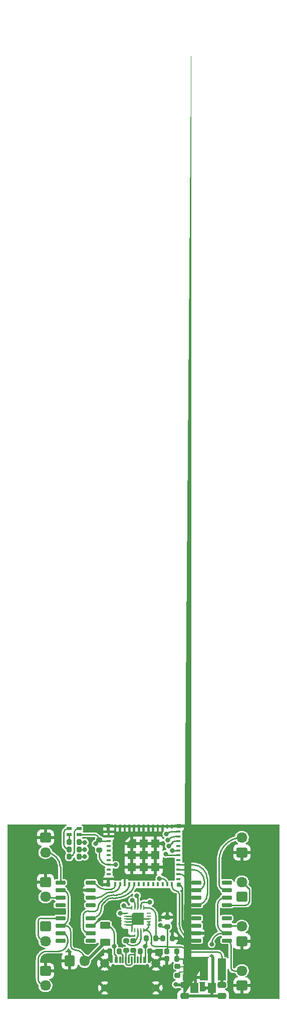
<source format=gbr>
%TF.GenerationSoftware,KiCad,Pcbnew,(6.0.2-0)*%
%TF.CreationDate,2022-04-20T12:28:57+01:00*%
%TF.ProjectId,Relay,52656c61-792e-46b6-9963-61645f706362,2*%
%TF.SameCoordinates,Original*%
%TF.FileFunction,Copper,L1,Top*%
%TF.FilePolarity,Positive*%
%FSLAX46Y46*%
G04 Gerber Fmt 4.6, Leading zero omitted, Abs format (unit mm)*
G04 Created by KiCad (PCBNEW (6.0.2-0)) date 2022-04-20 12:28:57*
%MOMM*%
%LPD*%
G01*
G04 APERTURE LIST*
G04 Aperture macros list*
%AMRoundRect*
0 Rectangle with rounded corners*
0 $1 Rounding radius*
0 $2 $3 $4 $5 $6 $7 $8 $9 X,Y pos of 4 corners*
0 Add a 4 corners polygon primitive as box body*
4,1,4,$2,$3,$4,$5,$6,$7,$8,$9,$2,$3,0*
0 Add four circle primitives for the rounded corners*
1,1,$1+$1,$2,$3*
1,1,$1+$1,$4,$5*
1,1,$1+$1,$6,$7*
1,1,$1+$1,$8,$9*
0 Add four rect primitives between the rounded corners*
20,1,$1+$1,$2,$3,$4,$5,0*
20,1,$1+$1,$4,$5,$6,$7,0*
20,1,$1+$1,$6,$7,$8,$9,0*
20,1,$1+$1,$8,$9,$2,$3,0*%
%AMOutline5P*
0 Free polygon, 5 corners , with rotation*
0 The origin of the aperture is its center*
0 number of corners: always 5*
0 $1 to $10 corner X, Y*
0 $11 Rotation angle, in degrees counterclockwise*
0 create outline with 5 corners*
4,1,5,$1,$2,$3,$4,$5,$6,$7,$8,$9,$10,$1,$2,$11*%
%AMOutline6P*
0 Free polygon, 6 corners , with rotation*
0 The origin of the aperture is its center*
0 number of corners: always 6*
0 $1 to $12 corner X, Y*
0 $13 Rotation angle, in degrees counterclockwise*
0 create outline with 6 corners*
4,1,6,$1,$2,$3,$4,$5,$6,$7,$8,$9,$10,$11,$12,$1,$2,$13*%
%AMOutline7P*
0 Free polygon, 7 corners , with rotation*
0 The origin of the aperture is its center*
0 number of corners: always 7*
0 $1 to $14 corner X, Y*
0 $15 Rotation angle, in degrees counterclockwise*
0 create outline with 7 corners*
4,1,7,$1,$2,$3,$4,$5,$6,$7,$8,$9,$10,$11,$12,$13,$14,$1,$2,$15*%
%AMOutline8P*
0 Free polygon, 8 corners , with rotation*
0 The origin of the aperture is its center*
0 number of corners: always 8*
0 $1 to $16 corner X, Y*
0 $17 Rotation angle, in degrees counterclockwise*
0 create outline with 8 corners*
4,1,8,$1,$2,$3,$4,$5,$6,$7,$8,$9,$10,$11,$12,$13,$14,$15,$16,$1,$2,$17*%
%AMFreePoly0*
4,1,24,1.812500,0.558253,1.858253,0.512500,1.875000,0.450000,1.860584,0.322050,1.818057,0.200517,1.749553,0.091493,1.658507,0.000447,1.549483,-0.068057,1.427950,-0.110584,1.300000,-0.125000,-1.300000,-0.125000,-1.300000,0.125000,1.300000,0.125000,1.309502,0.122454,1.401682,0.137054,1.493411,0.183792,1.566208,0.256589,1.612946,0.348318,1.627546,0.440498,1.625000,0.450000,
1.641747,0.512500,1.687500,0.558253,1.750000,0.575000,1.812500,0.558253,1.812500,0.558253,$1*%
%AMFreePoly1*
4,1,43,1.102950,0.110584,1.224483,0.068057,1.333507,-0.000447,1.424553,-0.091493,1.493057,-0.200517,1.535584,-0.322050,1.550000,-0.450000,1.533253,-0.512500,1.487500,-0.558253,1.425000,-0.575000,1.362500,-0.558253,1.316747,-0.512500,1.300000,-0.450000,1.302546,-0.440498,1.287946,-0.348318,1.241208,-0.256589,1.168411,-0.183792,1.076682,-0.137054,0.984502,-0.122454,0.975000,-0.125000,
-0.975000,-0.125000,-0.984502,-0.122454,-1.076682,-0.137054,-1.168411,-0.183792,-1.241208,-0.256589,-1.287946,-0.348318,-1.302546,-0.440498,-1.300000,-0.450000,-1.316747,-0.512500,-1.362500,-0.558253,-1.425000,-0.575000,-1.487500,-0.558253,-1.533253,-0.512500,-1.550000,-0.450000,-1.535584,-0.322050,-1.493057,-0.200517,-1.424553,-0.091493,-1.333507,-0.000447,-1.224483,0.068057,-1.102950,0.110584,
-0.975000,0.125000,0.975000,0.125000,1.102950,0.110584,1.102950,0.110584,$1*%
%AMFreePoly2*
4,1,37,1.095671,1.230970,1.176777,1.176777,1.230970,1.095671,1.250000,1.000000,1.234611,0.804457,1.188821,0.613729,1.113759,0.432512,1.011272,0.265269,0.883885,0.116117,0.734733,-0.011271,0.567490,-0.113758,0.386273,-0.188820,0.195545,-0.234610,0.000002,-0.250000,-0.095669,-0.230970,-0.176775,-0.176777,-0.230968,-0.095671,-0.249998,0.000000,-0.230968,0.095671,-0.176775,0.176777,
-0.095669,0.230970,0.000002,0.250000,0.012204,0.247573,0.147027,0.260852,0.288403,0.303738,0.418695,0.373381,0.532897,0.467104,0.626620,0.581306,0.696263,0.711599,0.739148,0.852974,0.752427,0.987798,0.750000,1.000000,0.769030,1.095671,0.823223,1.176777,0.904329,1.230970,1.000000,1.250000,1.095671,1.230970,1.095671,1.230970,$1*%
%AMFreePoly3*
4,1,72,4.686553,7.086501,4.817859,7.046669,4.938871,6.981987,5.044939,6.894939,5.131987,6.788871,5.196669,6.667859,5.236501,6.536553,5.249950,6.400000,5.249950,1.600000,5.230924,1.504348,5.176741,1.423259,5.112450,1.380300,5.112450,0.249950,6.600000,0.249950,6.695652,0.230924,6.776741,0.176741,6.830924,0.095652,6.849950,0.000000,6.830924,-0.095652,6.776741,-0.176741,
6.695652,-0.230924,6.600000,-0.249950,0.000000,-0.249950,-0.095652,-0.230924,-0.176741,-0.176741,-0.230924,-0.095652,-0.249950,0.000000,-0.230924,0.095652,-0.176741,0.176741,-0.095652,0.230924,0.000000,0.249950,4.612550,0.249950,4.612550,1.600000,4.631576,1.695652,4.685759,1.776741,4.750050,1.819700,4.750050,6.400000,4.751438,6.406980,4.742631,6.462590,4.713862,6.519052,
4.669052,6.563862,4.612590,6.592631,4.556980,6.601438,4.550000,6.600050,1.550000,6.600050,1.543020,6.601438,1.487410,6.592631,1.430948,6.563862,1.386138,6.519052,1.357369,6.462590,1.348562,6.406980,1.349950,6.400000,1.349950,5.900000,1.330924,5.804348,1.276741,5.723259,1.195652,5.669076,1.100000,5.650050,1.004348,5.669076,0.923259,5.723259,0.869076,5.804348,
0.850050,5.900000,0.850050,6.400000,0.863499,6.536553,0.903331,6.667859,0.968013,6.788871,1.055061,6.894939,1.161129,6.981987,1.282141,7.046669,1.413447,7.086501,1.550000,7.099950,4.550000,7.099950,4.686553,7.086501,4.686553,7.086501,$1*%
G04 Aperture macros list end*
%TA.AperFunction,ComponentPad*%
%ADD10RoundRect,0.250000X-0.675000X0.600000X-0.675000X-0.600000X0.675000X-0.600000X0.675000X0.600000X0*%
%TD*%
%TA.AperFunction,ComponentPad*%
%ADD11O,1.850000X1.700000*%
%TD*%
%TA.AperFunction,SMDPad,CuDef*%
%ADD12R,0.800000X0.400000*%
%TD*%
%TA.AperFunction,SMDPad,CuDef*%
%ADD13R,0.400000X0.800000*%
%TD*%
%TA.AperFunction,SMDPad,CuDef*%
%ADD14Outline5P,-0.725000X0.130500X-0.130500X0.725000X0.725000X0.725000X0.725000X-0.725000X-0.725000X-0.725000X0.000000*%
%TD*%
%TA.AperFunction,SMDPad,CuDef*%
%ADD15R,1.450000X1.450000*%
%TD*%
%TA.AperFunction,SMDPad,CuDef*%
%ADD16R,0.700000X0.700000*%
%TD*%
%TA.AperFunction,SMDPad,CuDef*%
%ADD17RoundRect,0.062500X-0.287500X-0.062500X0.287500X-0.062500X0.287500X0.062500X-0.287500X0.062500X0*%
%TD*%
%TA.AperFunction,SMDPad,CuDef*%
%ADD18RoundRect,0.062500X-0.062500X-0.287500X0.062500X-0.287500X0.062500X0.287500X-0.062500X0.287500X0*%
%TD*%
%TA.AperFunction,SMDPad,CuDef*%
%ADD19Outline5P,-1.000000X0.750000X-0.750000X1.000000X1.000000X1.000000X1.000000X-1.000000X-1.000000X-1.000000X0.000000*%
%TD*%
%TA.AperFunction,SMDPad,CuDef*%
%ADD20RoundRect,0.200000X0.275000X-0.200000X0.275000X0.200000X-0.275000X0.200000X-0.275000X-0.200000X0*%
%TD*%
%TA.AperFunction,SMDPad,CuDef*%
%ADD21RoundRect,0.200000X0.200000X0.275000X-0.200000X0.275000X-0.200000X-0.275000X0.200000X-0.275000X0*%
%TD*%
%TA.AperFunction,SMDPad,CuDef*%
%ADD22RoundRect,0.150000X-0.725000X-0.150000X0.725000X-0.150000X0.725000X0.150000X-0.725000X0.150000X0*%
%TD*%
%TA.AperFunction,SMDPad,CuDef*%
%ADD23RoundRect,0.200000X-0.200000X-0.275000X0.200000X-0.275000X0.200000X0.275000X-0.200000X0.275000X0*%
%TD*%
%TA.AperFunction,SMDPad,CuDef*%
%ADD24R,0.600000X1.140000*%
%TD*%
%TA.AperFunction,SMDPad,CuDef*%
%ADD25RoundRect,0.075000X-0.075000X-0.495000X0.075000X-0.495000X0.075000X0.495000X-0.075000X0.495000X0*%
%TD*%
%TA.AperFunction,ComponentPad*%
%ADD26C,1.250000*%
%TD*%
%TA.AperFunction,ComponentPad*%
%ADD27C,1.500000*%
%TD*%
%TA.AperFunction,SMDPad,CuDef*%
%ADD28R,7.500000X5.250000*%
%TD*%
%TA.AperFunction,ComponentPad*%
%ADD29C,0.670000*%
%TD*%
%TA.AperFunction,SMDPad,CuDef*%
%ADD30RoundRect,0.150000X0.725000X0.150000X-0.725000X0.150000X-0.725000X-0.150000X0.725000X-0.150000X0*%
%TD*%
%TA.AperFunction,ComponentPad*%
%ADD31RoundRect,0.250000X0.675000X-0.600000X0.675000X0.600000X-0.675000X0.600000X-0.675000X-0.600000X0*%
%TD*%
%TA.AperFunction,SMDPad,CuDef*%
%ADD32RoundRect,0.250000X0.625000X-0.375000X0.625000X0.375000X-0.625000X0.375000X-0.625000X-0.375000X0*%
%TD*%
%TA.AperFunction,SMDPad,CuDef*%
%ADD33FreePoly0,0.000000*%
%TD*%
%TA.AperFunction,SMDPad,CuDef*%
%ADD34R,0.500000X2.000000*%
%TD*%
%TA.AperFunction,SMDPad,CuDef*%
%ADD35RoundRect,0.225000X0.250000X-0.225000X0.250000X0.225000X-0.250000X0.225000X-0.250000X-0.225000X0*%
%TD*%
%TA.AperFunction,SMDPad,CuDef*%
%ADD36R,0.600000X1.100000*%
%TD*%
%TA.AperFunction,SMDPad,CuDef*%
%ADD37FreePoly1,0.000000*%
%TD*%
%TA.AperFunction,SMDPad,CuDef*%
%ADD38R,2.000000X0.500000*%
%TD*%
%TA.AperFunction,SMDPad,CuDef*%
%ADD39RoundRect,0.249375X-0.463125X-0.625625X0.463125X-0.625625X0.463125X0.625625X-0.463125X0.625625X0*%
%TD*%
%TA.AperFunction,SMDPad,CuDef*%
%ADD40R,1.425000X3.700000*%
%TD*%
%TA.AperFunction,SMDPad,CuDef*%
%ADD41RoundRect,0.250000X-0.475000X0.250000X-0.475000X-0.250000X0.475000X-0.250000X0.475000X0.250000X0*%
%TD*%
%TA.AperFunction,SMDPad,CuDef*%
%ADD42FreePoly2,0.000000*%
%TD*%
%TA.AperFunction,SMDPad,CuDef*%
%ADD43FreePoly3,0.000000*%
%TD*%
%TA.AperFunction,SMDPad,CuDef*%
%ADD44R,0.500000X4.000000*%
%TD*%
%TA.AperFunction,ComponentPad*%
%ADD45RoundRect,0.250000X-0.600000X-0.675000X0.600000X-0.675000X0.600000X0.675000X-0.600000X0.675000X0*%
%TD*%
%TA.AperFunction,ComponentPad*%
%ADD46O,1.700000X1.850000*%
%TD*%
%TA.AperFunction,SMDPad,CuDef*%
%ADD47RoundRect,0.200000X-0.275000X0.200000X-0.275000X-0.200000X0.275000X-0.200000X0.275000X0.200000X0*%
%TD*%
%TA.AperFunction,SMDPad,CuDef*%
%ADD48R,0.850000X0.500000*%
%TD*%
%TA.AperFunction,ViaPad*%
%ADD49C,0.800000*%
%TD*%
%TA.AperFunction,Conductor*%
%ADD50C,0.250000*%
%TD*%
%TA.AperFunction,Conductor*%
%ADD51C,0.500000*%
%TD*%
G04 APERTURE END LIST*
D10*
%TO.P,J4,1,Pin_1*%
%TO.N,GND*%
X88150000Y-40500000D03*
D11*
%TO.P,J4,2,Pin_2*%
%TO.N,O2*%
X88150000Y-43000000D03*
%TD*%
D12*
%TO.P,U1,1,GND*%
%TO.N,GND*%
X98850000Y-32000000D03*
%TO.P,U1,2,GND*%
X98850000Y-32800000D03*
%TO.P,U1,3,3V3*%
%TO.N,+3V3*%
X98850000Y-33600000D03*
%TO.P,U1,4,I36*%
%TO.N,unconnected-(U1-Pad4)*%
X98850000Y-34400000D03*
%TO.P,U1,5,I37*%
%TO.N,unconnected-(U1-Pad5)*%
X98850000Y-35200000D03*
%TO.P,U1,6,I38*%
%TO.N,unconnected-(U1-Pad6)*%
X98850000Y-36000000D03*
%TO.P,U1,7,I39*%
%TO.N,unconnected-(U1-Pad7)*%
X98850000Y-36800000D03*
%TO.P,U1,8,EN*%
%TO.N,EN*%
X98850000Y-37600000D03*
%TO.P,U1,9,I34*%
%TO.N,unconnected-(U1-Pad9)*%
X98850000Y-38400000D03*
%TO.P,U1,10,I35*%
%TO.N,unconnected-(U1-Pad10)*%
X98850000Y-39200000D03*
%TO.P,U1,11,GND*%
%TO.N,GND*%
X98850000Y-40000000D03*
D13*
%TO.P,U1,12,IO32*%
%TO.N,OUT1*%
X99950000Y-40900000D03*
%TO.P,U1,13,IO33*%
%TO.N,OUT2*%
X100750000Y-40900000D03*
%TO.P,U1,14,GND*%
%TO.N,GND*%
X101550000Y-40900000D03*
%TO.P,U1,15,IO25*%
%TO.N,OUT4*%
X102350000Y-40900000D03*
%TO.P,U1,16,IO26*%
%TO.N,OUT3*%
X103150000Y-40900000D03*
%TO.P,U1,17,IO27*%
%TO.N,unconnected-(U1-Pad17)*%
X103950000Y-40900000D03*
%TO.P,U1,18,IO14*%
%TO.N,unconnected-(U1-Pad18)*%
X104750000Y-40900000D03*
%TO.P,U1,19,IO12*%
%TO.N,unconnected-(U1-Pad19)*%
X105550000Y-40900000D03*
%TO.P,U1,20,IO13*%
%TO.N,unconnected-(U1-Pad20)*%
X106350000Y-40900000D03*
%TO.P,U1,21,IO15*%
%TO.N,unconnected-(U1-Pad21)*%
X107150000Y-40900000D03*
%TO.P,U1,22,IO2*%
%TO.N,unconnected-(U1-Pad22)*%
X107950000Y-40900000D03*
%TO.P,U1,23,IO0*%
%TO.N,BOOT*%
X108750000Y-40900000D03*
%TO.P,U1,24,IO4*%
%TO.N,OUT5*%
X109550000Y-40900000D03*
D12*
%TO.P,U1,25,NC*%
%TO.N,unconnected-(U1-Pad25)*%
X110650000Y-40000000D03*
%TO.P,U1,26,IO20*%
%TO.N,OUT6*%
X110650000Y-39200000D03*
%TO.P,U1,27,IO7*%
%TO.N,OUT8*%
X110650000Y-38400000D03*
%TO.P,U1,28,IO8*%
%TO.N,OUT7*%
X110650000Y-37600000D03*
%TO.P,U1,29,IO5*%
%TO.N,unconnected-(U1-Pad29)*%
X110650000Y-36800000D03*
%TO.P,U1,30,RXD0*%
%TO.N,I*%
X110650000Y-36000000D03*
%TO.P,U1,31,TXD0*%
%TO.N,O*%
X110650000Y-35200000D03*
%TO.P,U1,32,NC*%
%TO.N,unconnected-(U1-Pad32)*%
X110650000Y-34400000D03*
%TO.P,U1,33,IO19*%
%TO.N,G*%
X110650000Y-33600000D03*
%TO.P,U1,34,IO22*%
%TO.N,R*%
X110650000Y-32800000D03*
%TO.P,U1,35,IO21*%
%TO.N,B*%
X110650000Y-32000000D03*
D13*
%TO.P,U1,36,GND*%
%TO.N,GND*%
X109550000Y-31100000D03*
%TO.P,U1,37,GND*%
X108750000Y-31100000D03*
%TO.P,U1,38,GND*%
X107950000Y-31100000D03*
%TO.P,U1,39,GND*%
X107150000Y-31100000D03*
%TO.P,U1,40,GND*%
X106350000Y-31100000D03*
%TO.P,U1,41,GND*%
X105550000Y-31100000D03*
%TO.P,U1,42,GND*%
X104750000Y-31100000D03*
%TO.P,U1,43,GND*%
X103950000Y-31100000D03*
%TO.P,U1,44,GND*%
X103150000Y-31100000D03*
%TO.P,U1,45,GND*%
X102350000Y-31100000D03*
%TO.P,U1,46,GND*%
X101550000Y-31100000D03*
%TO.P,U1,47,GND*%
X100750000Y-31100000D03*
%TO.P,U1,48,GND*%
X99950000Y-31100000D03*
D14*
%TO.P,U1,49,GND*%
X102775000Y-34025000D03*
D15*
X102775000Y-37975000D03*
X104750000Y-34025000D03*
X106725000Y-37975000D03*
X104750000Y-37975000D03*
X102775000Y-36000000D03*
X104750000Y-36000000D03*
X106725000Y-34025000D03*
X106725000Y-36000000D03*
D16*
%TO.P,U1,50,GND*%
X110700000Y-31050000D03*
%TO.P,U1,51,GND*%
X110700000Y-40950000D03*
%TO.P,U1,52,GND*%
X98800000Y-40950000D03*
%TO.P,U1,53,GND*%
X98800000Y-31050000D03*
%TD*%
D17*
%TO.P,U2,1,RXD*%
%TO.N,O*%
X101850000Y-45750000D03*
%TO.P,U2,2,~{RI}*%
%TO.N,GND*%
X101850000Y-46250000D03*
%TO.P,U2,3,GND*%
X101850000Y-46750000D03*
%TO.P,U2,4,~{DSR}*%
X101850000Y-47250000D03*
%TO.P,U2,5,~{DCD}*%
X101850000Y-47750000D03*
D18*
%TO.P,U2,6,~{CTS}*%
X102750000Y-48650000D03*
%TO.P,U2,7,CBUS2*%
%TO.N,unconnected-(U2-Pad7)*%
X103250000Y-48650000D03*
%TO.P,U2,8,USBDP*%
%TO.N,D+*%
X103750000Y-48650000D03*
%TO.P,U2,9,USBDM*%
%TO.N,D-*%
X104250000Y-48650000D03*
%TO.P,U2,10,3V3OUT*%
%TO.N,+3V3*%
X104750000Y-48650000D03*
D17*
%TO.P,U2,11,~{RESET}*%
X105650000Y-47750000D03*
%TO.P,U2,12,VCC*%
X105650000Y-47250000D03*
%TO.P,U2,13,GND*%
%TO.N,GND*%
X105650000Y-46750000D03*
%TO.P,U2,14,CBUS1*%
%TO.N,unconnected-(U2-Pad14)*%
X105650000Y-46250000D03*
%TO.P,U2,15,CBUS0*%
%TO.N,unconnected-(U2-Pad15)*%
X105650000Y-45750000D03*
D18*
%TO.P,U2,16,CBUS3*%
%TO.N,Net-(R2-Pad2)*%
X104750000Y-44850000D03*
%TO.P,U2,17,TXD*%
%TO.N,I*%
X104250000Y-44850000D03*
%TO.P,U2,18,~{DTR}*%
%TO.N,BOOT*%
X103750000Y-44850000D03*
%TO.P,U2,19,~{RTS}*%
%TO.N,EN*%
X103250000Y-44850000D03*
%TO.P,U2,20,VCCIO*%
%TO.N,+3V3*%
X102750000Y-44850000D03*
D19*
%TO.P,U2,21,GND*%
%TO.N,GND*%
X103750000Y-46750000D03*
%TD*%
D20*
%TO.P,C1,1*%
%TO.N,+3V3*%
X108750000Y-48025000D03*
%TO.P,C1,2*%
%TO.N,GND*%
X108750000Y-46475000D03*
%TD*%
D21*
%TO.P,R5,1*%
%TO.N,GND*%
X105825000Y-52250000D03*
%TO.P,R5,2*%
%TO.N,Net-(J1-PadB5)*%
X104175000Y-52250000D03*
%TD*%
D22*
%TO.P,U6,1,NC*%
%TO.N,unconnected-(U6-Pad1)*%
X113675000Y-40595000D03*
%TO.P,U6,2,IN_A*%
%TO.N,OUT8*%
X113675000Y-41865000D03*
%TO.P,U6,3,GND*%
%TO.N,GND*%
X113675000Y-43135000D03*
%TO.P,U6,4,IN_B*%
%TO.N,OUT7*%
X113675000Y-44405000D03*
%TO.P,U6,5,OUT_B*%
%TO.N,O7*%
X118825000Y-44405000D03*
%TO.P,U6,6,V+*%
%TO.N,+12V*%
X118825000Y-43135000D03*
%TO.P,U6,7,OUT_A*%
%TO.N,O8*%
X118825000Y-41865000D03*
%TO.P,U6,8,NC*%
%TO.N,unconnected-(U6-Pad8)*%
X118825000Y-40595000D03*
%TD*%
D23*
%TO.P,R12,1*%
%TO.N,GND*%
X108675000Y-53500000D03*
%TO.P,R12,2*%
%TO.N,Net-(R11-Pad2)*%
X110325000Y-53500000D03*
%TD*%
D24*
%TO.P,J1,A1,GND*%
%TO.N,GND*%
X99300000Y-53640000D03*
%TO.P,J1,A4,VBUS*%
%TO.N,VBUS*%
X100100000Y-53640000D03*
D25*
%TO.P,J1,A5,CC1*%
%TO.N,Net-(J1-PadA5)*%
X101250000Y-53640000D03*
%TO.P,J1,A6,D+*%
%TO.N,Net-(J1-PadA6)*%
X102250000Y-53640000D03*
%TO.P,J1,A7,D-*%
%TO.N,Net-(J1-PadA7)*%
X102750000Y-53640000D03*
%TO.P,J1,A8,SBU1*%
%TO.N,unconnected-(J1-PadA8)*%
X103750000Y-53640000D03*
D24*
%TO.P,J1,A9,VBUS*%
%TO.N,VBUS*%
X104900000Y-53640000D03*
%TO.P,J1,A12,GND*%
%TO.N,GND*%
X105700000Y-53640000D03*
%TO.P,J1,B1,GND*%
X105700000Y-53640000D03*
%TO.P,J1,B4,VBUS*%
%TO.N,VBUS*%
X104900000Y-53640000D03*
D25*
%TO.P,J1,B5,CC2*%
%TO.N,Net-(J1-PadB5)*%
X104250000Y-53640000D03*
%TO.P,J1,B6,D+*%
%TO.N,Net-(J1-PadA6)*%
X103250000Y-53640000D03*
%TO.P,J1,B7,D-*%
%TO.N,Net-(J1-PadA7)*%
X101750000Y-53640000D03*
%TO.P,J1,B8,SBU2*%
%TO.N,unconnected-(J1-PadB8)*%
X100750000Y-53640000D03*
D24*
%TO.P,J1,B9,VBUS*%
%TO.N,VBUS*%
X100100000Y-53640000D03*
%TO.P,J1,B12,GND*%
%TO.N,GND*%
X99300000Y-53640000D03*
D26*
%TO.P,J1,S1,SHIELD*%
X98180000Y-58390000D03*
D27*
X106820000Y-54220000D03*
D28*
X102500000Y-57625000D03*
D26*
X106820000Y-58390000D03*
D29*
X99610000Y-54710000D03*
X105390000Y-54710000D03*
D27*
X98180000Y-54220000D03*
%TD*%
D10*
%TO.P,J3,1,Pin_1*%
%TO.N,GND*%
X88150000Y-33000000D03*
D11*
%TO.P,J3,2,Pin_2*%
%TO.N,O1*%
X88150000Y-35500000D03*
%TD*%
D23*
%TO.P,R11,1*%
%TO.N,+3V3*%
X108675000Y-52250000D03*
%TO.P,R11,2*%
%TO.N,Net-(R11-Pad2)*%
X110325000Y-52250000D03*
%TD*%
%TO.P,R2,1*%
%TO.N,VBUS*%
X105175000Y-50000000D03*
%TO.P,R2,2*%
%TO.N,Net-(R2-Pad2)*%
X106825000Y-50000000D03*
%TD*%
D30*
%TO.P,U5,1,NC*%
%TO.N,unconnected-(U5-Pad1)*%
X95825000Y-50405000D03*
%TO.P,U5,2,IN_A*%
%TO.N,OUT4*%
X95825000Y-49135000D03*
%TO.P,U5,3,GND*%
%TO.N,GND*%
X95825000Y-47865000D03*
%TO.P,U5,4,IN_B*%
%TO.N,OUT3*%
X95825000Y-46595000D03*
%TO.P,U5,5,OUT_B*%
%TO.N,O3*%
X90675000Y-46595000D03*
%TO.P,U5,6,V+*%
%TO.N,+12V*%
X90675000Y-47865000D03*
%TO.P,U5,7,OUT_A*%
%TO.N,O4*%
X90675000Y-49135000D03*
%TO.P,U5,8,NC*%
%TO.N,unconnected-(U5-Pad8)*%
X90675000Y-50405000D03*
%TD*%
D31*
%TO.P,J10,1,Pin_1*%
%TO.N,GND*%
X121350000Y-35500000D03*
D11*
%TO.P,J10,2,Pin_2*%
%TO.N,O8*%
X121350000Y-33000000D03*
%TD*%
D32*
%TO.P,D2,1,K*%
%TO.N,+12V*%
X98250000Y-50650000D03*
%TO.P,D2,2,A*%
%TO.N,VBUS*%
X98250000Y-47850000D03*
%TD*%
D33*
%TO.P,U7,*%
%TO.N,*%
X111750000Y-54800000D03*
D34*
X113500000Y-57550000D03*
D35*
X110450000Y-56275000D03*
D36*
X113500000Y-53900000D03*
D37*
X112075000Y-55700000D03*
D38*
X114450000Y-56600000D03*
D39*
X113347500Y-58420000D03*
D35*
X110450000Y-54725000D03*
D36*
X113500000Y-56600000D03*
D40*
X114950000Y-55300000D03*
D36*
%TO.P,U7,1,SHDN*%
%TO.N,+12V*%
X111600000Y-56600000D03*
D41*
%TO.P,U7,2,VIN*%
X111700000Y-57850000D03*
D36*
X112550000Y-56600000D03*
D42*
X111490000Y-57800000D03*
D41*
%TO.P,U7,3,GND*%
%TO.N,GND*%
X111700000Y-59750000D03*
D36*
X112550000Y-53900000D03*
D43*
X111450000Y-59750000D03*
D41*
X117950000Y-59750000D03*
D39*
X116312500Y-58420000D03*
D40*
%TO.P,U7,4,VOUT*%
%TO.N,+3V3*%
X117950000Y-55300000D03*
D44*
X117950000Y-56050000D03*
D41*
X117950000Y-57850000D03*
D36*
%TO.P,U7,5,FB*%
%TO.N,Net-(R11-Pad2)*%
X111600000Y-53900000D03*
%TD*%
D23*
%TO.P,R3,1*%
%TO.N,Net-(R2-Pad2)*%
X107975000Y-50000000D03*
%TO.P,R3,2*%
%TO.N,GND*%
X109625000Y-50000000D03*
%TD*%
D45*
%TO.P,J2,1,GND*%
%TO.N,GND*%
X92250000Y-53850000D03*
D46*
%TO.P,J2,2,DC*%
%TO.N,+12V*%
X94750000Y-53850000D03*
%TD*%
D23*
%TO.P,R9,1*%
%TO.N,Net-(D1-Pad3)*%
X92175000Y-35000000D03*
%TO.P,R9,2*%
%TO.N,G*%
X93825000Y-35000000D03*
%TD*%
D10*
%TO.P,J6,1,Pin_1*%
%TO.N,GND*%
X88150000Y-55500000D03*
D11*
%TO.P,J6,2,Pin_2*%
%TO.N,O4*%
X88150000Y-58000000D03*
%TD*%
D31*
%TO.P,J7,1,Pin_1*%
%TO.N,GND*%
X121350000Y-58000000D03*
D11*
%TO.P,J7,2,Pin_2*%
%TO.N,O5*%
X121350000Y-55500000D03*
%TD*%
D22*
%TO.P,U4,1,NC*%
%TO.N,unconnected-(U4-Pad1)*%
X113675000Y-46595000D03*
%TO.P,U4,2,IN_A*%
%TO.N,OUT6*%
X113675000Y-47865000D03*
%TO.P,U4,3,GND*%
%TO.N,GND*%
X113675000Y-49135000D03*
%TO.P,U4,4,IN_B*%
%TO.N,OUT5*%
X113675000Y-50405000D03*
%TO.P,U4,5,OUT_B*%
%TO.N,O5*%
X118825000Y-50405000D03*
%TO.P,U4,6,V+*%
%TO.N,+12V*%
X118825000Y-49135000D03*
%TO.P,U4,7,OUT_A*%
%TO.N,O6*%
X118825000Y-47865000D03*
%TO.P,U4,8,NC*%
%TO.N,unconnected-(U4-Pad8)*%
X118825000Y-46595000D03*
%TD*%
D31*
%TO.P,J9,1,Pin_1*%
%TO.N,GND*%
X121350000Y-43000000D03*
D11*
%TO.P,J9,2,Pin_2*%
%TO.N,O7*%
X121350000Y-40500000D03*
%TD*%
D31*
%TO.P,J8,1,Pin_1*%
%TO.N,GND*%
X121350000Y-50500000D03*
D11*
%TO.P,J8,2,Pin_2*%
%TO.N,O6*%
X121350000Y-48000000D03*
%TD*%
D23*
%TO.P,R8,1*%
%TO.N,Net-(D1-Pad2)*%
X92175000Y-33750000D03*
%TO.P,R8,2*%
%TO.N,R*%
X93825000Y-33750000D03*
%TD*%
D20*
%TO.P,R6,1*%
%TO.N,Net-(J1-PadA7)*%
X101800000Y-52075000D03*
%TO.P,R6,2*%
%TO.N,D-*%
X101800000Y-50425000D03*
%TD*%
%TO.P,R1,1*%
%TO.N,EN*%
X97250000Y-35075000D03*
%TO.P,R1,2*%
%TO.N,+3V3*%
X97250000Y-33425000D03*
%TD*%
D47*
%TO.P,R7,1*%
%TO.N,D+*%
X103000000Y-50425000D03*
%TO.P,R7,2*%
%TO.N,Net-(J1-PadA6)*%
X103000000Y-52075000D03*
%TD*%
D48*
%TO.P,D1,1,A*%
%TO.N,+3V3*%
X93875000Y-32500000D03*
%TO.P,D1,2,RK*%
%TO.N,Net-(D1-Pad2)*%
X92125000Y-32500000D03*
%TO.P,D1,3,GK*%
%TO.N,Net-(D1-Pad3)*%
X92125000Y-31500000D03*
%TO.P,D1,4,BK*%
%TO.N,Net-(D1-Pad4)*%
X93875000Y-31500000D03*
%TD*%
D10*
%TO.P,J5,1,Pin_1*%
%TO.N,GND*%
X88150000Y-48000000D03*
D11*
%TO.P,J5,2,Pin_2*%
%TO.N,O3*%
X88150000Y-50500000D03*
%TD*%
D21*
%TO.P,R4,1*%
%TO.N,Net-(J1-PadA5)*%
X100625000Y-52250000D03*
%TO.P,R4,2*%
%TO.N,GND*%
X98975000Y-52250000D03*
%TD*%
D23*
%TO.P,R10,1*%
%TO.N,Net-(D1-Pad4)*%
X92175000Y-36250000D03*
%TO.P,R10,2*%
%TO.N,B*%
X93825000Y-36250000D03*
%TD*%
D30*
%TO.P,U3,1,NC*%
%TO.N,unconnected-(U3-Pad1)*%
X95825000Y-44405000D03*
%TO.P,U3,2,IN_A*%
%TO.N,OUT2*%
X95825000Y-43135000D03*
%TO.P,U3,3,GND*%
%TO.N,GND*%
X95825000Y-41865000D03*
%TO.P,U3,4,IN_B*%
%TO.N,OUT1*%
X95825000Y-40595000D03*
%TO.P,U3,5,OUT_B*%
%TO.N,O1*%
X90675000Y-40595000D03*
%TO.P,U3,6,V+*%
%TO.N,+12V*%
X90675000Y-41865000D03*
%TO.P,U3,7,OUT_A*%
%TO.N,O2*%
X90675000Y-43135000D03*
%TO.P,U3,8,NC*%
%TO.N,unconnected-(U3-Pad8)*%
X90675000Y-44405000D03*
%TD*%
D49*
%TO.N,GND*%
X115000000Y-58500000D03*
X108000000Y-34000000D03*
X98300000Y-45700000D03*
X103750000Y-46750000D03*
%TO.N,+3V3*%
X107600000Y-47800000D03*
X96620205Y-34013915D03*
X101412911Y-44474500D03*
%TO.N,VBUS*%
X105000000Y-51400000D03*
X99800000Y-51400000D03*
%TO.N,+12V*%
X110200000Y-57800000D03*
X116250000Y-51000000D03*
%TO.N,O*%
X109600000Y-35200000D03*
X100800000Y-45800000D03*
%TO.N,I*%
X105800000Y-43900000D03*
X108475500Y-35772305D03*
%TO.N,EN*%
X100000000Y-37600000D03*
X102800000Y-43600000D03*
%TO.N,BOOT*%
X103600000Y-42800000D03*
X107409653Y-39903473D03*
%TO.N,G*%
X109000000Y-34400000D03*
X94800000Y-35000000D03*
%TO.N,B*%
X108600000Y-32400000D03*
X94800000Y-36200000D03*
%TO.N,R*%
X94800000Y-33800000D03*
X108800000Y-33400000D03*
%TD*%
D50*
%TO.N,GND*%
X113675000Y-43135000D02*
X113115000Y-43135000D01*
X101850000Y-47750000D02*
X102750000Y-47750000D01*
X113223928Y-45500000D02*
X114250000Y-45500000D01*
X112250000Y-44000000D02*
X112250000Y-44526072D01*
X105650000Y-46750000D02*
X103750000Y-46750000D01*
X111250000Y-46710000D02*
X111250000Y-41500000D01*
X115750000Y-47000000D02*
X115750000Y-48750000D01*
X101850000Y-47250000D02*
X103250000Y-47250000D01*
X98300000Y-45700000D02*
X96354203Y-47645797D01*
X115500000Y-49000000D02*
X113810000Y-49000000D01*
X102750000Y-48650000D02*
X102750000Y-47750000D01*
D51*
X116312500Y-58420000D02*
X115080000Y-58420000D01*
D50*
X101850000Y-46250000D02*
X103250000Y-46250000D01*
X101850000Y-46750000D02*
X103750000Y-46750000D01*
X103250000Y-46250000D02*
X103750000Y-46750000D01*
X102750000Y-47750000D02*
X103750000Y-46750000D01*
X113675000Y-49135000D02*
G75*
G02*
X113810000Y-49000000I135001J-1D01*
G01*
X113223928Y-45500000D02*
G75*
G02*
X112250000Y-44526072I0J973928D01*
G01*
X110700000Y-40950000D02*
G75*
G02*
X111250000Y-41500000I1J-549999D01*
G01*
D51*
X115000000Y-58500000D02*
G75*
G02*
X115080000Y-58420000I79998J2D01*
G01*
D50*
X111250000Y-46710000D02*
G75*
G03*
X113675000Y-49135000I2425000J0D01*
G01*
X95825000Y-47864999D02*
G75*
G03*
X96354202Y-47645796I-1J748408D01*
G01*
X112250000Y-44000000D02*
G75*
G02*
X113115000Y-43135000I865001J-1D01*
G01*
X115750000Y-47000000D02*
G75*
G03*
X114250000Y-45500000I-1500001J-1D01*
G01*
X115500000Y-49000000D02*
G75*
G03*
X115750000Y-48750000I1J249999D01*
G01*
%TO.N,+3V3*%
X102750000Y-44850000D02*
X101850000Y-44850000D01*
X101431962Y-44573157D02*
X101431962Y-44493551D01*
X97209120Y-33425000D02*
X96620205Y-34013915D01*
X105650000Y-47250000D02*
X105650000Y-47750000D01*
X98850000Y-33600000D02*
X97425000Y-33600000D01*
X108750000Y-51450000D02*
X108750000Y-52175000D01*
X106000000Y-49608217D02*
X106000000Y-50800000D01*
X93875000Y-32500000D02*
X96325000Y-32500000D01*
X101431962Y-44493551D02*
X101412911Y-44474500D01*
X97250000Y-33425000D02*
X97209120Y-33425000D01*
X108750000Y-48025000D02*
X108750000Y-51450000D01*
X104750000Y-48650000D02*
X105041783Y-48650000D01*
X111632842Y-51732843D02*
X111900000Y-52000000D01*
X107825000Y-48025000D02*
X108750000Y-48025000D01*
X118000000Y-53100000D02*
X118000000Y-55250000D01*
X112624264Y-52300000D02*
X117200000Y-52300000D01*
X108750000Y-51450000D02*
X110950000Y-51450000D01*
X106600000Y-51400000D02*
X108700000Y-51400000D01*
X101431963Y-44573157D02*
G75*
G03*
X101850000Y-44849999I420301J180619D01*
G01*
X112624264Y-52300000D02*
G75*
G02*
X111900000Y-52000000I-2J1024258D01*
G01*
X106000000Y-49608217D02*
G75*
G03*
X105041783Y-48650000I-958216J1D01*
G01*
X107825000Y-48025000D02*
G75*
G02*
X107600000Y-47800000I0J225000D01*
G01*
X108675000Y-52250000D02*
G75*
G03*
X108750000Y-52175000I0J75000D01*
G01*
X118000000Y-53100000D02*
G75*
G03*
X117200000Y-52300000I-800001J-1D01*
G01*
X108750000Y-51450000D02*
G75*
G03*
X108700000Y-51400000I-50001J-1D01*
G01*
X111632842Y-51732843D02*
G75*
G03*
X110950000Y-51450000I-682839J-682832D01*
G01*
X117950000Y-55300000D02*
G75*
G03*
X118000000Y-55250000I-1J50001D01*
G01*
X97250000Y-33425000D02*
G75*
G03*
X97425000Y-33600000I174999J-1D01*
G01*
X97250000Y-33425000D02*
G75*
G03*
X96325000Y-32500000I-924999J1D01*
G01*
X106600000Y-51400000D02*
G75*
G02*
X106000000Y-50800000I0J600000D01*
G01*
X105650000Y-47750000D02*
G75*
G02*
X104750000Y-48650000I-900000J0D01*
G01*
%TO.N,VBUS*%
X99800000Y-49400000D02*
X99800000Y-51400000D01*
X99800000Y-52641783D02*
X99800000Y-51400000D01*
X105000000Y-51400000D02*
X105000000Y-53540000D01*
X105175000Y-50000000D02*
X105175000Y-51225000D01*
X100100000Y-53640000D02*
X100100000Y-52941783D01*
X100100000Y-52941783D02*
X99800000Y-52641783D01*
X105000000Y-53540000D02*
X104900000Y-53640000D01*
X99800000Y-49400000D02*
G75*
G03*
X98250000Y-47850000I-1549998J2D01*
G01*
X105000000Y-51400000D02*
G75*
G03*
X105175000Y-51225000I1J174999D01*
G01*
%TO.N,+12V*%
X90675000Y-41865000D02*
X90951072Y-41865000D01*
D51*
X111700000Y-57850000D02*
X110320710Y-57850000D01*
D50*
X91465000Y-47865000D02*
X90675000Y-47865000D01*
X118825000Y-49135000D02*
X118115000Y-49135000D01*
X92400000Y-51200000D02*
X92400000Y-48800000D01*
X92000000Y-42913928D02*
X92000000Y-46540000D01*
X94750000Y-53850000D02*
X94750000Y-53550000D01*
X118825000Y-43135000D02*
X118548928Y-43135000D01*
X117250000Y-44433928D02*
X117250000Y-47560000D01*
X111600000Y-56600000D02*
X112550000Y-56600000D01*
D51*
X98250000Y-50650000D02*
X95262132Y-53637868D01*
D50*
X117250000Y-44433928D02*
G75*
G02*
X118548928Y-43135000I1298927J1D01*
G01*
X116250000Y-51000000D02*
G75*
G02*
X118115000Y-49135000I1865001J-1D01*
G01*
X92000000Y-42913928D02*
G75*
G03*
X90951072Y-41865000I-1048928J0D01*
G01*
X92400000Y-51200000D02*
G75*
G03*
X93200000Y-52000000I800001J1D01*
G01*
X90675000Y-47865000D02*
G75*
G03*
X92000000Y-46540000I-2J1325002D01*
G01*
D51*
X94750000Y-53850000D02*
G75*
G03*
X95262132Y-53637868I0J724264D01*
G01*
D50*
X118825000Y-49135000D02*
G75*
G02*
X117250000Y-47560000I1J1575001D01*
G01*
D51*
X110200000Y-57800000D02*
G75*
G03*
X110320710Y-57850000I120712J120713D01*
G01*
D50*
X93200000Y-52000000D02*
G75*
G02*
X94750000Y-53550000I2J-1549998D01*
G01*
X91465000Y-47865000D02*
G75*
G02*
X92400000Y-48800000I1J-934999D01*
G01*
%TO.N,Net-(J1-PadA5)*%
X101250000Y-52875000D02*
X101250000Y-53640000D01*
X100625000Y-52250000D02*
X101250000Y-52875000D01*
%TO.N,Net-(J1-PadB5)*%
X104250000Y-52325000D02*
X104250000Y-53640000D01*
X104175000Y-52250000D02*
X104250000Y-52325000D01*
%TO.N,D-*%
X101800000Y-50441783D02*
X101800000Y-50425000D01*
X104250000Y-48650000D02*
X104250000Y-50150000D01*
X103200000Y-51200000D02*
X102558217Y-51200000D01*
X101800000Y-50441783D02*
G75*
G03*
X102558217Y-51200000I758218J1D01*
G01*
X103200000Y-51200000D02*
G75*
G03*
X104250000Y-50150000I0J1050000D01*
G01*
%TO.N,D+*%
X103750000Y-48650000D02*
X103750000Y-49675000D01*
X103000000Y-50425000D02*
G75*
G03*
X103750000Y-49675000I0J750000D01*
G01*
%TO.N,OUT1*%
X99950000Y-40900000D02*
X99950000Y-41100000D01*
X99350000Y-41700000D02*
X98065685Y-41700000D01*
X97100000Y-41300000D02*
X96798051Y-40998051D01*
X95825000Y-40595001D02*
G75*
G02*
X96798050Y-40998052I-3J-1376108D01*
G01*
X97100000Y-41300000D02*
G75*
G03*
X98065685Y-41700000I965687J965689D01*
G01*
X99350000Y-41700000D02*
G75*
G03*
X99950000Y-41100000I0J600000D01*
G01*
%TO.N,OUT4*%
X102032493Y-41666528D02*
X101564016Y-42135006D01*
X95825000Y-49135000D02*
X95483392Y-49135000D01*
X99687946Y-42700000D02*
X100200000Y-42700000D01*
X95400000Y-45400000D02*
X96600000Y-45400000D01*
X94524196Y-48175804D02*
X94524196Y-46275804D01*
X97539694Y-43776290D02*
X97857992Y-43457992D01*
X101564016Y-42135006D02*
G75*
G02*
X100200000Y-42700000I-1364016J1364015D01*
G01*
X97056022Y-44943978D02*
G75*
G02*
X96600000Y-45400000I-456023J1D01*
G01*
X102032493Y-41666528D02*
G75*
G03*
X102350000Y-40900000I-766522J766526D01*
G01*
X95400000Y-45400000D02*
G75*
G03*
X94524196Y-46275804I0J-875804D01*
G01*
X94524196Y-48175804D02*
G75*
G03*
X95483392Y-49135000I959196J0D01*
G01*
X97539694Y-43776290D02*
G75*
G03*
X97056022Y-44943978I1167687J-1167687D01*
G01*
X99687946Y-42700001D02*
G75*
G03*
X97857992Y-43457992I1J-2587948D01*
G01*
%TO.N,OUT3*%
X102650000Y-42050000D02*
X102560660Y-42139340D01*
X96005000Y-46595000D02*
X95825000Y-46595000D01*
X98300000Y-43700000D02*
X98024264Y-43975736D01*
X102690381Y-42009620D02*
X102650000Y-42050000D01*
X100000000Y-43200000D02*
X99507106Y-43200000D01*
X97600001Y-45000000D02*
G75*
G02*
X98024265Y-43975737I1448530J-1D01*
G01*
X100000000Y-43199999D02*
G75*
G03*
X102560659Y-42139339I-2J3621325D01*
G01*
X96005000Y-46595000D02*
G75*
G03*
X97600000Y-45000000I-1J1595001D01*
G01*
X98300000Y-43700000D02*
G75*
G02*
X99507106Y-43200000I1207107J-1207108D01*
G01*
X102690381Y-42009620D02*
G75*
G03*
X103150000Y-40900000I-1109621J1109619D01*
G01*
%TO.N,O*%
X100800000Y-45800000D02*
X101800000Y-45800000D01*
X110650000Y-35200000D02*
X109600000Y-35200000D01*
X101850000Y-45750000D02*
G75*
G02*
X101800000Y-45800000I-50001J1D01*
G01*
%TO.N,I*%
X104250000Y-44850000D02*
X104250000Y-44452672D01*
X108703195Y-36000000D02*
X108475500Y-35772305D01*
X110650000Y-36000000D02*
X108703195Y-36000000D01*
X104802672Y-43900000D02*
X105800000Y-43900000D01*
X104802672Y-43900000D02*
G75*
G03*
X104250000Y-44452672I0J-552672D01*
G01*
%TO.N,OUT2*%
X96949818Y-43135000D02*
X95825000Y-43135000D01*
X99207106Y-42200000D02*
X99450000Y-42200000D01*
X96949818Y-43135000D02*
G75*
G03*
X98000000Y-42700000I-2J1485185D01*
G01*
X100750000Y-40900000D02*
G75*
G02*
X99450000Y-42200000I-1299999J-1D01*
G01*
X98000000Y-42700000D02*
G75*
G02*
X99207106Y-42200000I1207107J-1207108D01*
G01*
%TO.N,EN*%
X100000000Y-37600000D02*
X98850000Y-37600000D01*
X103250000Y-44050000D02*
X103250000Y-44850000D01*
X97250000Y-35075000D02*
X97250000Y-36000000D01*
X103250000Y-44050000D02*
G75*
G03*
X102800000Y-43600000I-450000J0D01*
G01*
X98850000Y-37600000D02*
G75*
G02*
X97250000Y-36000000I-1J1599999D01*
G01*
%TO.N,BOOT*%
X107409653Y-39903473D02*
X107753473Y-39903473D01*
X103750000Y-42950000D02*
X103750000Y-44850000D01*
X103600000Y-42800000D02*
X103750000Y-42950000D01*
X108750000Y-40900000D02*
G75*
G03*
X107753473Y-39903473I-996527J0D01*
G01*
%TO.N,Net-(D1-Pad2)*%
X92125000Y-32500000D02*
X92125000Y-33700000D01*
X92125000Y-33700000D02*
X92175000Y-33750000D01*
%TO.N,Net-(D1-Pad3)*%
X91250000Y-32200000D02*
X91250000Y-34075000D01*
X92125000Y-31500000D02*
X91950000Y-31500000D01*
X91250000Y-32200000D02*
G75*
G02*
X91950000Y-31500000I699999J1D01*
G01*
X92175000Y-35000000D02*
G75*
G02*
X91250000Y-34075000I-1J924999D01*
G01*
%TO.N,Net-(D1-Pad4)*%
X92250000Y-36250000D02*
X92175000Y-36250000D01*
X93000000Y-32200000D02*
X93000000Y-35500000D01*
X93875000Y-31500000D02*
X93700000Y-31500000D01*
X92250000Y-36250000D02*
G75*
G03*
X93000000Y-35500000I0J750000D01*
G01*
X93000000Y-32200000D02*
G75*
G02*
X93700000Y-31500000I699999J1D01*
G01*
%TO.N,OUT8*%
X115000000Y-40373928D02*
X115000000Y-40750000D01*
X110650000Y-38400000D02*
X113026072Y-38400000D01*
X113885000Y-41865000D02*
X113675000Y-41865000D01*
X113885000Y-41865000D02*
G75*
G03*
X115000000Y-40750000I0J1115000D01*
G01*
X115000000Y-40373928D02*
G75*
G03*
X113026072Y-38400000I-1973928J0D01*
G01*
%TO.N,OUT7*%
X115500000Y-40000000D02*
X115500000Y-42580000D01*
X110650000Y-37600000D02*
X113100000Y-37600000D01*
X115500000Y-40000000D02*
G75*
G03*
X113100000Y-37600000I-2400001J-1D01*
G01*
X113675000Y-44405000D02*
G75*
G03*
X115500000Y-42580000I0J1825000D01*
G01*
%TO.N,OUT6*%
X113675000Y-47865000D02*
X113354497Y-47865000D01*
X110650000Y-39200000D02*
X110950000Y-39200000D01*
X111800489Y-40050489D02*
X111800489Y-46310992D01*
X111800489Y-46310992D02*
G75*
G03*
X113354497Y-47865000I1554007J-1D01*
G01*
X111800489Y-40050489D02*
G75*
G03*
X110950000Y-39200000I-850487J2D01*
G01*
%TO.N,OUT5*%
X109550000Y-41300000D02*
X109550000Y-40900000D01*
X110750000Y-47480000D02*
X110750000Y-42500000D01*
X109550000Y-41300000D02*
G75*
G03*
X110250000Y-42000000I699999J-1D01*
G01*
X110750000Y-47480000D02*
G75*
G03*
X113675000Y-50405000I2925001J1D01*
G01*
X110250000Y-42000000D02*
G75*
G02*
X110750000Y-42500000I-1J-500001D01*
G01*
%TO.N,O1*%
X90675000Y-38025000D02*
X90675000Y-40595000D01*
X90675000Y-38025000D02*
G75*
G03*
X88150000Y-35500000I-2524999J1D01*
G01*
%TO.N,G*%
X110650000Y-33600000D02*
X110000000Y-33600000D01*
X109658578Y-33741421D02*
X109000000Y-34400000D01*
X93825000Y-35000000D02*
X94800000Y-35000000D01*
X109658578Y-33741421D02*
G75*
G02*
X110000000Y-33600000I341422J-341424D01*
G01*
%TO.N,B*%
X110650000Y-32000000D02*
X109565685Y-32000000D01*
X93825000Y-36250000D02*
X94750000Y-36250000D01*
X94800000Y-36200000D02*
G75*
G02*
X94750000Y-36250000I-50001J1D01*
G01*
X108600000Y-32400000D02*
G75*
G02*
X109565685Y-32000000I965687J-965689D01*
G01*
%TO.N,R*%
X93825000Y-33750000D02*
X94750000Y-33750000D01*
X110650000Y-32800000D02*
X110248528Y-32800000D01*
X108800000Y-33400000D02*
G75*
G02*
X110248528Y-32800000I1448530J-1448532D01*
G01*
X94800000Y-33800000D02*
G75*
G03*
X94750000Y-33750000I-50001J-1D01*
G01*
%TO.N,Net-(R2-Pad2)*%
X106825000Y-50000000D02*
X106825000Y-46225000D01*
X107975000Y-50000000D02*
X106825000Y-50000000D01*
X104750000Y-44850000D02*
X105450000Y-44850000D01*
X105450000Y-44850000D02*
G75*
G02*
X106825000Y-46225000I1J-1374999D01*
G01*
%TO.N,O2*%
X90675000Y-43135000D02*
X88285000Y-43135000D01*
X88150000Y-43000000D02*
G75*
G03*
X88285000Y-43135000I135001J1D01*
G01*
%TO.N,O5*%
X121350000Y-55500000D02*
X120000000Y-55500000D01*
X119500000Y-55000000D02*
X119500000Y-51080000D01*
X119500000Y-55000000D02*
G75*
G03*
X120000000Y-55500000I500001J1D01*
G01*
X118825000Y-50405000D02*
G75*
G02*
X119500000Y-51080000I0J-675000D01*
G01*
%TO.N,O6*%
X118825000Y-47865000D02*
X121215000Y-47865000D01*
X121350000Y-48000000D02*
G75*
G03*
X121215000Y-47865000I-135001J-1D01*
G01*
%TO.N,O3*%
X87467507Y-46595000D02*
X90675000Y-46595000D01*
X86900480Y-49250480D02*
X86900480Y-47162027D01*
X87467507Y-46595000D02*
G75*
G03*
X86900480Y-47162027I-1J-567026D01*
G01*
X86900480Y-49250480D02*
G75*
G03*
X88150000Y-50500000I1249520J0D01*
G01*
%TO.N,O4*%
X86900480Y-53699520D02*
X86900480Y-56750480D01*
X91874520Y-50058448D02*
X91874520Y-50751552D01*
X90426072Y-52200000D02*
X88400000Y-52200000D01*
X90675000Y-49135000D02*
X90951072Y-49135000D01*
X91874520Y-50058448D02*
G75*
G03*
X90951072Y-49135000I-923449J-1D01*
G01*
X86900480Y-53699520D02*
G75*
G02*
X88400000Y-52200000I1499519J1D01*
G01*
X90426072Y-52200000D02*
G75*
G03*
X91874520Y-50751552I-1J1448449D01*
G01*
X88150000Y-58000000D02*
G75*
G02*
X86900480Y-56750480I0J1249520D01*
G01*
%TO.N,O7*%
X122599520Y-41674520D02*
X122599520Y-43837973D01*
X121350000Y-40500000D02*
X121425000Y-40500000D01*
X121425000Y-40500000D02*
X122599520Y-41674520D01*
X122032493Y-44405000D02*
X118825000Y-44405000D01*
X122032493Y-44405000D02*
G75*
G03*
X122599520Y-43837973I1J567026D01*
G01*
%TO.N,O8*%
X118825000Y-41865000D02*
X118548928Y-41865000D01*
X117500000Y-40816072D02*
X117500000Y-36850000D01*
X121350000Y-33000000D02*
G75*
G03*
X117500000Y-36850000I0J-3850000D01*
G01*
X117500000Y-40816072D02*
G75*
G03*
X118548928Y-41865000I1048928J0D01*
G01*
%TO.N,Net-(J1-PadA6)*%
X103250000Y-53640000D02*
X103250000Y-52325000D01*
X102250000Y-53004994D02*
X102250000Y-53640000D01*
X102990486Y-52745480D02*
X102509514Y-52745480D01*
X102250000Y-53004994D02*
G75*
G02*
X102509514Y-52745480I259514J0D01*
G01*
X102990486Y-52745480D02*
G75*
G02*
X103250000Y-53004994I0J-259514D01*
G01*
X103000000Y-52075000D02*
G75*
G02*
X103250000Y-52325000I1J-249999D01*
G01*
%TO.N,Net-(J1-PadA7)*%
X102490486Y-54534520D02*
X102009514Y-54534520D01*
X101750000Y-53640000D02*
X101750000Y-52125000D01*
X101750000Y-54275006D02*
X101750000Y-53640000D01*
X102750000Y-53640000D02*
X102750000Y-54275006D01*
X101750000Y-54275006D02*
G75*
G03*
X102009514Y-54534520I259514J0D01*
G01*
X102490486Y-54534520D02*
G75*
G03*
X102750000Y-54275006I0J259514D01*
G01*
X101800000Y-52075000D02*
G75*
G03*
X101750000Y-52125000I1J-50001D01*
G01*
%TO.N,Net-(R11-Pad2)*%
X110325000Y-53500000D02*
X111200000Y-53500000D01*
X110325000Y-52250000D02*
X110325000Y-53500000D01*
X111600000Y-53900000D02*
G75*
G03*
X111200000Y-53500000I-399999J1D01*
G01*
%TD*%
%TA.AperFunction,Conductor*%
%TO.N,GND*%
G36*
X91677862Y-30774002D02*
G01*
X91724355Y-30827658D01*
X91734459Y-30897932D01*
X91704965Y-30962512D01*
X91645239Y-31000896D01*
X91634320Y-31003579D01*
X91612874Y-31007844D01*
X91612872Y-31007845D01*
X91600699Y-31010266D01*
X91590379Y-31017161D01*
X91590378Y-31017162D01*
X91529985Y-31057516D01*
X91516516Y-31066516D01*
X91460266Y-31150699D01*
X91457845Y-31162871D01*
X91452944Y-31187510D01*
X91420037Y-31250420D01*
X91401636Y-31266142D01*
X91257971Y-31366737D01*
X91257968Y-31366739D01*
X91253460Y-31369896D01*
X91119896Y-31503460D01*
X91011554Y-31658188D01*
X91009231Y-31663170D01*
X91009228Y-31663175D01*
X90942115Y-31807099D01*
X90931726Y-31829379D01*
X90930304Y-31834687D01*
X90930303Y-31834689D01*
X90929133Y-31839056D01*
X90882838Y-32011831D01*
X90873609Y-32117320D01*
X90872962Y-32124721D01*
X90872039Y-32130842D01*
X90870982Y-32133851D01*
X90870500Y-32139416D01*
X90870500Y-32147356D01*
X90870021Y-32158335D01*
X90867509Y-32187053D01*
X90867320Y-32188592D01*
X90867320Y-32189211D01*
X90867125Y-32191440D01*
X90865769Y-32200001D01*
X90867320Y-32209793D01*
X90868949Y-32220078D01*
X90870500Y-32239789D01*
X90870500Y-34035212D01*
X90868949Y-34054922D01*
X90865769Y-34075000D01*
X90867154Y-34083747D01*
X90867319Y-34085844D01*
X90867319Y-34086796D01*
X90867542Y-34088679D01*
X90869446Y-34112874D01*
X90882576Y-34279700D01*
X90883730Y-34284507D01*
X90883731Y-34284513D01*
X90907066Y-34381710D01*
X90930510Y-34479359D01*
X90932403Y-34483930D01*
X90932404Y-34483932D01*
X91002164Y-34652348D01*
X91009087Y-34669062D01*
X91116373Y-34844137D01*
X91249726Y-35000274D01*
X91405863Y-35133627D01*
X91445357Y-35157829D01*
X91460336Y-35167008D01*
X91507967Y-35219656D01*
X91520501Y-35274441D01*
X91520501Y-35329314D01*
X91520780Y-35332262D01*
X91520780Y-35332271D01*
X91522521Y-35350692D01*
X91523507Y-35361127D01*
X91568791Y-35490076D01*
X91574387Y-35497652D01*
X91574389Y-35497655D01*
X91613155Y-35550141D01*
X91637538Y-35616819D01*
X91622001Y-35686095D01*
X91613155Y-35699859D01*
X91589491Y-35731898D01*
X91568791Y-35759924D01*
X91523507Y-35888873D01*
X91520500Y-35920685D01*
X91520501Y-36579314D01*
X91523507Y-36611127D01*
X91568791Y-36740076D01*
X91649990Y-36850010D01*
X91759924Y-36931209D01*
X91888873Y-36976493D01*
X91896515Y-36977215D01*
X91896518Y-36977216D01*
X91911421Y-36978624D01*
X91920685Y-36979500D01*
X92174828Y-36979500D01*
X92429314Y-36979499D01*
X92432262Y-36979220D01*
X92432271Y-36979220D01*
X92453478Y-36977216D01*
X92453480Y-36977216D01*
X92461127Y-36976493D01*
X92590076Y-36931209D01*
X92700010Y-36850010D01*
X92781209Y-36740076D01*
X92826493Y-36611127D01*
X92827331Y-36602270D01*
X92828696Y-36587817D01*
X92829500Y-36579315D01*
X92829500Y-36538687D01*
X92849502Y-36470566D01*
X92883230Y-36435474D01*
X92972231Y-36373155D01*
X93039504Y-36350467D01*
X93108365Y-36367752D01*
X93156949Y-36419522D01*
X93170501Y-36476367D01*
X93170501Y-36579314D01*
X93173507Y-36611127D01*
X93218791Y-36740076D01*
X93299990Y-36850010D01*
X93409924Y-36931209D01*
X93538873Y-36976493D01*
X93546515Y-36977215D01*
X93546518Y-36977216D01*
X93561421Y-36978624D01*
X93570685Y-36979500D01*
X93824828Y-36979500D01*
X94079314Y-36979499D01*
X94082262Y-36979220D01*
X94082271Y-36979220D01*
X94103478Y-36977216D01*
X94103480Y-36977216D01*
X94111127Y-36976493D01*
X94240076Y-36931209D01*
X94350010Y-36850010D01*
X94357255Y-36840202D01*
X94363718Y-36831451D01*
X94420278Y-36788539D01*
X94491060Y-36783019D01*
X94525191Y-36795578D01*
X94557293Y-36813008D01*
X94710522Y-36853207D01*
X94794477Y-36854526D01*
X94861319Y-36855576D01*
X94861322Y-36855576D01*
X94868916Y-36855695D01*
X95023332Y-36820329D01*
X95110505Y-36776486D01*
X95158072Y-36752563D01*
X95158075Y-36752561D01*
X95164855Y-36749151D01*
X95170626Y-36744222D01*
X95170629Y-36744220D01*
X95279536Y-36651204D01*
X95279536Y-36651203D01*
X95285314Y-36646269D01*
X95377755Y-36517624D01*
X95436842Y-36370641D01*
X95443596Y-36323181D01*
X95458581Y-36217891D01*
X95458581Y-36217888D01*
X95459162Y-36213807D01*
X95459307Y-36200000D01*
X95440276Y-36042733D01*
X95384280Y-35894546D01*
X95325717Y-35809336D01*
X95298855Y-35770251D01*
X95298854Y-35770249D01*
X95294553Y-35763992D01*
X95269337Y-35741525D01*
X95215802Y-35693828D01*
X95178247Y-35633578D01*
X95179226Y-35562588D01*
X95217791Y-35503940D01*
X95279532Y-35451208D01*
X95279535Y-35451205D01*
X95285314Y-35446269D01*
X95377755Y-35317624D01*
X95436842Y-35170641D01*
X95453555Y-35053207D01*
X95458581Y-35017891D01*
X95458581Y-35017888D01*
X95459162Y-35013807D01*
X95459307Y-35000000D01*
X95440276Y-34842733D01*
X95384280Y-34694546D01*
X95333786Y-34621077D01*
X95298855Y-34570251D01*
X95298854Y-34570249D01*
X95294553Y-34563992D01*
X95278838Y-34549990D01*
X95215802Y-34493828D01*
X95178247Y-34433578D01*
X95179226Y-34362588D01*
X95217791Y-34303940D01*
X95279532Y-34251208D01*
X95279535Y-34251205D01*
X95285314Y-34246269D01*
X95377755Y-34117624D01*
X95436842Y-33970641D01*
X95459162Y-33813807D01*
X95459307Y-33800000D01*
X95440276Y-33642733D01*
X95384280Y-33494546D01*
X95316523Y-33395958D01*
X95298855Y-33370251D01*
X95298854Y-33370249D01*
X95294553Y-33363992D01*
X95176275Y-33258611D01*
X95168889Y-33254700D01*
X95069826Y-33202249D01*
X95036274Y-33184484D01*
X94882633Y-33145892D01*
X94875034Y-33145852D01*
X94875033Y-33145852D01*
X94809181Y-33145507D01*
X94724221Y-33145062D01*
X94716841Y-33146834D01*
X94716839Y-33146834D01*
X94577563Y-33180271D01*
X94577560Y-33180272D01*
X94570184Y-33182043D01*
X94563442Y-33185523D01*
X94563436Y-33185525D01*
X94541436Y-33196880D01*
X94471728Y-33210349D01*
X94405805Y-33183993D01*
X94364596Y-33126180D01*
X94361185Y-33055265D01*
X94396655Y-32993764D01*
X94413641Y-32980152D01*
X94483484Y-32933484D01*
X94490377Y-32923168D01*
X94497140Y-32916405D01*
X94559452Y-32882379D01*
X94586235Y-32879500D01*
X96285212Y-32879500D01*
X96304922Y-32881051D01*
X96325000Y-32884231D01*
X96334794Y-32882680D01*
X96344708Y-32882680D01*
X96344708Y-32883703D01*
X96359411Y-32883378D01*
X96432281Y-32891588D01*
X96459781Y-32897864D01*
X96472843Y-32902435D01*
X96530534Y-32943810D01*
X96556699Y-33009809D01*
X96550113Y-33063110D01*
X96523507Y-33138873D01*
X96522785Y-33146515D01*
X96522784Y-33146518D01*
X96522456Y-33149990D01*
X96520500Y-33170685D01*
X96520500Y-33265390D01*
X96500498Y-33333511D01*
X96446842Y-33380004D01*
X96423915Y-33387908D01*
X96397775Y-33394184D01*
X96397769Y-33394186D01*
X96390389Y-33395958D01*
X96249619Y-33468615D01*
X96130244Y-33572753D01*
X96039155Y-33702359D01*
X96031075Y-33723084D01*
X95997312Y-33809682D01*
X95981611Y-33849952D01*
X95980619Y-33857485D01*
X95980619Y-33857486D01*
X95963274Y-33989238D01*
X95960934Y-34007011D01*
X95963606Y-34031209D01*
X95977415Y-34156288D01*
X95978318Y-34164468D01*
X95980928Y-34171599D01*
X95980928Y-34171601D01*
X96026524Y-34296198D01*
X96032758Y-34313234D01*
X96036994Y-34319537D01*
X96036994Y-34319538D01*
X96108569Y-34426052D01*
X96121113Y-34444720D01*
X96126732Y-34449833D01*
X96126733Y-34449834D01*
X96229125Y-34543003D01*
X96238281Y-34551334D01*
X96377498Y-34626923D01*
X96402252Y-34633417D01*
X96433034Y-34641493D01*
X96493849Y-34678127D01*
X96525204Y-34741825D01*
X96524210Y-34786871D01*
X96523507Y-34788873D01*
X96522785Y-34796513D01*
X96522784Y-34796517D01*
X96521283Y-34812396D01*
X96520500Y-34820685D01*
X96520501Y-35329314D01*
X96520780Y-35332262D01*
X96520780Y-35332271D01*
X96522521Y-35350692D01*
X96523507Y-35361127D01*
X96568791Y-35490076D01*
X96649990Y-35600010D01*
X96759924Y-35681209D01*
X96786036Y-35690379D01*
X96786250Y-35690454D01*
X96843895Y-35731898D01*
X96869982Y-35797928D01*
X96870500Y-35809336D01*
X96870500Y-35960212D01*
X96868949Y-35979922D01*
X96865769Y-36000000D01*
X96866595Y-36005213D01*
X96867167Y-36013943D01*
X96882587Y-36249206D01*
X96883224Y-36258931D01*
X96884028Y-36262971D01*
X96884028Y-36262974D01*
X96929262Y-36490379D01*
X96933847Y-36513431D01*
X96935172Y-36517335D01*
X96935173Y-36517338D01*
X96995053Y-36693739D01*
X97017256Y-36759147D01*
X97059662Y-36845138D01*
X97130133Y-36988039D01*
X97132024Y-36991874D01*
X97134318Y-36995307D01*
X97270097Y-37198514D01*
X97276187Y-37207629D01*
X97278901Y-37210723D01*
X97278905Y-37210729D01*
X97444570Y-37399632D01*
X97447279Y-37402721D01*
X97450368Y-37405430D01*
X97639271Y-37571095D01*
X97639277Y-37571099D01*
X97642371Y-37573813D01*
X97645797Y-37576102D01*
X97645802Y-37576106D01*
X97807087Y-37683873D01*
X97858126Y-37717976D01*
X97861825Y-37719800D01*
X97861830Y-37719803D01*
X97979224Y-37777695D01*
X98090853Y-37832744D01*
X98094758Y-37834069D01*
X98094759Y-37834070D01*
X98147276Y-37851897D01*
X98205352Y-37892734D01*
X98211540Y-37901208D01*
X98230777Y-37929998D01*
X98251992Y-37997751D01*
X98230777Y-38070002D01*
X98217161Y-38090379D01*
X98217160Y-38090382D01*
X98210266Y-38100699D01*
X98195500Y-38174933D01*
X98195501Y-38625066D01*
X98210266Y-38699301D01*
X98217161Y-38709621D01*
X98217162Y-38709622D01*
X98230777Y-38729998D01*
X98251992Y-38797751D01*
X98230777Y-38870002D01*
X98217161Y-38890379D01*
X98217160Y-38890382D01*
X98210266Y-38900699D01*
X98195500Y-38974933D01*
X98195501Y-39198478D01*
X98195501Y-39292824D01*
X98175499Y-39360944D01*
X98145066Y-39393650D01*
X98094276Y-39431715D01*
X98081715Y-39444276D01*
X98005214Y-39546351D01*
X97996676Y-39561946D01*
X97951522Y-39682394D01*
X97947895Y-39697649D01*
X97942369Y-39748514D01*
X97942000Y-39755328D01*
X97942000Y-39781885D01*
X97946475Y-39797124D01*
X97947865Y-39798329D01*
X97955548Y-39800000D01*
X99739884Y-39800000D01*
X99755123Y-39795525D01*
X99756328Y-39794135D01*
X99757999Y-39786452D01*
X99757999Y-39755331D01*
X99757629Y-39748510D01*
X99752105Y-39697648D01*
X99748479Y-39682396D01*
X99703324Y-39561946D01*
X99694786Y-39546351D01*
X99618285Y-39444276D01*
X99605728Y-39431719D01*
X99554935Y-39393652D01*
X99512420Y-39336792D01*
X99504500Y-39292825D01*
X99504499Y-38981123D01*
X99504499Y-38974934D01*
X99494286Y-38923585D01*
X99492156Y-38912874D01*
X99492155Y-38912872D01*
X99489734Y-38900699D01*
X99473954Y-38877082D01*
X99469223Y-38870002D01*
X99448008Y-38802249D01*
X99464915Y-38744669D01*
X101542001Y-38744669D01*
X101542371Y-38751490D01*
X101547895Y-38802352D01*
X101551521Y-38817604D01*
X101596676Y-38938054D01*
X101605214Y-38953649D01*
X101681715Y-39055724D01*
X101694276Y-39068285D01*
X101796351Y-39144786D01*
X101811946Y-39153324D01*
X101932394Y-39198478D01*
X101947649Y-39202105D01*
X101998514Y-39207631D01*
X102005328Y-39208000D01*
X102502885Y-39208000D01*
X102518124Y-39203525D01*
X102519329Y-39202135D01*
X102521000Y-39194452D01*
X102521000Y-39189884D01*
X103029000Y-39189884D01*
X103033475Y-39205123D01*
X103034865Y-39206328D01*
X103042548Y-39207999D01*
X103544669Y-39207999D01*
X103551490Y-39207629D01*
X103602352Y-39202105D01*
X103617606Y-39198478D01*
X103718271Y-39160741D01*
X103789078Y-39155558D01*
X103806729Y-39160741D01*
X103907391Y-39198478D01*
X103922649Y-39202105D01*
X103973514Y-39207631D01*
X103980328Y-39208000D01*
X104477885Y-39208000D01*
X104493124Y-39203525D01*
X104494329Y-39202135D01*
X104496000Y-39194452D01*
X104496000Y-39189884D01*
X105004000Y-39189884D01*
X105008475Y-39205123D01*
X105009865Y-39206328D01*
X105017548Y-39207999D01*
X105519669Y-39207999D01*
X105526490Y-39207629D01*
X105577352Y-39202105D01*
X105592606Y-39198478D01*
X105693271Y-39160741D01*
X105764078Y-39155558D01*
X105781729Y-39160741D01*
X105882391Y-39198478D01*
X105897649Y-39202105D01*
X105948514Y-39207631D01*
X105955328Y-39208000D01*
X106452885Y-39208000D01*
X106468124Y-39203525D01*
X106469329Y-39202135D01*
X106471000Y-39194452D01*
X106471000Y-38247115D01*
X106466525Y-38231876D01*
X106465135Y-38230671D01*
X106457452Y-38229000D01*
X105022115Y-38229000D01*
X105006876Y-38233475D01*
X105005671Y-38234865D01*
X105004000Y-38242548D01*
X105004000Y-39189884D01*
X104496000Y-39189884D01*
X104496000Y-38247115D01*
X104491525Y-38231876D01*
X104490135Y-38230671D01*
X104482452Y-38229000D01*
X103047115Y-38229000D01*
X103031876Y-38233475D01*
X103030671Y-38234865D01*
X103029000Y-38242548D01*
X103029000Y-39189884D01*
X102521000Y-39189884D01*
X102521000Y-38247115D01*
X102516525Y-38231876D01*
X102515135Y-38230671D01*
X102507452Y-38229000D01*
X101560116Y-38229000D01*
X101544877Y-38233475D01*
X101543672Y-38234865D01*
X101542001Y-38242548D01*
X101542001Y-38744669D01*
X99464915Y-38744669D01*
X99469223Y-38729998D01*
X99482839Y-38709621D01*
X99482840Y-38709618D01*
X99489734Y-38699301D01*
X99504500Y-38625067D01*
X99504499Y-38287538D01*
X99524501Y-38219419D01*
X99578156Y-38172926D01*
X99648430Y-38162821D01*
X99690621Y-38176808D01*
X99757293Y-38213008D01*
X99910522Y-38253207D01*
X99994477Y-38254526D01*
X100061319Y-38255576D01*
X100061322Y-38255576D01*
X100068916Y-38255695D01*
X100223332Y-38220329D01*
X100313593Y-38174933D01*
X100358072Y-38152563D01*
X100358075Y-38152561D01*
X100364855Y-38149151D01*
X100370626Y-38144222D01*
X100370629Y-38144220D01*
X100479536Y-38051204D01*
X100479536Y-38051203D01*
X100485314Y-38046269D01*
X100577755Y-37917624D01*
X100636842Y-37770641D01*
X100646485Y-37702885D01*
X101542000Y-37702885D01*
X101546475Y-37718124D01*
X101547865Y-37719329D01*
X101555548Y-37721000D01*
X102502885Y-37721000D01*
X102518124Y-37716525D01*
X102519329Y-37715135D01*
X102521000Y-37707452D01*
X102521000Y-37702885D01*
X103029000Y-37702885D01*
X103033475Y-37718124D01*
X103034865Y-37719329D01*
X103042548Y-37721000D01*
X104477885Y-37721000D01*
X104493124Y-37716525D01*
X104494329Y-37715135D01*
X104496000Y-37707452D01*
X104496000Y-37702885D01*
X105004000Y-37702885D01*
X105008475Y-37718124D01*
X105009865Y-37719329D01*
X105017548Y-37721000D01*
X106452885Y-37721000D01*
X106468124Y-37716525D01*
X106469329Y-37715135D01*
X106471000Y-37707452D01*
X106471000Y-36272115D01*
X106466525Y-36256876D01*
X106465135Y-36255671D01*
X106457452Y-36254000D01*
X105022115Y-36254000D01*
X105006876Y-36258475D01*
X105005671Y-36259865D01*
X105004000Y-36267548D01*
X105004000Y-37702885D01*
X104496000Y-37702885D01*
X104496000Y-36272115D01*
X104491525Y-36256876D01*
X104490135Y-36255671D01*
X104482452Y-36254000D01*
X103047115Y-36254000D01*
X103031876Y-36258475D01*
X103030671Y-36259865D01*
X103029000Y-36267548D01*
X103029000Y-37702885D01*
X102521000Y-37702885D01*
X102521000Y-36272115D01*
X102516525Y-36256876D01*
X102515135Y-36255671D01*
X102507452Y-36254000D01*
X101560116Y-36254000D01*
X101544877Y-36258475D01*
X101543672Y-36259865D01*
X101542001Y-36267548D01*
X101542001Y-36769669D01*
X101542371Y-36776490D01*
X101547895Y-36827352D01*
X101551522Y-36842606D01*
X101589259Y-36943271D01*
X101594442Y-37014078D01*
X101589259Y-37031729D01*
X101551522Y-37132391D01*
X101547895Y-37147649D01*
X101542369Y-37198514D01*
X101542000Y-37205328D01*
X101542000Y-37702885D01*
X100646485Y-37702885D01*
X100655033Y-37642822D01*
X100658581Y-37617891D01*
X100658581Y-37617888D01*
X100659162Y-37613807D01*
X100659307Y-37600000D01*
X100640276Y-37442733D01*
X100584280Y-37294546D01*
X100530138Y-37215769D01*
X100498855Y-37170251D01*
X100498854Y-37170249D01*
X100494553Y-37163992D01*
X100376275Y-37058611D01*
X100368889Y-37054700D01*
X100250231Y-36991874D01*
X100236274Y-36984484D01*
X100082633Y-36945892D01*
X100075034Y-36945852D01*
X100075033Y-36945852D01*
X100009181Y-36945507D01*
X99924221Y-36945062D01*
X99916841Y-36946834D01*
X99916839Y-36946834D01*
X99777563Y-36980271D01*
X99777560Y-36980272D01*
X99770184Y-36982043D01*
X99693903Y-37021415D01*
X99688290Y-37024312D01*
X99618583Y-37037781D01*
X99552659Y-37011426D01*
X99511450Y-36953614D01*
X99504500Y-36912346D01*
X99504499Y-36581123D01*
X99504499Y-36574934D01*
X99495050Y-36527427D01*
X99492156Y-36512874D01*
X99492155Y-36512872D01*
X99489734Y-36500699D01*
X99476149Y-36480367D01*
X99469223Y-36470002D01*
X99448008Y-36402249D01*
X99469223Y-36329998D01*
X99482839Y-36309621D01*
X99482840Y-36309618D01*
X99489734Y-36299301D01*
X99504500Y-36225067D01*
X99504499Y-35774934D01*
X99495141Y-35727885D01*
X101542000Y-35727885D01*
X101546475Y-35743124D01*
X101547865Y-35744329D01*
X101555548Y-35746000D01*
X102502885Y-35746000D01*
X102518124Y-35741525D01*
X102519329Y-35740135D01*
X102521000Y-35732452D01*
X102521000Y-35727885D01*
X103029000Y-35727885D01*
X103033475Y-35743124D01*
X103034865Y-35744329D01*
X103042548Y-35746000D01*
X104477885Y-35746000D01*
X104493124Y-35741525D01*
X104494329Y-35740135D01*
X104496000Y-35732452D01*
X104496000Y-35727885D01*
X105004000Y-35727885D01*
X105008475Y-35743124D01*
X105009865Y-35744329D01*
X105017548Y-35746000D01*
X106452885Y-35746000D01*
X106468124Y-35741525D01*
X106469329Y-35740135D01*
X106471000Y-35732452D01*
X106471000Y-34297115D01*
X106466525Y-34281876D01*
X106465135Y-34280671D01*
X106457452Y-34279000D01*
X105022115Y-34279000D01*
X105006876Y-34283475D01*
X105005671Y-34284865D01*
X105004000Y-34292548D01*
X105004000Y-35727885D01*
X104496000Y-35727885D01*
X104496000Y-34297115D01*
X104491525Y-34281876D01*
X104490135Y-34280671D01*
X104482452Y-34279000D01*
X103047115Y-34279000D01*
X103031876Y-34283475D01*
X103030671Y-34284865D01*
X103029000Y-34292548D01*
X103029000Y-35727885D01*
X102521000Y-35727885D01*
X102521000Y-34297115D01*
X102516525Y-34281876D01*
X102515135Y-34280671D01*
X102507452Y-34279000D01*
X101560115Y-34279000D01*
X101544876Y-34283475D01*
X101543671Y-34284865D01*
X101542000Y-34292548D01*
X101542001Y-34794669D01*
X101542371Y-34801490D01*
X101547895Y-34852352D01*
X101551522Y-34867606D01*
X101589259Y-34968271D01*
X101594442Y-35039078D01*
X101589259Y-35056729D01*
X101551522Y-35157391D01*
X101547895Y-35172649D01*
X101542369Y-35223514D01*
X101542000Y-35230328D01*
X101542000Y-35727885D01*
X99495141Y-35727885D01*
X99489734Y-35700699D01*
X99481611Y-35688541D01*
X99469223Y-35670002D01*
X99448008Y-35602249D01*
X99469223Y-35529998D01*
X99482839Y-35509621D01*
X99482840Y-35509618D01*
X99489734Y-35499301D01*
X99504500Y-35425067D01*
X99504499Y-34974934D01*
X99489734Y-34900699D01*
X99481564Y-34888471D01*
X99469223Y-34870002D01*
X99448008Y-34802249D01*
X99469223Y-34729998D01*
X99482839Y-34709621D01*
X99482840Y-34709618D01*
X99489734Y-34699301D01*
X99504500Y-34625067D01*
X99504499Y-34174934D01*
X99495030Y-34127327D01*
X99492156Y-34112874D01*
X99492155Y-34112872D01*
X99489734Y-34100699D01*
X99481703Y-34088679D01*
X99469223Y-34070002D01*
X99448008Y-34002249D01*
X99469223Y-33929998D01*
X99482839Y-33909621D01*
X99482840Y-33909618D01*
X99489734Y-33899301D01*
X99504500Y-33825067D01*
X99504500Y-33760527D01*
X101555741Y-33760527D01*
X101556842Y-33767319D01*
X101569808Y-33771000D01*
X102502885Y-33771000D01*
X102518124Y-33766525D01*
X102519329Y-33765135D01*
X102521000Y-33757452D01*
X102521000Y-33752885D01*
X103029000Y-33752885D01*
X103033475Y-33768124D01*
X103034865Y-33769329D01*
X103042548Y-33771000D01*
X104477885Y-33771000D01*
X104493124Y-33766525D01*
X104494329Y-33765135D01*
X104496000Y-33757452D01*
X104496000Y-33752885D01*
X105004000Y-33752885D01*
X105008475Y-33768124D01*
X105009865Y-33769329D01*
X105017548Y-33771000D01*
X106452885Y-33771000D01*
X106468124Y-33766525D01*
X106469329Y-33765135D01*
X106471000Y-33757452D01*
X106471000Y-32810116D01*
X106466525Y-32794877D01*
X106465135Y-32793672D01*
X106457452Y-32792001D01*
X105955331Y-32792001D01*
X105948510Y-32792371D01*
X105897648Y-32797895D01*
X105882394Y-32801522D01*
X105781729Y-32839259D01*
X105710922Y-32844442D01*
X105693271Y-32839259D01*
X105592609Y-32801522D01*
X105577351Y-32797895D01*
X105526486Y-32792369D01*
X105519672Y-32792000D01*
X105022115Y-32792000D01*
X105006876Y-32796475D01*
X105005671Y-32797865D01*
X105004000Y-32805548D01*
X105004000Y-33752885D01*
X104496000Y-33752885D01*
X104496000Y-32810116D01*
X104491525Y-32794877D01*
X104490135Y-32793672D01*
X104482452Y-32792001D01*
X103980331Y-32792001D01*
X103973510Y-32792371D01*
X103922648Y-32797895D01*
X103907394Y-32801522D01*
X103806729Y-32839259D01*
X103735922Y-32844442D01*
X103718271Y-32839259D01*
X103617609Y-32801522D01*
X103602351Y-32797895D01*
X103551486Y-32792369D01*
X103544673Y-32792000D01*
X103047115Y-32792001D01*
X103031876Y-32796476D01*
X103030671Y-32797866D01*
X103029000Y-32805549D01*
X103029000Y-33752885D01*
X102521000Y-33752885D01*
X102521000Y-32820491D01*
X102516928Y-32806622D01*
X102510771Y-32805684D01*
X102509075Y-32806135D01*
X102390257Y-32855473D01*
X102375824Y-32863873D01*
X102317843Y-32908929D01*
X102311956Y-32914124D01*
X101664164Y-33561916D01*
X101658899Y-33567890D01*
X101613418Y-33626576D01*
X101605024Y-33641048D01*
X101555892Y-33759956D01*
X101555741Y-33760527D01*
X99504500Y-33760527D01*
X99504499Y-33507175D01*
X99524501Y-33439056D01*
X99554934Y-33406350D01*
X99605724Y-33368285D01*
X99618285Y-33355724D01*
X99694786Y-33253649D01*
X99703324Y-33238054D01*
X99748478Y-33117606D01*
X99752105Y-33102351D01*
X99757631Y-33051486D01*
X99758000Y-33044672D01*
X99758000Y-33018115D01*
X99753525Y-33002876D01*
X99752135Y-33001671D01*
X99744452Y-33000000D01*
X97987457Y-33000000D01*
X97919336Y-32979998D01*
X97886106Y-32948859D01*
X97855605Y-32907564D01*
X97855602Y-32907561D01*
X97850010Y-32899990D01*
X97740076Y-32818791D01*
X97611127Y-32773507D01*
X97603485Y-32772785D01*
X97603482Y-32772784D01*
X97588579Y-32771376D01*
X97579315Y-32770500D01*
X97524441Y-32770500D01*
X97456320Y-32750498D01*
X97417009Y-32710336D01*
X97386214Y-32660084D01*
X97386212Y-32660081D01*
X97383627Y-32655863D01*
X97320444Y-32581885D01*
X97942000Y-32581885D01*
X97946475Y-32597124D01*
X97947865Y-32598329D01*
X97955548Y-32600000D01*
X98631885Y-32600000D01*
X98647124Y-32595525D01*
X98648329Y-32594135D01*
X98650000Y-32586452D01*
X98650000Y-32581885D01*
X99050000Y-32581885D01*
X99054475Y-32597124D01*
X99055865Y-32598329D01*
X99063548Y-32600000D01*
X99739884Y-32600000D01*
X99755123Y-32595525D01*
X99756328Y-32594135D01*
X99757999Y-32586452D01*
X99757999Y-32555331D01*
X99757629Y-32548510D01*
X99752105Y-32497648D01*
X99748479Y-32482397D01*
X99734171Y-32444230D01*
X99728988Y-32373423D01*
X99734171Y-32355770D01*
X99748478Y-32317606D01*
X99752105Y-32302351D01*
X99757631Y-32251486D01*
X99758000Y-32244672D01*
X99758000Y-32218115D01*
X99753525Y-32202876D01*
X99752135Y-32201671D01*
X99744452Y-32200000D01*
X99068115Y-32200000D01*
X99052876Y-32204475D01*
X99051671Y-32205865D01*
X99050000Y-32213548D01*
X99050000Y-32581885D01*
X98650000Y-32581885D01*
X98650000Y-32218115D01*
X98645525Y-32202876D01*
X98644135Y-32201671D01*
X98636452Y-32200000D01*
X97960116Y-32200000D01*
X97944877Y-32204475D01*
X97943672Y-32205865D01*
X97942001Y-32213548D01*
X97942001Y-32244669D01*
X97942371Y-32251490D01*
X97947895Y-32302352D01*
X97951521Y-32317603D01*
X97965829Y-32355770D01*
X97971012Y-32426577D01*
X97965829Y-32444230D01*
X97951522Y-32482394D01*
X97947895Y-32497649D01*
X97942369Y-32548514D01*
X97942000Y-32555328D01*
X97942000Y-32581885D01*
X97320444Y-32581885D01*
X97250274Y-32499726D01*
X97094137Y-32366373D01*
X96919062Y-32259087D01*
X96914492Y-32257194D01*
X96914488Y-32257192D01*
X96733932Y-32182404D01*
X96733930Y-32182403D01*
X96729359Y-32180510D01*
X96636994Y-32158335D01*
X96534513Y-32133731D01*
X96534507Y-32133730D01*
X96529700Y-32132576D01*
X96462629Y-32127297D01*
X96397153Y-32122144D01*
X96392532Y-32121468D01*
X96391149Y-32120982D01*
X96385584Y-32120500D01*
X96381218Y-32120500D01*
X96371332Y-32120112D01*
X96338679Y-32117542D01*
X96336796Y-32117319D01*
X96335844Y-32117319D01*
X96333747Y-32117154D01*
X96325000Y-32115769D01*
X96304923Y-32118949D01*
X96285212Y-32120500D01*
X94594253Y-32120500D01*
X94526132Y-32100498D01*
X94479639Y-32046842D01*
X94471450Y-31989884D01*
X100150000Y-31989884D01*
X100154475Y-32005123D01*
X100155865Y-32006328D01*
X100163548Y-32007999D01*
X100194669Y-32007999D01*
X100201490Y-32007629D01*
X100252352Y-32002105D01*
X100267603Y-31998479D01*
X100305770Y-31984171D01*
X100376577Y-31978988D01*
X100394230Y-31984171D01*
X100432394Y-31998478D01*
X100447649Y-32002105D01*
X100498514Y-32007631D01*
X100505328Y-32008000D01*
X100531885Y-32008000D01*
X100547124Y-32003525D01*
X100548329Y-32002135D01*
X100550000Y-31994452D01*
X100550000Y-31989884D01*
X100950000Y-31989884D01*
X100954475Y-32005123D01*
X100955865Y-32006328D01*
X100963548Y-32007999D01*
X100994669Y-32007999D01*
X101001490Y-32007629D01*
X101052352Y-32002105D01*
X101067603Y-31998479D01*
X101105770Y-31984171D01*
X101176577Y-31978988D01*
X101194230Y-31984171D01*
X101232394Y-31998478D01*
X101247649Y-32002105D01*
X101298514Y-32007631D01*
X101305328Y-32008000D01*
X101331885Y-32008000D01*
X101347124Y-32003525D01*
X101348329Y-32002135D01*
X101350000Y-31994452D01*
X101350000Y-31989884D01*
X101750000Y-31989884D01*
X101754475Y-32005123D01*
X101755865Y-32006328D01*
X101763548Y-32007999D01*
X101794669Y-32007999D01*
X101801490Y-32007629D01*
X101852352Y-32002105D01*
X101867603Y-31998479D01*
X101905770Y-31984171D01*
X101976577Y-31978988D01*
X101994230Y-31984171D01*
X102032394Y-31998478D01*
X102047649Y-32002105D01*
X102098514Y-32007631D01*
X102105328Y-32008000D01*
X102131885Y-32008000D01*
X102147124Y-32003525D01*
X102148329Y-32002135D01*
X102150000Y-31994452D01*
X102150000Y-31989884D01*
X102550000Y-31989884D01*
X102554475Y-32005123D01*
X102555865Y-32006328D01*
X102563548Y-32007999D01*
X102594669Y-32007999D01*
X102601490Y-32007629D01*
X102652352Y-32002105D01*
X102667603Y-31998479D01*
X102705770Y-31984171D01*
X102776577Y-31978988D01*
X102794230Y-31984171D01*
X102832394Y-31998478D01*
X102847649Y-32002105D01*
X102898514Y-32007631D01*
X102905328Y-32008000D01*
X102931885Y-32008000D01*
X102947124Y-32003525D01*
X102948329Y-32002135D01*
X102950000Y-31994452D01*
X102950000Y-31989884D01*
X103350000Y-31989884D01*
X103354475Y-32005123D01*
X103355865Y-32006328D01*
X103363548Y-32007999D01*
X103394669Y-32007999D01*
X103401490Y-32007629D01*
X103452352Y-32002105D01*
X103467603Y-31998479D01*
X103505770Y-31984171D01*
X103576577Y-31978988D01*
X103594230Y-31984171D01*
X103632394Y-31998478D01*
X103647649Y-32002105D01*
X103698514Y-32007631D01*
X103705328Y-32008000D01*
X103731885Y-32008000D01*
X103747124Y-32003525D01*
X103748329Y-32002135D01*
X103750000Y-31994452D01*
X103750000Y-31989884D01*
X104150000Y-31989884D01*
X104154475Y-32005123D01*
X104155865Y-32006328D01*
X104163548Y-32007999D01*
X104194669Y-32007999D01*
X104201490Y-32007629D01*
X104252352Y-32002105D01*
X104267603Y-31998479D01*
X104305770Y-31984171D01*
X104376577Y-31978988D01*
X104394230Y-31984171D01*
X104432394Y-31998478D01*
X104447649Y-32002105D01*
X104498514Y-32007631D01*
X104505328Y-32008000D01*
X104531885Y-32008000D01*
X104547124Y-32003525D01*
X104548329Y-32002135D01*
X104550000Y-31994452D01*
X104550000Y-31989884D01*
X104950000Y-31989884D01*
X104954475Y-32005123D01*
X104955865Y-32006328D01*
X104963548Y-32007999D01*
X104994669Y-32007999D01*
X105001490Y-32007629D01*
X105052352Y-32002105D01*
X105067603Y-31998479D01*
X105105770Y-31984171D01*
X105176577Y-31978988D01*
X105194230Y-31984171D01*
X105232394Y-31998478D01*
X105247649Y-32002105D01*
X105298514Y-32007631D01*
X105305328Y-32008000D01*
X105331885Y-32008000D01*
X105347124Y-32003525D01*
X105348329Y-32002135D01*
X105350000Y-31994452D01*
X105350000Y-31989884D01*
X105750000Y-31989884D01*
X105754475Y-32005123D01*
X105755865Y-32006328D01*
X105763548Y-32007999D01*
X105794669Y-32007999D01*
X105801490Y-32007629D01*
X105852352Y-32002105D01*
X105867603Y-31998479D01*
X105905770Y-31984171D01*
X105976577Y-31978988D01*
X105994230Y-31984171D01*
X106032394Y-31998478D01*
X106047649Y-32002105D01*
X106098514Y-32007631D01*
X106105328Y-32008000D01*
X106131885Y-32008000D01*
X106147124Y-32003525D01*
X106148329Y-32002135D01*
X106150000Y-31994452D01*
X106150000Y-31989884D01*
X106550000Y-31989884D01*
X106554475Y-32005123D01*
X106555865Y-32006328D01*
X106563548Y-32007999D01*
X106594669Y-32007999D01*
X106601490Y-32007629D01*
X106652352Y-32002105D01*
X106667603Y-31998479D01*
X106705770Y-31984171D01*
X106776577Y-31978988D01*
X106794230Y-31984171D01*
X106832394Y-31998478D01*
X106847649Y-32002105D01*
X106898514Y-32007631D01*
X106905328Y-32008000D01*
X106931885Y-32008000D01*
X106947124Y-32003525D01*
X106948329Y-32002135D01*
X106950000Y-31994452D01*
X106950000Y-31989884D01*
X107350000Y-31989884D01*
X107354475Y-32005123D01*
X107355865Y-32006328D01*
X107363548Y-32007999D01*
X107394669Y-32007999D01*
X107401490Y-32007629D01*
X107452352Y-32002105D01*
X107467603Y-31998479D01*
X107505770Y-31984171D01*
X107576577Y-31978988D01*
X107594230Y-31984171D01*
X107632394Y-31998478D01*
X107647649Y-32002105D01*
X107698514Y-32007631D01*
X107705328Y-32008000D01*
X107731885Y-32008000D01*
X107747124Y-32003525D01*
X107748329Y-32002135D01*
X107750000Y-31994452D01*
X107750000Y-31318115D01*
X107745525Y-31302876D01*
X107744135Y-31301671D01*
X107736452Y-31300000D01*
X107368115Y-31300000D01*
X107352876Y-31304475D01*
X107351671Y-31305865D01*
X107350000Y-31313548D01*
X107350000Y-31989884D01*
X106950000Y-31989884D01*
X106950000Y-31318115D01*
X106945525Y-31302876D01*
X106944135Y-31301671D01*
X106936452Y-31300000D01*
X106568115Y-31300000D01*
X106552876Y-31304475D01*
X106551671Y-31305865D01*
X106550000Y-31313548D01*
X106550000Y-31989884D01*
X106150000Y-31989884D01*
X106150000Y-31318115D01*
X106145525Y-31302876D01*
X106144135Y-31301671D01*
X106136452Y-31300000D01*
X105768115Y-31300000D01*
X105752876Y-31304475D01*
X105751671Y-31305865D01*
X105750000Y-31313548D01*
X105750000Y-31989884D01*
X105350000Y-31989884D01*
X105350000Y-31318115D01*
X105345525Y-31302876D01*
X105344135Y-31301671D01*
X105336452Y-31300000D01*
X104968115Y-31300000D01*
X104952876Y-31304475D01*
X104951671Y-31305865D01*
X104950000Y-31313548D01*
X104950000Y-31989884D01*
X104550000Y-31989884D01*
X104550000Y-31318115D01*
X104545525Y-31302876D01*
X104544135Y-31301671D01*
X104536452Y-31300000D01*
X104168115Y-31300000D01*
X104152876Y-31304475D01*
X104151671Y-31305865D01*
X104150000Y-31313548D01*
X104150000Y-31989884D01*
X103750000Y-31989884D01*
X103750000Y-31318115D01*
X103745525Y-31302876D01*
X103744135Y-31301671D01*
X103736452Y-31300000D01*
X103368115Y-31300000D01*
X103352876Y-31304475D01*
X103351671Y-31305865D01*
X103350000Y-31313548D01*
X103350000Y-31989884D01*
X102950000Y-31989884D01*
X102950000Y-31318115D01*
X102945525Y-31302876D01*
X102944135Y-31301671D01*
X102936452Y-31300000D01*
X102568115Y-31300000D01*
X102552876Y-31304475D01*
X102551671Y-31305865D01*
X102550000Y-31313548D01*
X102550000Y-31989884D01*
X102150000Y-31989884D01*
X102150000Y-31318115D01*
X102145525Y-31302876D01*
X102144135Y-31301671D01*
X102136452Y-31300000D01*
X101768115Y-31300000D01*
X101752876Y-31304475D01*
X101751671Y-31305865D01*
X101750000Y-31313548D01*
X101750000Y-31989884D01*
X101350000Y-31989884D01*
X101350000Y-31318115D01*
X101345525Y-31302876D01*
X101344135Y-31301671D01*
X101336452Y-31300000D01*
X100968115Y-31300000D01*
X100952876Y-31304475D01*
X100951671Y-31305865D01*
X100950000Y-31313548D01*
X100950000Y-31989884D01*
X100550000Y-31989884D01*
X100550000Y-31318115D01*
X100545525Y-31302876D01*
X100544135Y-31301671D01*
X100536452Y-31300000D01*
X100168115Y-31300000D01*
X100152876Y-31304475D01*
X100151671Y-31305865D01*
X100150000Y-31313548D01*
X100150000Y-31989884D01*
X94471450Y-31989884D01*
X94469535Y-31976568D01*
X94489487Y-31924501D01*
X94539734Y-31849301D01*
X94553144Y-31781885D01*
X97942000Y-31781885D01*
X97946475Y-31797124D01*
X97947865Y-31798329D01*
X97955548Y-31800000D01*
X98527885Y-31800000D01*
X98543124Y-31795525D01*
X98544329Y-31794135D01*
X98546000Y-31786452D01*
X98546000Y-31781885D01*
X99054000Y-31781885D01*
X99058475Y-31797124D01*
X99059865Y-31798329D01*
X99067548Y-31800000D01*
X99731885Y-31800000D01*
X99747124Y-31795525D01*
X99748329Y-31794135D01*
X99750000Y-31786452D01*
X99750000Y-31318115D01*
X99745525Y-31302876D01*
X99744135Y-31301671D01*
X99736452Y-31300000D01*
X99712197Y-31300000D01*
X99684377Y-31304000D01*
X99072115Y-31304000D01*
X99056876Y-31308475D01*
X99055671Y-31309865D01*
X99054000Y-31317548D01*
X99054000Y-31781885D01*
X98546000Y-31781885D01*
X98546000Y-31322115D01*
X98541525Y-31306876D01*
X98540135Y-31305671D01*
X98532452Y-31304000D01*
X97960116Y-31304000D01*
X97944877Y-31308475D01*
X97943672Y-31309865D01*
X97942001Y-31317548D01*
X97942001Y-31444669D01*
X97942371Y-31451490D01*
X97947895Y-31502352D01*
X97951521Y-31517603D01*
X97965829Y-31555770D01*
X97971012Y-31626577D01*
X97965829Y-31644230D01*
X97951522Y-31682394D01*
X97947895Y-31697649D01*
X97942369Y-31748514D01*
X97942000Y-31755328D01*
X97942000Y-31781885D01*
X94553144Y-31781885D01*
X94554500Y-31775067D01*
X94554499Y-31224934D01*
X94539734Y-31150699D01*
X94483484Y-31066516D01*
X94399301Y-31010266D01*
X94365683Y-31003579D01*
X94302773Y-30970672D01*
X94267641Y-30908977D01*
X94271441Y-30838082D01*
X94312967Y-30780496D01*
X94379033Y-30754502D01*
X94390264Y-30754000D01*
X97854327Y-30754000D01*
X97922448Y-30774002D01*
X97936839Y-30784775D01*
X97947865Y-30794329D01*
X97955548Y-30796000D01*
X99578460Y-30796000D01*
X99646581Y-30816002D01*
X99693074Y-30869658D01*
X99699356Y-30886503D01*
X99702474Y-30897124D01*
X99703865Y-30898329D01*
X99711548Y-30900000D01*
X109783885Y-30900000D01*
X109799124Y-30895525D01*
X109801292Y-30893024D01*
X109834117Y-30832906D01*
X109896429Y-30798880D01*
X109923214Y-30796000D01*
X111539884Y-30796000D01*
X111562692Y-30789303D01*
X111609682Y-30759104D01*
X111645181Y-30754000D01*
X127620000Y-30754000D01*
X127688121Y-30774002D01*
X127734614Y-30827658D01*
X127746000Y-30880000D01*
X127746000Y-60120000D01*
X127725998Y-60188121D01*
X127672342Y-60234614D01*
X127620000Y-60246000D01*
X119303029Y-60246000D01*
X119234908Y-60225998D01*
X119188415Y-60172342D01*
X119177685Y-60107158D01*
X119183172Y-60053601D01*
X119183500Y-60050400D01*
X119183500Y-59449600D01*
X119181120Y-59426662D01*
X119173238Y-59350692D01*
X119173237Y-59350688D01*
X119172526Y-59343834D01*
X119153645Y-59287239D01*
X119118868Y-59183002D01*
X119116550Y-59176054D01*
X119023478Y-59025652D01*
X118979550Y-58981800D01*
X118903483Y-58905866D01*
X118898303Y-58900695D01*
X118849688Y-58870728D01*
X118753968Y-58811725D01*
X118753966Y-58811724D01*
X118747738Y-58807885D01*
X118636535Y-58771001D01*
X118594680Y-58757118D01*
X118536320Y-58716687D01*
X118509083Y-58651123D01*
X118509805Y-58647095D01*
X119917001Y-58647095D01*
X119917338Y-58653614D01*
X119927257Y-58749206D01*
X119930149Y-58762600D01*
X119981588Y-58916784D01*
X119987761Y-58929962D01*
X120073063Y-59067807D01*
X120082099Y-59079208D01*
X120196829Y-59193739D01*
X120208240Y-59202751D01*
X120346243Y-59287816D01*
X120359424Y-59293963D01*
X120513710Y-59345138D01*
X120527086Y-59348005D01*
X120621438Y-59357672D01*
X120627854Y-59358000D01*
X121077885Y-59358000D01*
X121093124Y-59353525D01*
X121094329Y-59352135D01*
X121096000Y-59344452D01*
X121096000Y-59339884D01*
X121604000Y-59339884D01*
X121608475Y-59355123D01*
X121609865Y-59356328D01*
X121617548Y-59357999D01*
X122072095Y-59357999D01*
X122078614Y-59357662D01*
X122174206Y-59347743D01*
X122187600Y-59344851D01*
X122341784Y-59293412D01*
X122354962Y-59287239D01*
X122492807Y-59201937D01*
X122504208Y-59192901D01*
X122618739Y-59078171D01*
X122627751Y-59066760D01*
X122712816Y-58928757D01*
X122718963Y-58915576D01*
X122770138Y-58761290D01*
X122773005Y-58747914D01*
X122782672Y-58653562D01*
X122783000Y-58647146D01*
X122783000Y-58272115D01*
X122778525Y-58256876D01*
X122777135Y-58255671D01*
X122769452Y-58254000D01*
X121622115Y-58254000D01*
X121606876Y-58258475D01*
X121605671Y-58259865D01*
X121604000Y-58267548D01*
X121604000Y-59339884D01*
X121096000Y-59339884D01*
X121096000Y-58272115D01*
X121091525Y-58256876D01*
X121090135Y-58255671D01*
X121082452Y-58254000D01*
X119935116Y-58254000D01*
X119919877Y-58258475D01*
X119918672Y-58259865D01*
X119917001Y-58267548D01*
X119917001Y-58647095D01*
X118509805Y-58647095D01*
X118521616Y-58581242D01*
X118569941Y-58529230D01*
X118592599Y-58518642D01*
X118592799Y-58518572D01*
X118638184Y-58502634D01*
X118645754Y-58497042D01*
X118645757Y-58497041D01*
X118739579Y-58427742D01*
X118747150Y-58422150D01*
X118768161Y-58393704D01*
X118822041Y-58320757D01*
X118822042Y-58320754D01*
X118827634Y-58313184D01*
X118872519Y-58185369D01*
X118875500Y-58153834D01*
X118875500Y-57546166D01*
X118872519Y-57514631D01*
X118842539Y-57429260D01*
X118838841Y-57358360D01*
X118856658Y-57317509D01*
X118859286Y-57313577D01*
X118877946Y-57285650D01*
X118895339Y-57259621D01*
X118895340Y-57259618D01*
X118902234Y-57249301D01*
X118917000Y-57175067D01*
X118917000Y-55309034D01*
X118937002Y-55240913D01*
X118990658Y-55194420D01*
X119060932Y-55184316D01*
X119125512Y-55213810D01*
X119163573Y-55272456D01*
X119183516Y-55338199D01*
X119186432Y-55343654D01*
X119186433Y-55343657D01*
X119207106Y-55382332D01*
X119265184Y-55490988D01*
X119375090Y-55624910D01*
X119509012Y-55734816D01*
X119550283Y-55756876D01*
X119656343Y-55813567D01*
X119656346Y-55813568D01*
X119661801Y-55816484D01*
X119827587Y-55866775D01*
X119877868Y-55871727D01*
X119920187Y-55875895D01*
X119928790Y-55877240D01*
X119933851Y-55879018D01*
X119939416Y-55879500D01*
X119950600Y-55879500D01*
X119962950Y-55880107D01*
X119988367Y-55882610D01*
X119988909Y-55882680D01*
X119989074Y-55882680D01*
X119992069Y-55882975D01*
X119999999Y-55884231D01*
X120020077Y-55881051D01*
X120039787Y-55879500D01*
X120153109Y-55879500D01*
X120221230Y-55899502D01*
X120267810Y-55953349D01*
X120313157Y-56053084D01*
X120435096Y-56224986D01*
X120587340Y-56370728D01*
X120592375Y-56373979D01*
X120653664Y-56413553D01*
X120700042Y-56467308D01*
X120709995Y-56537604D01*
X120680363Y-56602121D01*
X120620555Y-56640377D01*
X120598319Y-56644732D01*
X120525794Y-56652257D01*
X120512400Y-56655149D01*
X120358216Y-56706588D01*
X120345038Y-56712761D01*
X120207193Y-56798063D01*
X120195792Y-56807099D01*
X120081261Y-56921829D01*
X120072249Y-56933240D01*
X119987184Y-57071243D01*
X119981037Y-57084424D01*
X119929862Y-57238710D01*
X119926995Y-57252086D01*
X119917328Y-57346438D01*
X119917000Y-57352855D01*
X119917000Y-57727885D01*
X119921475Y-57743124D01*
X119922865Y-57744329D01*
X119930548Y-57746000D01*
X122764884Y-57746000D01*
X122780123Y-57741525D01*
X122781328Y-57740135D01*
X122782999Y-57732452D01*
X122782999Y-57352905D01*
X122782662Y-57346386D01*
X122772743Y-57250794D01*
X122769851Y-57237400D01*
X122718412Y-57083216D01*
X122712239Y-57070038D01*
X122626937Y-56932193D01*
X122617901Y-56920792D01*
X122503171Y-56806261D01*
X122491760Y-56797249D01*
X122353757Y-56712184D01*
X122340576Y-56706037D01*
X122186290Y-56654862D01*
X122172914Y-56651995D01*
X122105919Y-56645131D01*
X122040192Y-56618290D01*
X121999410Y-56560176D01*
X121996520Y-56489238D01*
X122032442Y-56427999D01*
X122040928Y-56420701D01*
X122185431Y-56307192D01*
X122190149Y-56303486D01*
X122226765Y-56261290D01*
X122324350Y-56148835D01*
X122324354Y-56148830D01*
X122328281Y-56144304D01*
X122433819Y-55961874D01*
X122502957Y-55762778D01*
X122503988Y-55755671D01*
X122532338Y-55560140D01*
X122532338Y-55560137D01*
X122533199Y-55554200D01*
X122523455Y-55343667D01*
X122520712Y-55332282D01*
X122475482Y-55144607D01*
X122475481Y-55144605D01*
X122474076Y-55138774D01*
X122470642Y-55131220D01*
X122410979Y-55000001D01*
X122386843Y-54946916D01*
X122264904Y-54775014D01*
X122112660Y-54629272D01*
X122041332Y-54583216D01*
X121940640Y-54518200D01*
X121940637Y-54518199D01*
X121935603Y-54514948D01*
X121740122Y-54436166D01*
X121605739Y-54409923D01*
X121537717Y-54396639D01*
X121537714Y-54396639D01*
X121533271Y-54395771D01*
X121527730Y-54395500D01*
X121222341Y-54395500D01*
X121065194Y-54410493D01*
X121059434Y-54412183D01*
X121059433Y-54412183D01*
X120882936Y-54463962D01*
X120862958Y-54469823D01*
X120840620Y-54481328D01*
X120680921Y-54563578D01*
X120680918Y-54563580D01*
X120675590Y-54566324D01*
X120646990Y-54588790D01*
X120514568Y-54692808D01*
X120514564Y-54692812D01*
X120509851Y-54696514D01*
X120505920Y-54701044D01*
X120505919Y-54701045D01*
X120375650Y-54851165D01*
X120375646Y-54851170D01*
X120371719Y-54855696D01*
X120266181Y-55038126D01*
X120264214Y-55043791D01*
X120262766Y-55046953D01*
X120216221Y-55100564D01*
X120148203Y-55120500D01*
X120039789Y-55120500D01*
X120020078Y-55118949D01*
X120007377Y-55116937D01*
X120007376Y-55116937D01*
X120000001Y-55115769D01*
X120000152Y-55114816D01*
X119940559Y-55097318D01*
X119894066Y-55043662D01*
X119884557Y-54999947D01*
X119884231Y-54999999D01*
X119883329Y-54994302D01*
X119883328Y-54994296D01*
X119881051Y-54979921D01*
X119879500Y-54960211D01*
X119879500Y-51680778D01*
X119899502Y-51612657D01*
X119953158Y-51566164D01*
X120023432Y-51556060D01*
X120088012Y-51585554D01*
X120094518Y-51591605D01*
X120196829Y-51693739D01*
X120208240Y-51702751D01*
X120346243Y-51787816D01*
X120359424Y-51793963D01*
X120513710Y-51845138D01*
X120527086Y-51848005D01*
X120621438Y-51857672D01*
X120627854Y-51858000D01*
X121077885Y-51858000D01*
X121093124Y-51853525D01*
X121094329Y-51852135D01*
X121096000Y-51844452D01*
X121096000Y-51839884D01*
X121604000Y-51839884D01*
X121608475Y-51855123D01*
X121609865Y-51856328D01*
X121617548Y-51857999D01*
X122072095Y-51857999D01*
X122078614Y-51857662D01*
X122174206Y-51847743D01*
X122187600Y-51844851D01*
X122341784Y-51793412D01*
X122354962Y-51787239D01*
X122492807Y-51701937D01*
X122504208Y-51692901D01*
X122618739Y-51578171D01*
X122627751Y-51566760D01*
X122712816Y-51428757D01*
X122718963Y-51415576D01*
X122770138Y-51261290D01*
X122773005Y-51247914D01*
X122782672Y-51153562D01*
X122783000Y-51147146D01*
X122783000Y-50772115D01*
X122778525Y-50756876D01*
X122777135Y-50755671D01*
X122769452Y-50754000D01*
X121622115Y-50754000D01*
X121606876Y-50758475D01*
X121605671Y-50759865D01*
X121604000Y-50767548D01*
X121604000Y-51839884D01*
X121096000Y-51839884D01*
X121096000Y-50372000D01*
X121116002Y-50303879D01*
X121169658Y-50257386D01*
X121222000Y-50246000D01*
X122764884Y-50246000D01*
X122780123Y-50241525D01*
X122781328Y-50240135D01*
X122782999Y-50232452D01*
X122782999Y-49852905D01*
X122782662Y-49846386D01*
X122772743Y-49750794D01*
X122769851Y-49737400D01*
X122718412Y-49583216D01*
X122712239Y-49570038D01*
X122626937Y-49432193D01*
X122617901Y-49420792D01*
X122503171Y-49306261D01*
X122491760Y-49297249D01*
X122353757Y-49212184D01*
X122340576Y-49206037D01*
X122186290Y-49154862D01*
X122172914Y-49151995D01*
X122105919Y-49145131D01*
X122040192Y-49118290D01*
X121999410Y-49060176D01*
X121996520Y-48989238D01*
X122032442Y-48927999D01*
X122040928Y-48920701D01*
X122185431Y-48807192D01*
X122190149Y-48803486D01*
X122204704Y-48786713D01*
X122324350Y-48648835D01*
X122324354Y-48648830D01*
X122328281Y-48644304D01*
X122433819Y-48461874D01*
X122502957Y-48262778D01*
X122505262Y-48246886D01*
X122532338Y-48060140D01*
X122532338Y-48060137D01*
X122533199Y-48054200D01*
X122523455Y-47843667D01*
X122521154Y-47834117D01*
X122475482Y-47644607D01*
X122475481Y-47644605D01*
X122474076Y-47638774D01*
X122455646Y-47598238D01*
X122408023Y-47493498D01*
X122386843Y-47446916D01*
X122264904Y-47275014D01*
X122132856Y-47148605D01*
X122116990Y-47133417D01*
X122112660Y-47129272D01*
X122010554Y-47063343D01*
X121940640Y-47018200D01*
X121940637Y-47018199D01*
X121935603Y-47014948D01*
X121740122Y-46936166D01*
X121605739Y-46909923D01*
X121537717Y-46896639D01*
X121537714Y-46896639D01*
X121533271Y-46895771D01*
X121527730Y-46895500D01*
X121222341Y-46895500D01*
X121065194Y-46910493D01*
X121059434Y-46912183D01*
X121059433Y-46912183D01*
X120981600Y-46935017D01*
X120862958Y-46969823D01*
X120787560Y-47008655D01*
X120680921Y-47063578D01*
X120680918Y-47063580D01*
X120675590Y-47066324D01*
X120637966Y-47095878D01*
X120514568Y-47192808D01*
X120514564Y-47192812D01*
X120509851Y-47196514D01*
X120505920Y-47201044D01*
X120505919Y-47201045D01*
X120375650Y-47351165D01*
X120375646Y-47351170D01*
X120371719Y-47355696D01*
X120368715Y-47360889D01*
X120333017Y-47422595D01*
X120281592Y-47471544D01*
X120223953Y-47485500D01*
X119944739Y-47485500D01*
X119876618Y-47465498D01*
X119855644Y-47448595D01*
X119790723Y-47383674D01*
X119709458Y-47342267D01*
X119657843Y-47293518D01*
X119640777Y-47224603D01*
X119663678Y-47157402D01*
X119709458Y-47117733D01*
X119727967Y-47108302D01*
X119790723Y-47076326D01*
X119881326Y-46985723D01*
X119939498Y-46871555D01*
X119954500Y-46776834D01*
X119954500Y-46413166D01*
X119939498Y-46318445D01*
X119881326Y-46204277D01*
X119790723Y-46113674D01*
X119676555Y-46055502D01*
X119581834Y-46040500D01*
X118068166Y-46040500D01*
X117973445Y-46055502D01*
X117859277Y-46113674D01*
X117844595Y-46128356D01*
X117782283Y-46162382D01*
X117711468Y-46157317D01*
X117654632Y-46114770D01*
X117629821Y-46048250D01*
X117629500Y-46039261D01*
X117629500Y-44960739D01*
X117649502Y-44892618D01*
X117703158Y-44846125D01*
X117773432Y-44836021D01*
X117838012Y-44865515D01*
X117844595Y-44871644D01*
X117859277Y-44886326D01*
X117973445Y-44944498D01*
X118068166Y-44959500D01*
X119581834Y-44959500D01*
X119676555Y-44944498D01*
X119790723Y-44886326D01*
X119855644Y-44821405D01*
X119917956Y-44787379D01*
X119944739Y-44784500D01*
X121992704Y-44784500D01*
X122012414Y-44786051D01*
X122032492Y-44789231D01*
X122042284Y-44787680D01*
X122042289Y-44787680D01*
X122043874Y-44787429D01*
X122052600Y-44786357D01*
X122107946Y-44781515D01*
X122197483Y-44773681D01*
X122202798Y-44772257D01*
X122352151Y-44732239D01*
X122352153Y-44732238D01*
X122357461Y-44730816D01*
X122444159Y-44690388D01*
X122502578Y-44663147D01*
X122502583Y-44663144D01*
X122507565Y-44660821D01*
X122620304Y-44581880D01*
X122638722Y-44568984D01*
X122638725Y-44568982D01*
X122643233Y-44565825D01*
X122760345Y-44448713D01*
X122763839Y-44443724D01*
X122813172Y-44373268D01*
X122855341Y-44313045D01*
X122857664Y-44308063D01*
X122857667Y-44308058D01*
X122923013Y-44167923D01*
X122923014Y-44167921D01*
X122925336Y-44162941D01*
X122932175Y-44137419D01*
X122966777Y-44008278D01*
X122966777Y-44008277D01*
X122968201Y-44002963D01*
X122975702Y-43917225D01*
X122977031Y-43908412D01*
X122978538Y-43904122D01*
X122979020Y-43898557D01*
X122979020Y-43884809D01*
X122979500Y-43873825D01*
X122980878Y-43858078D01*
X122981949Y-43849354D01*
X122982200Y-43847769D01*
X122982200Y-43847764D01*
X122983751Y-43837972D01*
X122980571Y-43817894D01*
X122979020Y-43798184D01*
X122979020Y-41728440D01*
X122981569Y-41704492D01*
X122981648Y-41702827D01*
X122983840Y-41692644D01*
X122979893Y-41659297D01*
X122979543Y-41653366D01*
X122979448Y-41653374D01*
X122979020Y-41648196D01*
X122979020Y-41642996D01*
X122977394Y-41633225D01*
X122975851Y-41623955D01*
X122975014Y-41618077D01*
X122970214Y-41577519D01*
X122970214Y-41577518D01*
X122968990Y-41567179D01*
X122965027Y-41558927D01*
X122963524Y-41549894D01*
X122958486Y-41540556D01*
X122939186Y-41504788D01*
X122936489Y-41499495D01*
X122917735Y-41460438D01*
X122917732Y-41460434D01*
X122914301Y-41453288D01*
X122910706Y-41449012D01*
X122908783Y-41447089D01*
X122907011Y-41445157D01*
X122906968Y-41445078D01*
X122907092Y-41444965D01*
X122906616Y-41444425D01*
X122903530Y-41438706D01*
X122863933Y-41402103D01*
X122860368Y-41398674D01*
X122487013Y-41025319D01*
X122452987Y-40963007D01*
X122457080Y-40894891D01*
X122500990Y-40768443D01*
X122500991Y-40768441D01*
X122502957Y-40762778D01*
X122509921Y-40714751D01*
X122532338Y-40560140D01*
X122532338Y-40560137D01*
X122533199Y-40554200D01*
X122523455Y-40343667D01*
X122515248Y-40309610D01*
X122475482Y-40144607D01*
X122475481Y-40144605D01*
X122474076Y-40138774D01*
X122470867Y-40131715D01*
X122411671Y-40001522D01*
X122386843Y-39946916D01*
X122264904Y-39775014D01*
X122149627Y-39664660D01*
X122116990Y-39633417D01*
X122112660Y-39629272D01*
X122065772Y-39598997D01*
X121940640Y-39518200D01*
X121940637Y-39518199D01*
X121935603Y-39514948D01*
X121740122Y-39436166D01*
X121605739Y-39409923D01*
X121537717Y-39396639D01*
X121537714Y-39396639D01*
X121533271Y-39395771D01*
X121527730Y-39395500D01*
X121222341Y-39395500D01*
X121065194Y-39410493D01*
X121059434Y-39412183D01*
X121059433Y-39412183D01*
X120991226Y-39432193D01*
X120862958Y-39469823D01*
X120857619Y-39472573D01*
X120680921Y-39563578D01*
X120680918Y-39563580D01*
X120675590Y-39566324D01*
X120632719Y-39600000D01*
X120514568Y-39692808D01*
X120514564Y-39692812D01*
X120509851Y-39696514D01*
X120505920Y-39701044D01*
X120505919Y-39701045D01*
X120375650Y-39851165D01*
X120375646Y-39851170D01*
X120371719Y-39855696D01*
X120266181Y-40038126D01*
X120197043Y-40237222D01*
X120186548Y-40309610D01*
X120186472Y-40310131D01*
X120156903Y-40374677D01*
X120097131Y-40412990D01*
X120026135Y-40412906D01*
X119966454Y-40374452D01*
X119941943Y-40330989D01*
X119941049Y-40328237D01*
X119939498Y-40318445D01*
X119934998Y-40309614D01*
X119934997Y-40309610D01*
X119901907Y-40244669D01*
X119881326Y-40204277D01*
X119790723Y-40113674D01*
X119676555Y-40055502D01*
X119581834Y-40040500D01*
X118068166Y-40040500D01*
X118063274Y-40041275D01*
X118063271Y-40041275D01*
X118025209Y-40047303D01*
X117954798Y-40038203D01*
X117900485Y-39992480D01*
X117879500Y-39922854D01*
X117879500Y-36889788D01*
X117881051Y-36870077D01*
X117882680Y-36859792D01*
X117884231Y-36850000D01*
X117882680Y-36840207D01*
X117882680Y-36840202D01*
X117882659Y-36840069D01*
X117881260Y-36814180D01*
X117891610Y-36603482D01*
X117895908Y-36516010D01*
X117897119Y-36503709D01*
X117897566Y-36500699D01*
X117945277Y-36179063D01*
X117947688Y-36166938D01*
X117947883Y-36166162D01*
X117952659Y-36147095D01*
X119917001Y-36147095D01*
X119917338Y-36153614D01*
X119927257Y-36249206D01*
X119930149Y-36262600D01*
X119981588Y-36416784D01*
X119987761Y-36429962D01*
X120073063Y-36567807D01*
X120082099Y-36579208D01*
X120196829Y-36693739D01*
X120208240Y-36702751D01*
X120346243Y-36787816D01*
X120359424Y-36793963D01*
X120513710Y-36845138D01*
X120527086Y-36848005D01*
X120621438Y-36857672D01*
X120627854Y-36858000D01*
X121077885Y-36858000D01*
X121093124Y-36853525D01*
X121094329Y-36852135D01*
X121096000Y-36844452D01*
X121096000Y-36839884D01*
X121604000Y-36839884D01*
X121608475Y-36855123D01*
X121609865Y-36856328D01*
X121617548Y-36857999D01*
X122072095Y-36857999D01*
X122078614Y-36857662D01*
X122174206Y-36847743D01*
X122187600Y-36844851D01*
X122341784Y-36793412D01*
X122354962Y-36787239D01*
X122492807Y-36701937D01*
X122504208Y-36692901D01*
X122618739Y-36578171D01*
X122627751Y-36566760D01*
X122712816Y-36428757D01*
X122718963Y-36415576D01*
X122770138Y-36261290D01*
X122773005Y-36247914D01*
X122782672Y-36153562D01*
X122783000Y-36147146D01*
X122783000Y-35772115D01*
X122778525Y-35756876D01*
X122777135Y-35755671D01*
X122769452Y-35754000D01*
X121622115Y-35754000D01*
X121606876Y-35758475D01*
X121605671Y-35759865D01*
X121604000Y-35767548D01*
X121604000Y-36839884D01*
X121096000Y-36839884D01*
X121096000Y-35772115D01*
X121091525Y-35756876D01*
X121090135Y-35755671D01*
X121082452Y-35754000D01*
X119935116Y-35754000D01*
X119919877Y-35758475D01*
X119918672Y-35759865D01*
X119917001Y-35767548D01*
X119917001Y-36147095D01*
X117952659Y-36147095D01*
X117984567Y-36019710D01*
X118027435Y-35848573D01*
X118031024Y-35836741D01*
X118141591Y-35527725D01*
X118146323Y-35516301D01*
X118286646Y-35219613D01*
X118292475Y-35208708D01*
X118461205Y-34927200D01*
X118468075Y-34916919D01*
X118663576Y-34653315D01*
X118671420Y-34643757D01*
X118891829Y-34400573D01*
X118900573Y-34391829D01*
X119143757Y-34171420D01*
X119153315Y-34163576D01*
X119416919Y-33968075D01*
X119427200Y-33961205D01*
X119708708Y-33792475D01*
X119719613Y-33786646D01*
X120016301Y-33646323D01*
X120027725Y-33641591D01*
X120215504Y-33574403D01*
X120286381Y-33570287D01*
X120348232Y-33605143D01*
X120360722Y-33620138D01*
X120430968Y-33719166D01*
X120435096Y-33724986D01*
X120587340Y-33870728D01*
X120592375Y-33873979D01*
X120653664Y-33913553D01*
X120700042Y-33967308D01*
X120709995Y-34037604D01*
X120680363Y-34102121D01*
X120620555Y-34140377D01*
X120598319Y-34144732D01*
X120525794Y-34152257D01*
X120512400Y-34155149D01*
X120358216Y-34206588D01*
X120345038Y-34212761D01*
X120207193Y-34298063D01*
X120195792Y-34307099D01*
X120081261Y-34421829D01*
X120072249Y-34433240D01*
X119987184Y-34571243D01*
X119981037Y-34584424D01*
X119929862Y-34738710D01*
X119926995Y-34752086D01*
X119917328Y-34846438D01*
X119917000Y-34852855D01*
X119917000Y-35227885D01*
X119921475Y-35243124D01*
X119922865Y-35244329D01*
X119930548Y-35246000D01*
X122764884Y-35246000D01*
X122780123Y-35241525D01*
X122781328Y-35240135D01*
X122782999Y-35232452D01*
X122782999Y-34852905D01*
X122782662Y-34846386D01*
X122772743Y-34750794D01*
X122769851Y-34737400D01*
X122718412Y-34583216D01*
X122712239Y-34570038D01*
X122626937Y-34432193D01*
X122617901Y-34420792D01*
X122503171Y-34306261D01*
X122491760Y-34297249D01*
X122353757Y-34212184D01*
X122340576Y-34206037D01*
X122186290Y-34154862D01*
X122172914Y-34151995D01*
X122105919Y-34145131D01*
X122040192Y-34118290D01*
X121999410Y-34060176D01*
X121996520Y-33989238D01*
X122032442Y-33927999D01*
X122040928Y-33920701D01*
X122185431Y-33807192D01*
X122190149Y-33803486D01*
X122220835Y-33768124D01*
X122324350Y-33648835D01*
X122324354Y-33648830D01*
X122328281Y-33644304D01*
X122433819Y-33461874D01*
X122502957Y-33262778D01*
X122503970Y-33255795D01*
X122532338Y-33060140D01*
X122532338Y-33060137D01*
X122533199Y-33054200D01*
X122523455Y-32843667D01*
X122520356Y-32830805D01*
X122475482Y-32644607D01*
X122475481Y-32644605D01*
X122474076Y-32638774D01*
X122456447Y-32600000D01*
X122409910Y-32497649D01*
X122386843Y-32446916D01*
X122264904Y-32275014D01*
X122112660Y-32129272D01*
X122068097Y-32100498D01*
X121940640Y-32018200D01*
X121940637Y-32018199D01*
X121935603Y-32014948D01*
X121884747Y-31994452D01*
X121745685Y-31938408D01*
X121740122Y-31936166D01*
X121591673Y-31907176D01*
X121537717Y-31896639D01*
X121537714Y-31896639D01*
X121533271Y-31895771D01*
X121527730Y-31895500D01*
X121222341Y-31895500D01*
X121065194Y-31910493D01*
X120862958Y-31969823D01*
X120797522Y-32003525D01*
X120680921Y-32063578D01*
X120680918Y-32063580D01*
X120675590Y-32066324D01*
X120654086Y-32083216D01*
X120514568Y-32192808D01*
X120514564Y-32192812D01*
X120509851Y-32196514D01*
X120505920Y-32201044D01*
X120505919Y-32201045D01*
X120375650Y-32351165D01*
X120375646Y-32351170D01*
X120371719Y-32355696D01*
X120266181Y-32538126D01*
X120202228Y-32722291D01*
X120160986Y-32780081D01*
X120123243Y-32800426D01*
X119820496Y-32901896D01*
X119817826Y-32903075D01*
X119465396Y-33058688D01*
X119465387Y-33058692D01*
X119462736Y-33059863D01*
X119460209Y-33061270D01*
X119460200Y-33061275D01*
X119130242Y-33245060D01*
X119121077Y-33250165D01*
X118798434Y-33471181D01*
X118796208Y-33473029D01*
X118796198Y-33473037D01*
X118499797Y-33719166D01*
X118497561Y-33721023D01*
X118221023Y-33997561D01*
X118219169Y-33999794D01*
X118219166Y-33999797D01*
X117973037Y-34296198D01*
X117973029Y-34296208D01*
X117971181Y-34298434D01*
X117750165Y-34621077D01*
X117748752Y-34623613D01*
X117748750Y-34623617D01*
X117561275Y-34960200D01*
X117561270Y-34960209D01*
X117559863Y-34962736D01*
X117558692Y-34965387D01*
X117558688Y-34965396D01*
X117491220Y-35118197D01*
X117401896Y-35320496D01*
X117277613Y-35691306D01*
X117276947Y-35694140D01*
X117276945Y-35694145D01*
X117203782Y-36005213D01*
X117188074Y-36072001D01*
X117187672Y-36074884D01*
X117134906Y-36453158D01*
X117134044Y-36459334D01*
X117133910Y-36462222D01*
X117133910Y-36462227D01*
X117130375Y-36538687D01*
X117116070Y-36848101D01*
X117115769Y-36850000D01*
X117117321Y-36859797D01*
X117118949Y-36870077D01*
X117120500Y-36889788D01*
X117120500Y-40776284D01*
X117118949Y-40795994D01*
X117115769Y-40816072D01*
X117116393Y-40820013D01*
X117133724Y-41040218D01*
X117134878Y-41045025D01*
X117134879Y-41045031D01*
X117159960Y-41149500D01*
X117186211Y-41258845D01*
X117188104Y-41263416D01*
X117188105Y-41263418D01*
X117263228Y-41444779D01*
X117272254Y-41466570D01*
X117389732Y-41658277D01*
X117535754Y-41829246D01*
X117539510Y-41832454D01*
X117651331Y-41927959D01*
X117690140Y-41987410D01*
X117695500Y-42023770D01*
X117695500Y-42046834D01*
X117710502Y-42141555D01*
X117768674Y-42255723D01*
X117859277Y-42346326D01*
X117916204Y-42375332D01*
X117940542Y-42387733D01*
X117992157Y-42436482D01*
X118009223Y-42505397D01*
X117986322Y-42572598D01*
X117940542Y-42612267D01*
X117937090Y-42614026D01*
X117859277Y-42653674D01*
X117768674Y-42744277D01*
X117710502Y-42858445D01*
X117703899Y-42900139D01*
X117699155Y-42930090D01*
X117668743Y-42994243D01*
X117642923Y-43016296D01*
X117639183Y-43018338D01*
X117446984Y-43162217D01*
X117277217Y-43331984D01*
X117274519Y-43335587D01*
X117274519Y-43335588D01*
X117251280Y-43366632D01*
X117133338Y-43524183D01*
X117018276Y-43734903D01*
X117016705Y-43739115D01*
X116936604Y-43953877D01*
X116934375Y-43959852D01*
X116933419Y-43964247D01*
X116933418Y-43964250D01*
X116906170Y-44089507D01*
X116883340Y-44194453D01*
X116883019Y-44198939D01*
X116883019Y-44198940D01*
X116870830Y-44369369D01*
X116870690Y-44371151D01*
X116870501Y-44373330D01*
X116869782Y-44373268D01*
X116869558Y-44373924D01*
X116870500Y-44373991D01*
X116867590Y-44414687D01*
X116866579Y-44428817D01*
X116865769Y-44433928D01*
X116868728Y-44452610D01*
X116868949Y-44454005D01*
X116870500Y-44473716D01*
X116870500Y-47520212D01*
X116868949Y-47539922D01*
X116865769Y-47560000D01*
X116866685Y-47565784D01*
X116867241Y-47574269D01*
X116880310Y-47773654D01*
X116883063Y-47815661D01*
X116883867Y-47819701D01*
X116883867Y-47819704D01*
X116930318Y-48053226D01*
X116933047Y-48066947D01*
X116934372Y-48070851D01*
X116934373Y-48070854D01*
X117014074Y-48305645D01*
X117015403Y-48309560D01*
X117017226Y-48313256D01*
X117017229Y-48313264D01*
X117094407Y-48469764D01*
X117128722Y-48539347D01*
X117131016Y-48542780D01*
X117131017Y-48542782D01*
X117265652Y-48744277D01*
X117269233Y-48749636D01*
X117269233Y-48749637D01*
X117271064Y-48752377D01*
X117270451Y-48752787D01*
X117294760Y-48815680D01*
X117280490Y-48885228D01*
X117230885Y-48936021D01*
X117220908Y-48941054D01*
X117183887Y-48957716D01*
X117070023Y-49008962D01*
X117066766Y-49010931D01*
X117066762Y-49010933D01*
X116962677Y-49073855D01*
X116837649Y-49149437D01*
X116834661Y-49151778D01*
X116834658Y-49151780D01*
X116630306Y-49311880D01*
X116623901Y-49316898D01*
X116431898Y-49508901D01*
X116429548Y-49511901D01*
X116429545Y-49511904D01*
X116273877Y-49710600D01*
X116264437Y-49722649D01*
X116251331Y-49744329D01*
X116128339Y-49947783D01*
X116123962Y-49955023D01*
X116088230Y-50034416D01*
X116018360Y-50189662D01*
X116012521Y-50202635D01*
X116011388Y-50206271D01*
X115960109Y-50370831D01*
X115920746Y-50429917D01*
X115897607Y-50445310D01*
X115879414Y-50454700D01*
X115760039Y-50558838D01*
X115668950Y-50688444D01*
X115652051Y-50731788D01*
X115630568Y-50786890D01*
X115611406Y-50836037D01*
X115610414Y-50843570D01*
X115610414Y-50843571D01*
X115592519Y-50979502D01*
X115590729Y-50993096D01*
X115597146Y-51051216D01*
X115606850Y-51139111D01*
X115608113Y-51150553D01*
X115610723Y-51157684D01*
X115610723Y-51157686D01*
X115657689Y-51286026D01*
X115662553Y-51299319D01*
X115666789Y-51305622D01*
X115666789Y-51305623D01*
X115740675Y-51415576D01*
X115750908Y-51430805D01*
X115756527Y-51435918D01*
X115756528Y-51435919D01*
X115852787Y-51523507D01*
X115868076Y-51537419D01*
X116007293Y-51613008D01*
X116160522Y-51653207D01*
X116244477Y-51654526D01*
X116311319Y-51655576D01*
X116311322Y-51655576D01*
X116318916Y-51655695D01*
X116473332Y-51620329D01*
X116543742Y-51584917D01*
X116608072Y-51552563D01*
X116608075Y-51552561D01*
X116614855Y-51549151D01*
X116620626Y-51544222D01*
X116620629Y-51544220D01*
X116729536Y-51451204D01*
X116729536Y-51451203D01*
X116735314Y-51446269D01*
X116827755Y-51317624D01*
X116886842Y-51170641D01*
X116899863Y-51079147D01*
X116908581Y-51017891D01*
X116908581Y-51017888D01*
X116909162Y-51013807D01*
X116909307Y-51000000D01*
X116890276Y-50842733D01*
X116834280Y-50694546D01*
X116750324Y-50572389D01*
X116728224Y-50504920D01*
X116736109Y-50456988D01*
X116760595Y-50391341D01*
X116768062Y-50374990D01*
X116861000Y-50204786D01*
X116870720Y-50189662D01*
X116986936Y-50034416D01*
X116998709Y-50020830D01*
X117135830Y-49883709D01*
X117149416Y-49871936D01*
X117304662Y-49755720D01*
X117319786Y-49746000D01*
X117489990Y-49653062D01*
X117506342Y-49645595D01*
X117688049Y-49577821D01*
X117705295Y-49572757D01*
X117728752Y-49567654D01*
X117799567Y-49572718D01*
X117844630Y-49601679D01*
X117859277Y-49616326D01*
X117931375Y-49653062D01*
X117940542Y-49657733D01*
X117992157Y-49706482D01*
X118009223Y-49775397D01*
X117986322Y-49842598D01*
X117940542Y-49882267D01*
X117859277Y-49923674D01*
X117768674Y-50014277D01*
X117710502Y-50128445D01*
X117695500Y-50223166D01*
X117695500Y-50586834D01*
X117710502Y-50681555D01*
X117768674Y-50795723D01*
X117859277Y-50886326D01*
X117973445Y-50944498D01*
X118068166Y-50959500D01*
X118991320Y-50959500D01*
X119059441Y-50979502D01*
X119105934Y-51033158D01*
X119115918Y-51079057D01*
X119115769Y-51080000D01*
X119117320Y-51089792D01*
X119118949Y-51100077D01*
X119120500Y-51119788D01*
X119120500Y-53261991D01*
X119100498Y-53330112D01*
X119046842Y-53376605D01*
X118976568Y-53386709D01*
X118911988Y-53357215D01*
X118889737Y-53331997D01*
X118845984Y-53266516D01*
X118761801Y-53210266D01*
X118687567Y-53195500D01*
X118507136Y-53195500D01*
X118439015Y-53175498D01*
X118392522Y-53121842D01*
X118381524Y-53079386D01*
X118368580Y-52914915D01*
X118367426Y-52910108D01*
X118367425Y-52910102D01*
X118336083Y-52779557D01*
X118325239Y-52734387D01*
X118319197Y-52719799D01*
X118289334Y-52647706D01*
X118254191Y-52562863D01*
X118166570Y-52419877D01*
X118159776Y-52408790D01*
X118159774Y-52408787D01*
X118157186Y-52404564D01*
X118143969Y-52389088D01*
X118039819Y-52267145D01*
X118036611Y-52263389D01*
X118009471Y-52240209D01*
X117899203Y-52146031D01*
X117899200Y-52146029D01*
X117895436Y-52142814D01*
X117891213Y-52140226D01*
X117891210Y-52140224D01*
X117839427Y-52108492D01*
X117737137Y-52045809D01*
X117602311Y-51989962D01*
X117570186Y-51976655D01*
X117570184Y-51976654D01*
X117565613Y-51974761D01*
X117497785Y-51958477D01*
X117389898Y-51932575D01*
X117389892Y-51932574D01*
X117385085Y-51931420D01*
X117274988Y-51922755D01*
X117268489Y-51921804D01*
X117266149Y-51920982D01*
X117260584Y-51920500D01*
X117251291Y-51920500D01*
X117241406Y-51920112D01*
X117218534Y-51918312D01*
X117210164Y-51917321D01*
X117209797Y-51917321D01*
X117200000Y-51915769D01*
X117190207Y-51917320D01*
X117190206Y-51917320D01*
X117179923Y-51918949D01*
X117160212Y-51920500D01*
X112664051Y-51920500D01*
X112644340Y-51918949D01*
X112624263Y-51915769D01*
X112614470Y-51917320D01*
X112604552Y-51917320D01*
X112604552Y-51916665D01*
X112589753Y-51917101D01*
X112510828Y-51909328D01*
X112486605Y-51904510D01*
X112412257Y-51881957D01*
X112389397Y-51875023D01*
X112366583Y-51865573D01*
X112276995Y-51817687D01*
X112256460Y-51803965D01*
X112198056Y-51756034D01*
X112195150Y-51753649D01*
X112184997Y-51742878D01*
X112184533Y-51743342D01*
X112177521Y-51736330D01*
X112171693Y-51728308D01*
X112163673Y-51722481D01*
X112163670Y-51722478D01*
X112155245Y-51716357D01*
X112140211Y-51703517D01*
X111929322Y-51492629D01*
X111916480Y-51477592D01*
X111910366Y-51469176D01*
X111910364Y-51469174D01*
X111904536Y-51461152D01*
X111896513Y-51455323D01*
X111896510Y-51455320D01*
X111892921Y-51452712D01*
X111883905Y-51445508D01*
X111773760Y-51348912D01*
X111770655Y-51346189D01*
X111624036Y-51248222D01*
X111558470Y-51215888D01*
X111469578Y-51172051D01*
X111469575Y-51172050D01*
X111465885Y-51170230D01*
X111374212Y-51139111D01*
X111302816Y-51114875D01*
X111302812Y-51114874D01*
X111298906Y-51113548D01*
X111294862Y-51112744D01*
X111294856Y-51112742D01*
X111130003Y-51079951D01*
X111129994Y-51079950D01*
X111125958Y-51079147D01*
X111121843Y-51078877D01*
X111121841Y-51078877D01*
X111066437Y-51075245D01*
X111025056Y-51072533D01*
X111017600Y-51071491D01*
X111016149Y-51070982D01*
X111010584Y-51070500D01*
X110998159Y-51070500D01*
X110989920Y-51070230D01*
X110979733Y-51069562D01*
X110975636Y-51069294D01*
X110964174Y-51068014D01*
X110949999Y-51065769D01*
X110930130Y-51068916D01*
X110929922Y-51068949D01*
X110910211Y-51070500D01*
X110329546Y-51070500D01*
X110261425Y-51050498D01*
X110214932Y-50996842D01*
X110204828Y-50926568D01*
X110234322Y-50861988D01*
X110253400Y-50845898D01*
X110252592Y-50844867D01*
X110270443Y-50830869D01*
X110380869Y-50720443D01*
X110390176Y-50708574D01*
X110471079Y-50574988D01*
X110477285Y-50561243D01*
X110524256Y-50411356D01*
X110526869Y-50398306D01*
X110532734Y-50334479D01*
X110533000Y-50328691D01*
X110533000Y-50272115D01*
X110528525Y-50256876D01*
X110527135Y-50255671D01*
X110519452Y-50254000D01*
X109497000Y-50254000D01*
X109428879Y-50233998D01*
X109382386Y-50180342D01*
X109371000Y-50128000D01*
X109371000Y-49727885D01*
X109879000Y-49727885D01*
X109883475Y-49743124D01*
X109884865Y-49744329D01*
X109892548Y-49746000D01*
X110514884Y-49746000D01*
X110530123Y-49741525D01*
X110531328Y-49740135D01*
X110532999Y-49732452D01*
X110532999Y-49671295D01*
X110532736Y-49665546D01*
X110526868Y-49601685D01*
X110524257Y-49588649D01*
X110477285Y-49438757D01*
X110471079Y-49425012D01*
X110390176Y-49291426D01*
X110380869Y-49279557D01*
X110270443Y-49169131D01*
X110258574Y-49159824D01*
X110124988Y-49078921D01*
X110111243Y-49072715D01*
X109961356Y-49025744D01*
X109948306Y-49023131D01*
X109893414Y-49018087D01*
X109881876Y-49021475D01*
X109880671Y-49022865D01*
X109879000Y-49030548D01*
X109879000Y-49727885D01*
X109371000Y-49727885D01*
X109371000Y-49035116D01*
X109366525Y-49019877D01*
X109365135Y-49018672D01*
X109360706Y-49017709D01*
X109301685Y-49023132D01*
X109282097Y-49027055D01*
X109281592Y-49024534D01*
X109222190Y-49025606D01*
X109161781Y-48988307D01*
X109131127Y-48924269D01*
X109129500Y-48904089D01*
X109129500Y-48759336D01*
X109149502Y-48691215D01*
X109203158Y-48644722D01*
X109213750Y-48640454D01*
X109240076Y-48631209D01*
X109350010Y-48550010D01*
X109431209Y-48440076D01*
X109476493Y-48311127D01*
X109479500Y-48279315D01*
X109479499Y-47770686D01*
X109479208Y-47767599D01*
X109477216Y-47746522D01*
X109477216Y-47746520D01*
X109476493Y-47738873D01*
X109431209Y-47609924D01*
X109350010Y-47499990D01*
X109342439Y-47494398D01*
X109341539Y-47493498D01*
X109307513Y-47431186D01*
X109312578Y-47360371D01*
X109355125Y-47303535D01*
X109365363Y-47296627D01*
X109458571Y-47240179D01*
X109470443Y-47230869D01*
X109580869Y-47120443D01*
X109590176Y-47108574D01*
X109671079Y-46974988D01*
X109677285Y-46961243D01*
X109724256Y-46811356D01*
X109726869Y-46798306D01*
X109731913Y-46743414D01*
X109728525Y-46731876D01*
X109727135Y-46730671D01*
X109719452Y-46729000D01*
X107785116Y-46729000D01*
X107769877Y-46733475D01*
X107768672Y-46734865D01*
X107767709Y-46739294D01*
X107773132Y-46798315D01*
X107775743Y-46811351D01*
X107822717Y-46961247D01*
X107827460Y-46971754D01*
X107837260Y-47042071D01*
X107807487Y-47106523D01*
X107747595Y-47144648D01*
X107696829Y-47148605D01*
X107689998Y-47147742D01*
X107682633Y-47145892D01*
X107675040Y-47145852D01*
X107675038Y-47145852D01*
X107604326Y-47145482D01*
X107524221Y-47145062D01*
X107516841Y-47146834D01*
X107516839Y-47146834D01*
X107440869Y-47165073D01*
X107370184Y-47182043D01*
X107370113Y-47181746D01*
X107303596Y-47186437D01*
X107241317Y-47152351D01*
X107207353Y-47090005D01*
X107204500Y-47063343D01*
X107204500Y-46264788D01*
X107206051Y-46245077D01*
X107207680Y-46234794D01*
X107207680Y-46234793D01*
X107209231Y-46225000D01*
X107208777Y-46222134D01*
X107207665Y-46206586D01*
X107768087Y-46206586D01*
X107771475Y-46218124D01*
X107772865Y-46219329D01*
X107780548Y-46221000D01*
X108477885Y-46221000D01*
X108493124Y-46216525D01*
X108494329Y-46215135D01*
X108496000Y-46207452D01*
X108496000Y-46202885D01*
X109004000Y-46202885D01*
X109008475Y-46218124D01*
X109009865Y-46219329D01*
X109017548Y-46221000D01*
X109714884Y-46221000D01*
X109730123Y-46216525D01*
X109731328Y-46215135D01*
X109732291Y-46210706D01*
X109726868Y-46151685D01*
X109724257Y-46138649D01*
X109677285Y-45988757D01*
X109671079Y-45975012D01*
X109590176Y-45841426D01*
X109580869Y-45829557D01*
X109470443Y-45719131D01*
X109458574Y-45709824D01*
X109324988Y-45628921D01*
X109311243Y-45622715D01*
X109161356Y-45575744D01*
X109148306Y-45573131D01*
X109084479Y-45567266D01*
X109078691Y-45567000D01*
X109022115Y-45567000D01*
X109006876Y-45571475D01*
X109005671Y-45572865D01*
X109004000Y-45580548D01*
X109004000Y-46202885D01*
X108496000Y-46202885D01*
X108496000Y-45585116D01*
X108491525Y-45569877D01*
X108490135Y-45568672D01*
X108482452Y-45567001D01*
X108421295Y-45567001D01*
X108415546Y-45567264D01*
X108351685Y-45573132D01*
X108338649Y-45575743D01*
X108188757Y-45622715D01*
X108175012Y-45628921D01*
X108041426Y-45709824D01*
X108029557Y-45719131D01*
X107919131Y-45829557D01*
X107909824Y-45841426D01*
X107828921Y-45975012D01*
X107822715Y-45988757D01*
X107775744Y-46138644D01*
X107773131Y-46151694D01*
X107768087Y-46206586D01*
X107207665Y-46206586D01*
X107191078Y-45974671D01*
X107163880Y-45849644D01*
X107138688Y-45733835D01*
X107138686Y-45733829D01*
X107137731Y-45729438D01*
X107134075Y-45719634D01*
X107051600Y-45498510D01*
X107050027Y-45494292D01*
X106929750Y-45274022D01*
X106836132Y-45148963D01*
X106782048Y-45076714D01*
X106782042Y-45076707D01*
X106779350Y-45073111D01*
X106601889Y-44895650D01*
X106598293Y-44892958D01*
X106598286Y-44892952D01*
X106457658Y-44787680D01*
X106400978Y-44745250D01*
X106250618Y-44663147D01*
X106205957Y-44638760D01*
X106155755Y-44588558D01*
X106140664Y-44519184D01*
X106165475Y-44452664D01*
X106184513Y-44432362D01*
X106279532Y-44351208D01*
X106279535Y-44351205D01*
X106285314Y-44346269D01*
X106377755Y-44217624D01*
X106436842Y-44070641D01*
X106453387Y-43954388D01*
X106458581Y-43917891D01*
X106458581Y-43917888D01*
X106459162Y-43913807D01*
X106459307Y-43900000D01*
X106440276Y-43742733D01*
X106384280Y-43594546D01*
X106341798Y-43532734D01*
X106298855Y-43470251D01*
X106298854Y-43470249D01*
X106294553Y-43463992D01*
X106176275Y-43358611D01*
X106168889Y-43354700D01*
X106042988Y-43288039D01*
X106042989Y-43288039D01*
X106036274Y-43284484D01*
X105882633Y-43245892D01*
X105875034Y-43245852D01*
X105875033Y-43245852D01*
X105809181Y-43245507D01*
X105724221Y-43245062D01*
X105716841Y-43246834D01*
X105716839Y-43246834D01*
X105577563Y-43280271D01*
X105577560Y-43280272D01*
X105570184Y-43282043D01*
X105429414Y-43354700D01*
X105310039Y-43458838D01*
X105305672Y-43465051D01*
X105305667Y-43465057D01*
X105304336Y-43466951D01*
X105303013Y-43468005D01*
X105300589Y-43470697D01*
X105300140Y-43470293D01*
X105248802Y-43511183D01*
X105201250Y-43520500D01*
X104842460Y-43520500D01*
X104822749Y-43518949D01*
X104802672Y-43515769D01*
X104792880Y-43517320D01*
X104792874Y-43517320D01*
X104790512Y-43517694D01*
X104781786Y-43518765D01*
X104645676Y-43530674D01*
X104645670Y-43530675D01*
X104640184Y-43531155D01*
X104634871Y-43532579D01*
X104634869Y-43532579D01*
X104487942Y-43571948D01*
X104487940Y-43571949D01*
X104482632Y-43573371D01*
X104477651Y-43575694D01*
X104477650Y-43575694D01*
X104339793Y-43639977D01*
X104339788Y-43639980D01*
X104334806Y-43642303D01*
X104327771Y-43647229D01*
X104326478Y-43647665D01*
X104325536Y-43648209D01*
X104325427Y-43648020D01*
X104260497Y-43669917D01*
X104191637Y-43652632D01*
X104143052Y-43600863D01*
X104129500Y-43544016D01*
X104129500Y-43225354D01*
X104153177Y-43151828D01*
X104173324Y-43123790D01*
X104177755Y-43117624D01*
X104236842Y-42970641D01*
X104254018Y-42849951D01*
X104258581Y-42817891D01*
X104258581Y-42817888D01*
X104259162Y-42813807D01*
X104259307Y-42800000D01*
X104240276Y-42642733D01*
X104184280Y-42494546D01*
X104137063Y-42425845D01*
X104098855Y-42370251D01*
X104098854Y-42370249D01*
X104094553Y-42363992D01*
X103976275Y-42258611D01*
X103968889Y-42254700D01*
X103867552Y-42201045D01*
X103836274Y-42184484D01*
X103682633Y-42145892D01*
X103675034Y-42145852D01*
X103675033Y-42145852D01*
X103609181Y-42145507D01*
X103524221Y-42145062D01*
X103516841Y-42146834D01*
X103516839Y-42146834D01*
X103377563Y-42180271D01*
X103377560Y-42180272D01*
X103370184Y-42182043D01*
X103363440Y-42185524D01*
X103363437Y-42185525D01*
X103342426Y-42196370D01*
X103272719Y-42209840D01*
X103206796Y-42183486D01*
X103165585Y-42125674D01*
X103162172Y-42054759D01*
X103179870Y-42014403D01*
X103269746Y-41879893D01*
X103272040Y-41876460D01*
X103276537Y-41867342D01*
X103383202Y-41651045D01*
X103383203Y-41651043D01*
X103385024Y-41647350D01*
X103390011Y-41632658D01*
X103399700Y-41604117D01*
X103440538Y-41546041D01*
X103449850Y-41540556D01*
X103449301Y-41539734D01*
X103479998Y-41519223D01*
X103547751Y-41498008D01*
X103620002Y-41519223D01*
X103640379Y-41532839D01*
X103640382Y-41532840D01*
X103650699Y-41539734D01*
X103724933Y-41554500D01*
X103949963Y-41554500D01*
X104175066Y-41554499D01*
X104219547Y-41545652D01*
X104237126Y-41542156D01*
X104237128Y-41542155D01*
X104249301Y-41539734D01*
X104259621Y-41532839D01*
X104259622Y-41532838D01*
X104279998Y-41519223D01*
X104347751Y-41498008D01*
X104420002Y-41519223D01*
X104440379Y-41532839D01*
X104440382Y-41532840D01*
X104450699Y-41539734D01*
X104524933Y-41554500D01*
X104749963Y-41554500D01*
X104975066Y-41554499D01*
X105019547Y-41545652D01*
X105037126Y-41542156D01*
X105037128Y-41542155D01*
X105049301Y-41539734D01*
X105059621Y-41532839D01*
X105059622Y-41532838D01*
X105079998Y-41519223D01*
X105147751Y-41498008D01*
X105220002Y-41519223D01*
X105240379Y-41532839D01*
X105240382Y-41532840D01*
X105250699Y-41539734D01*
X105324933Y-41554500D01*
X105549963Y-41554500D01*
X105775066Y-41554499D01*
X105819547Y-41545652D01*
X105837126Y-41542156D01*
X105837128Y-41542155D01*
X105849301Y-41539734D01*
X105859621Y-41532839D01*
X105859622Y-41532838D01*
X105879998Y-41519223D01*
X105947751Y-41498008D01*
X106020002Y-41519223D01*
X106040379Y-41532839D01*
X106040382Y-41532840D01*
X106050699Y-41539734D01*
X106124933Y-41554500D01*
X106349963Y-41554500D01*
X106575066Y-41554499D01*
X106619547Y-41545652D01*
X106637126Y-41542156D01*
X106637128Y-41542155D01*
X106649301Y-41539734D01*
X106659621Y-41532839D01*
X106659622Y-41532838D01*
X106679998Y-41519223D01*
X106747751Y-41498008D01*
X106820002Y-41519223D01*
X106840379Y-41532839D01*
X106840382Y-41532840D01*
X106850699Y-41539734D01*
X106924933Y-41554500D01*
X107149963Y-41554500D01*
X107375066Y-41554499D01*
X107419547Y-41545652D01*
X107437126Y-41542156D01*
X107437128Y-41542155D01*
X107449301Y-41539734D01*
X107459621Y-41532839D01*
X107459622Y-41532838D01*
X107479998Y-41519223D01*
X107547751Y-41498008D01*
X107620002Y-41519223D01*
X107640379Y-41532839D01*
X107640382Y-41532840D01*
X107650699Y-41539734D01*
X107724933Y-41554500D01*
X107949963Y-41554500D01*
X108175066Y-41554499D01*
X108219547Y-41545652D01*
X108237126Y-41542156D01*
X108237128Y-41542155D01*
X108249301Y-41539734D01*
X108259621Y-41532839D01*
X108259622Y-41532838D01*
X108279998Y-41519223D01*
X108347751Y-41498008D01*
X108420002Y-41519223D01*
X108440379Y-41532839D01*
X108440382Y-41532840D01*
X108450699Y-41539734D01*
X108524933Y-41554500D01*
X108749963Y-41554500D01*
X108975066Y-41554499D01*
X109019547Y-41545652D01*
X109037131Y-41542155D01*
X109037133Y-41542154D01*
X109049301Y-41539734D01*
X109053572Y-41536880D01*
X109119157Y-41529831D01*
X109182643Y-41561612D01*
X109218488Y-41621217D01*
X109226481Y-41651045D01*
X109231726Y-41670621D01*
X109252435Y-41715031D01*
X109309228Y-41836825D01*
X109309231Y-41836830D01*
X109311554Y-41841812D01*
X109350813Y-41897879D01*
X109404342Y-41974326D01*
X109419896Y-41996540D01*
X109553460Y-42130104D01*
X109557968Y-42133261D01*
X109557971Y-42133263D01*
X109578651Y-42147743D01*
X109708188Y-42238446D01*
X109713170Y-42240769D01*
X109713175Y-42240772D01*
X109855725Y-42307244D01*
X109879379Y-42318274D01*
X109884687Y-42319696D01*
X109884689Y-42319697D01*
X109940931Y-42334767D01*
X110061831Y-42367162D01*
X110197017Y-42378989D01*
X110237056Y-42382492D01*
X110244566Y-42383415D01*
X110245121Y-42383459D01*
X110249999Y-42384231D01*
X110250001Y-42384231D01*
X110251393Y-42384011D01*
X110317540Y-42409216D01*
X110359684Y-42466351D01*
X110365636Y-42500022D01*
X110365769Y-42500001D01*
X110366624Y-42505397D01*
X110367320Y-42509791D01*
X110367320Y-42509793D01*
X110368949Y-42520078D01*
X110370500Y-42539789D01*
X110370500Y-47440212D01*
X110368949Y-47459922D01*
X110365769Y-47480000D01*
X110366062Y-47481849D01*
X110366543Y-47491030D01*
X110366543Y-47491031D01*
X110369464Y-47546761D01*
X110384092Y-47825888D01*
X110384605Y-47829128D01*
X110384606Y-47829136D01*
X110395167Y-47895811D01*
X110438276Y-48167987D01*
X110527921Y-48502548D01*
X110529106Y-48505636D01*
X110529107Y-48505638D01*
X110554811Y-48572600D01*
X110652046Y-48825906D01*
X110653544Y-48828846D01*
X110806247Y-49128540D01*
X110809292Y-49134517D01*
X110811088Y-49137283D01*
X110811090Y-49137286D01*
X110928961Y-49318791D01*
X110997935Y-49425002D01*
X111215908Y-49694176D01*
X111460824Y-49939092D01*
X111729998Y-50157065D01*
X111780193Y-50189662D01*
X111992273Y-50327388D01*
X112020483Y-50345708D01*
X112023417Y-50347203D01*
X112023424Y-50347207D01*
X112238881Y-50456988D01*
X112329094Y-50502954D01*
X112453426Y-50550680D01*
X112477449Y-50559902D01*
X112533877Y-50602988D01*
X112556743Y-50657821D01*
X112560502Y-50681555D01*
X112618674Y-50795723D01*
X112709277Y-50886326D01*
X112823445Y-50944498D01*
X112918166Y-50959500D01*
X114431834Y-50959500D01*
X114526555Y-50944498D01*
X114640723Y-50886326D01*
X114731326Y-50795723D01*
X114789498Y-50681555D01*
X114804500Y-50586834D01*
X114804500Y-50223166D01*
X114789498Y-50128445D01*
X114743740Y-50038640D01*
X114735829Y-50023114D01*
X114735828Y-50023113D01*
X114731326Y-50014277D01*
X114728558Y-50011509D01*
X114705820Y-49947783D01*
X114721899Y-49878631D01*
X114767475Y-49832133D01*
X114799677Y-49813089D01*
X114812104Y-49803449D01*
X114918449Y-49697104D01*
X114928089Y-49684678D01*
X115004648Y-49555221D01*
X115010893Y-49540790D01*
X115049939Y-49406395D01*
X115049899Y-49392294D01*
X115042630Y-49389000D01*
X112313122Y-49389000D01*
X112299591Y-49392973D01*
X112299288Y-49395081D01*
X112269795Y-49459662D01*
X112210069Y-49498045D01*
X112139072Y-49498045D01*
X112101659Y-49479909D01*
X112093675Y-49474245D01*
X112082633Y-49465439D01*
X112043877Y-49430804D01*
X111880335Y-49284654D01*
X111870345Y-49274664D01*
X111859960Y-49263043D01*
X111689560Y-49072366D01*
X111680751Y-49061319D01*
X111663925Y-49037604D01*
X111575906Y-48913553D01*
X111523759Y-48840058D01*
X111516242Y-48828095D01*
X111433167Y-48677783D01*
X111385005Y-48590641D01*
X111378876Y-48577914D01*
X111275050Y-48327256D01*
X111270389Y-48313936D01*
X111215503Y-48123422D01*
X111195280Y-48053226D01*
X111192136Y-48039451D01*
X111159889Y-47849656D01*
X111146690Y-47771977D01*
X111145109Y-47757940D01*
X111143904Y-47736474D01*
X111133249Y-47546761D01*
X111131494Y-47515510D01*
X111132679Y-47492055D01*
X111132679Y-47489797D01*
X111134231Y-47480000D01*
X111131051Y-47459922D01*
X111129500Y-47440212D01*
X111129500Y-42539787D01*
X111131051Y-42520076D01*
X111134231Y-42499999D01*
X111132975Y-42492069D01*
X111132680Y-42489074D01*
X111132680Y-42488911D01*
X111132610Y-42488365D01*
X111116775Y-42327587D01*
X111066484Y-42161801D01*
X111057981Y-42145892D01*
X110987734Y-42014471D01*
X110987734Y-42014470D01*
X110984816Y-42009012D01*
X110980889Y-42004227D01*
X110980738Y-42004001D01*
X110959523Y-41936248D01*
X110978306Y-41867781D01*
X111031123Y-41820338D01*
X111085503Y-41807999D01*
X111094669Y-41807999D01*
X111101490Y-41807629D01*
X111152352Y-41802105D01*
X111167603Y-41798479D01*
X111250759Y-41767305D01*
X111321566Y-41762122D01*
X111383935Y-41796042D01*
X111418064Y-41858298D01*
X111420989Y-41885287D01*
X111420989Y-46271204D01*
X111419438Y-46290914D01*
X111416258Y-46310992D01*
X111417251Y-46317261D01*
X111426416Y-46457096D01*
X111432886Y-46555798D01*
X111433417Y-46563907D01*
X111434221Y-46567947D01*
X111434221Y-46567950D01*
X111480044Y-46798315D01*
X111482864Y-46812494D01*
X111484189Y-46816398D01*
X111484190Y-46816401D01*
X111563009Y-47048595D01*
X111564335Y-47052501D01*
X111676436Y-47279821D01*
X111817250Y-47490563D01*
X111984366Y-47681123D01*
X112174926Y-47848239D01*
X112385668Y-47989053D01*
X112389367Y-47990877D01*
X112389372Y-47990880D01*
X112490599Y-48040799D01*
X112542848Y-48088867D01*
X112555126Y-48122577D01*
X112555886Y-48122330D01*
X112558951Y-48131762D01*
X112560502Y-48141555D01*
X112572963Y-48166010D01*
X112612956Y-48244500D01*
X112618674Y-48255723D01*
X112621442Y-48258491D01*
X112644180Y-48322217D01*
X112628101Y-48391369D01*
X112582525Y-48437867D01*
X112550323Y-48456911D01*
X112537896Y-48466551D01*
X112431551Y-48572896D01*
X112421911Y-48585322D01*
X112345352Y-48714779D01*
X112339107Y-48729210D01*
X112300061Y-48863605D01*
X112300101Y-48877706D01*
X112307370Y-48881000D01*
X115036878Y-48881000D01*
X115050409Y-48877027D01*
X115051544Y-48869129D01*
X115010893Y-48729210D01*
X115004648Y-48714779D01*
X114928089Y-48585322D01*
X114918449Y-48572896D01*
X114812104Y-48466551D01*
X114799677Y-48456911D01*
X114767475Y-48437867D01*
X114719022Y-48385974D01*
X114706317Y-48316123D01*
X114728418Y-48258631D01*
X114731326Y-48255723D01*
X114737045Y-48244500D01*
X114777037Y-48166010D01*
X114789498Y-48141555D01*
X114804500Y-48046834D01*
X114804500Y-47683166D01*
X114789498Y-47588445D01*
X114731326Y-47474277D01*
X114640723Y-47383674D01*
X114559458Y-47342267D01*
X114507843Y-47293518D01*
X114490777Y-47224603D01*
X114513678Y-47157402D01*
X114559458Y-47117733D01*
X114577967Y-47108302D01*
X114640723Y-47076326D01*
X114731326Y-46985723D01*
X114789498Y-46871555D01*
X114804500Y-46776834D01*
X114804500Y-46413166D01*
X114789498Y-46318445D01*
X114731326Y-46204277D01*
X114640723Y-46113674D01*
X114526555Y-46055502D01*
X114431834Y-46040500D01*
X112918166Y-46040500D01*
X112823445Y-46055502D01*
X112709277Y-46113674D01*
X112618674Y-46204277D01*
X112560502Y-46318445D01*
X112545500Y-46413166D01*
X112545500Y-46776834D01*
X112545559Y-46777209D01*
X112531223Y-46845443D01*
X112481379Y-46896001D01*
X112412114Y-46911586D01*
X112345419Y-46887249D01*
X112303800Y-46834064D01*
X112296484Y-46816401D01*
X112241266Y-46683093D01*
X112235158Y-46664294D01*
X112232742Y-46654228D01*
X112196764Y-46504368D01*
X112193671Y-46484841D01*
X112182729Y-46345812D01*
X112183323Y-46330702D01*
X112183168Y-46330702D01*
X112183168Y-46320787D01*
X112184720Y-46310992D01*
X112181540Y-46290914D01*
X112179989Y-46271204D01*
X112179989Y-43736188D01*
X112199991Y-43668067D01*
X112253647Y-43621574D01*
X112323921Y-43611470D01*
X112388501Y-43640964D01*
X112414443Y-43672049D01*
X112421911Y-43684677D01*
X112431551Y-43697104D01*
X112537896Y-43803449D01*
X112550323Y-43813089D01*
X112582525Y-43832133D01*
X112630978Y-43884026D01*
X112643683Y-43953877D01*
X112621582Y-44011369D01*
X112618674Y-44014277D01*
X112614172Y-44023113D01*
X112614171Y-44023114D01*
X112601886Y-44047225D01*
X112560502Y-44128445D01*
X112545500Y-44223166D01*
X112545500Y-44586834D01*
X112560502Y-44681555D01*
X112618674Y-44795723D01*
X112709277Y-44886326D01*
X112823445Y-44944498D01*
X112918166Y-44959500D01*
X114431834Y-44959500D01*
X114526555Y-44944498D01*
X114640723Y-44886326D01*
X114731326Y-44795723D01*
X114789498Y-44681555D01*
X114804500Y-44586834D01*
X114804500Y-44544266D01*
X114824502Y-44476145D01*
X114865315Y-44436438D01*
X114926322Y-44399558D01*
X114926325Y-44399556D01*
X114929587Y-44397584D01*
X114959702Y-44373991D01*
X115032148Y-44317233D01*
X115139526Y-44233108D01*
X115328108Y-44044526D01*
X115457552Y-43879302D01*
X115490230Y-43837592D01*
X115490232Y-43837589D01*
X115492584Y-43834587D01*
X115604875Y-43648835D01*
X115628584Y-43609616D01*
X115628586Y-43609612D01*
X115630555Y-43606355D01*
X115740010Y-43363155D01*
X115819353Y-43108536D01*
X115830435Y-43048066D01*
X115865067Y-42859082D01*
X115867426Y-42846209D01*
X115869636Y-42809682D01*
X115882679Y-42594050D01*
X115882679Y-42594048D01*
X115883095Y-42587171D01*
X115884231Y-42580000D01*
X115881051Y-42559922D01*
X115879500Y-42540212D01*
X115879500Y-40039788D01*
X115881051Y-40020077D01*
X115882680Y-40009794D01*
X115882680Y-40009793D01*
X115884231Y-40000000D01*
X115883687Y-39996566D01*
X115866375Y-39688304D01*
X115814082Y-39380528D01*
X115727658Y-39080543D01*
X115717378Y-39055724D01*
X115609543Y-38795388D01*
X115609541Y-38795383D01*
X115608189Y-38792120D01*
X115457178Y-38518887D01*
X115276525Y-38264279D01*
X115086109Y-38051204D01*
X115070845Y-38034124D01*
X115068500Y-38031500D01*
X114835721Y-37823475D01*
X114581113Y-37642822D01*
X114307880Y-37491811D01*
X114304617Y-37490459D01*
X114304612Y-37490457D01*
X114022726Y-37373696D01*
X114022725Y-37373696D01*
X114019457Y-37372342D01*
X113719472Y-37285918D01*
X113411696Y-37233625D01*
X113103434Y-37216313D01*
X113100000Y-37215769D01*
X113090207Y-37217320D01*
X113090206Y-37217320D01*
X113079923Y-37218949D01*
X113060212Y-37220500D01*
X111419157Y-37220500D01*
X111351036Y-37200498D01*
X111304543Y-37146842D01*
X111295578Y-37069920D01*
X111304500Y-37025067D01*
X111304499Y-36574934D01*
X111295050Y-36527427D01*
X111292156Y-36512874D01*
X111292155Y-36512872D01*
X111289734Y-36500699D01*
X111276149Y-36480367D01*
X111269223Y-36470002D01*
X111248008Y-36402249D01*
X111269223Y-36329998D01*
X111282839Y-36309621D01*
X111282840Y-36309618D01*
X111289734Y-36299301D01*
X111304500Y-36225067D01*
X111304499Y-35774934D01*
X111289734Y-35700699D01*
X111281611Y-35688541D01*
X111269223Y-35670002D01*
X111248008Y-35602249D01*
X111269223Y-35529998D01*
X111282839Y-35509621D01*
X111282840Y-35509618D01*
X111289734Y-35499301D01*
X111304500Y-35425067D01*
X111304499Y-34974934D01*
X111289734Y-34900699D01*
X111281564Y-34888471D01*
X111269223Y-34870002D01*
X111248008Y-34802249D01*
X111269223Y-34729998D01*
X111282839Y-34709621D01*
X111282840Y-34709618D01*
X111289734Y-34699301D01*
X111304500Y-34625067D01*
X111304499Y-34174934D01*
X111295030Y-34127327D01*
X111292156Y-34112874D01*
X111292155Y-34112872D01*
X111289734Y-34100699D01*
X111281703Y-34088679D01*
X111269223Y-34070002D01*
X111248008Y-34002249D01*
X111269223Y-33929998D01*
X111282839Y-33909621D01*
X111282840Y-33909618D01*
X111289734Y-33899301D01*
X111304500Y-33825067D01*
X111304499Y-33374934D01*
X111289734Y-33300699D01*
X111279931Y-33286027D01*
X111269223Y-33270002D01*
X111248008Y-33202249D01*
X111269223Y-33129998D01*
X111282839Y-33109621D01*
X111282840Y-33109618D01*
X111289734Y-33099301D01*
X111304500Y-33025067D01*
X111304499Y-32574934D01*
X111289734Y-32500699D01*
X111274331Y-32477646D01*
X111269223Y-32470002D01*
X111248008Y-32402249D01*
X111269223Y-32329998D01*
X111282839Y-32309621D01*
X111282840Y-32309618D01*
X111289734Y-32299301D01*
X111304500Y-32225067D01*
X111304499Y-31907175D01*
X111324501Y-31839056D01*
X111354934Y-31806350D01*
X111405724Y-31768285D01*
X111418285Y-31755724D01*
X111494786Y-31653649D01*
X111503324Y-31638054D01*
X111548478Y-31517606D01*
X111552105Y-31502351D01*
X111557631Y-31451486D01*
X111558000Y-31444672D01*
X111558000Y-31322115D01*
X111553525Y-31306876D01*
X111552135Y-31305671D01*
X111544452Y-31304000D01*
X109820388Y-31304000D01*
X109793605Y-31301121D01*
X109788452Y-31300000D01*
X108168115Y-31300000D01*
X108152876Y-31304475D01*
X108151671Y-31305865D01*
X108150000Y-31313548D01*
X108150000Y-31867454D01*
X108129998Y-31935575D01*
X108117635Y-31951766D01*
X108115764Y-31953844D01*
X108110039Y-31958838D01*
X108105674Y-31965048D01*
X108105671Y-31965052D01*
X108048188Y-32046842D01*
X108018950Y-32088444D01*
X107998663Y-32140478D01*
X107973170Y-32205865D01*
X107961406Y-32236037D01*
X107960414Y-32243570D01*
X107960414Y-32243571D01*
X107942519Y-32379500D01*
X107940729Y-32393096D01*
X107958113Y-32550553D01*
X107960723Y-32557684D01*
X107960723Y-32557686D01*
X107996651Y-32655863D01*
X108012553Y-32699319D01*
X108016789Y-32705622D01*
X108016789Y-32705623D01*
X108090738Y-32815670D01*
X108100908Y-32830805D01*
X108179037Y-32901896D01*
X108201188Y-32922052D01*
X108238111Y-32982692D01*
X108236388Y-33053668D01*
X108225811Y-33074949D01*
X108226907Y-33075537D01*
X108223320Y-33082226D01*
X108218950Y-33088444D01*
X108216190Y-33095523D01*
X108216189Y-33095525D01*
X108182808Y-33181144D01*
X108139428Y-33237346D01*
X108072549Y-33261173D01*
X108003405Y-33245060D01*
X107953949Y-33194123D01*
X107947433Y-33179605D01*
X107903324Y-33061946D01*
X107894786Y-33046351D01*
X107818285Y-32944276D01*
X107805724Y-32931715D01*
X107703649Y-32855214D01*
X107688054Y-32846676D01*
X107567606Y-32801522D01*
X107552351Y-32797895D01*
X107501486Y-32792369D01*
X107494672Y-32792000D01*
X106997115Y-32792000D01*
X106981876Y-32796475D01*
X106980671Y-32797865D01*
X106979000Y-32805548D01*
X106979000Y-33752885D01*
X106983475Y-33768124D01*
X106984865Y-33769329D01*
X106992548Y-33771000D01*
X107939884Y-33771000D01*
X107955123Y-33766525D01*
X107956328Y-33765135D01*
X107957999Y-33757452D01*
X107957999Y-33714670D01*
X107978001Y-33646549D01*
X108031657Y-33600056D01*
X108101931Y-33589952D01*
X108166511Y-33619446D01*
X108202325Y-33671370D01*
X108209941Y-33692183D01*
X108209943Y-33692187D01*
X108212553Y-33699319D01*
X108216789Y-33705622D01*
X108216789Y-33705623D01*
X108279506Y-33798955D01*
X108300908Y-33830805D01*
X108306527Y-33835918D01*
X108306528Y-33835919D01*
X108321950Y-33849952D01*
X108391848Y-33913553D01*
X108401188Y-33922052D01*
X108438111Y-33982692D01*
X108436388Y-34053668D01*
X108425811Y-34074949D01*
X108426907Y-34075537D01*
X108423320Y-34082226D01*
X108418950Y-34088444D01*
X108416190Y-34095523D01*
X108372888Y-34206588D01*
X108361406Y-34236037D01*
X108360414Y-34243570D01*
X108360414Y-34243571D01*
X108345136Y-34359623D01*
X108340729Y-34393096D01*
X108358113Y-34550553D01*
X108360723Y-34557684D01*
X108360723Y-34557686D01*
X108408093Y-34687130D01*
X108412553Y-34699319D01*
X108416789Y-34705622D01*
X108416789Y-34705623D01*
X108494108Y-34820685D01*
X108500908Y-34830805D01*
X108506527Y-34835918D01*
X108506528Y-34835919D01*
X108575467Y-34898648D01*
X108612390Y-34959288D01*
X108610667Y-35030264D01*
X108570845Y-35089041D01*
X108505567Y-35116958D01*
X108490008Y-35117840D01*
X108471971Y-35117746D01*
X108399721Y-35117367D01*
X108392341Y-35119139D01*
X108392339Y-35119139D01*
X108253063Y-35152576D01*
X108253060Y-35152577D01*
X108245684Y-35154348D01*
X108221156Y-35167008D01*
X108121704Y-35218339D01*
X108051997Y-35231808D01*
X107986073Y-35205453D01*
X107945932Y-35150602D01*
X107910741Y-35056729D01*
X107905558Y-34985922D01*
X107910741Y-34968271D01*
X107948478Y-34867609D01*
X107952105Y-34852351D01*
X107957631Y-34801486D01*
X107958000Y-34794672D01*
X107958000Y-34297115D01*
X107953525Y-34281876D01*
X107952135Y-34280671D01*
X107944452Y-34279000D01*
X106997115Y-34279000D01*
X106981876Y-34283475D01*
X106980671Y-34284865D01*
X106979000Y-34292548D01*
X106979000Y-37702885D01*
X106983475Y-37718124D01*
X106984865Y-37719329D01*
X106992548Y-37721000D01*
X107939884Y-37721000D01*
X107955123Y-37716525D01*
X107956328Y-37715135D01*
X107957999Y-37707452D01*
X107957999Y-37205331D01*
X107957629Y-37198510D01*
X107952105Y-37147648D01*
X107948478Y-37132394D01*
X107910741Y-37031729D01*
X107905558Y-36960922D01*
X107910741Y-36943271D01*
X107948478Y-36842609D01*
X107952105Y-36827351D01*
X107957631Y-36776486D01*
X107958000Y-36769672D01*
X107958000Y-36447899D01*
X107978002Y-36379778D01*
X108031658Y-36333285D01*
X108101932Y-36323181D01*
X108144119Y-36337167D01*
X108232793Y-36385313D01*
X108386022Y-36425512D01*
X108469977Y-36426831D01*
X108536819Y-36427881D01*
X108536822Y-36427881D01*
X108544416Y-36428000D01*
X108698832Y-36392634D01*
X108705618Y-36389221D01*
X108711929Y-36386949D01*
X108754610Y-36379500D01*
X109880843Y-36379500D01*
X109948964Y-36399502D01*
X109995457Y-36453158D01*
X110004422Y-36530080D01*
X109995500Y-36574933D01*
X109995501Y-37025066D01*
X110010266Y-37099301D01*
X110017161Y-37109621D01*
X110017162Y-37109622D01*
X110030777Y-37129998D01*
X110051992Y-37197751D01*
X110030777Y-37270002D01*
X110017161Y-37290379D01*
X110017160Y-37290382D01*
X110010266Y-37300699D01*
X109995500Y-37374933D01*
X109995501Y-37825066D01*
X109997292Y-37834070D01*
X110004716Y-37871395D01*
X110010266Y-37899301D01*
X110017161Y-37909621D01*
X110017162Y-37909622D01*
X110030777Y-37929998D01*
X110051992Y-37997751D01*
X110030777Y-38070002D01*
X110017161Y-38090379D01*
X110017160Y-38090382D01*
X110010266Y-38100699D01*
X109995500Y-38174933D01*
X109995501Y-38625066D01*
X110010266Y-38699301D01*
X110017161Y-38709621D01*
X110017162Y-38709622D01*
X110030777Y-38729998D01*
X110051992Y-38797751D01*
X110030777Y-38870002D01*
X110017161Y-38890379D01*
X110017160Y-38890382D01*
X110010266Y-38900699D01*
X109995500Y-38974933D01*
X109995501Y-39425066D01*
X110010266Y-39499301D01*
X110017161Y-39509621D01*
X110017162Y-39509622D01*
X110030777Y-39529998D01*
X110051992Y-39597751D01*
X110030777Y-39670002D01*
X110017161Y-39690379D01*
X110017160Y-39690382D01*
X110010266Y-39700699D01*
X109995500Y-39774933D01*
X109995501Y-39997895D01*
X109995501Y-40135816D01*
X109975499Y-40203936D01*
X109921844Y-40250429D01*
X109844921Y-40259395D01*
X109775067Y-40245500D01*
X109550037Y-40245500D01*
X109324934Y-40245501D01*
X109294823Y-40251490D01*
X109262874Y-40257844D01*
X109262872Y-40257845D01*
X109250699Y-40260266D01*
X109240379Y-40267161D01*
X109240378Y-40267162D01*
X109220002Y-40280777D01*
X109152249Y-40301992D01*
X109079998Y-40280777D01*
X109059621Y-40267161D01*
X109059618Y-40267160D01*
X109049301Y-40260266D01*
X109019066Y-40254252D01*
X108956156Y-40221345D01*
X108936214Y-40196507D01*
X108935331Y-40195065D01*
X108870145Y-40088691D01*
X108729480Y-39923993D01*
X108564782Y-39783328D01*
X108380108Y-39670160D01*
X108375538Y-39668267D01*
X108375534Y-39668265D01*
X108184577Y-39589168D01*
X108184575Y-39589167D01*
X108180004Y-39587274D01*
X107995351Y-39542943D01*
X107933782Y-39507591D01*
X107920926Y-39491792D01*
X107908509Y-39473726D01*
X107904206Y-39467465D01*
X107785928Y-39362084D01*
X107743439Y-39339587D01*
X107692597Y-39290035D01*
X107676616Y-39220861D01*
X107700570Y-39154027D01*
X107726836Y-39127407D01*
X107805725Y-39068284D01*
X107818285Y-39055724D01*
X107894786Y-38953649D01*
X107903324Y-38938054D01*
X107948478Y-38817606D01*
X107952105Y-38802351D01*
X107957631Y-38751486D01*
X107958000Y-38744672D01*
X107958000Y-38247115D01*
X107953525Y-38231876D01*
X107952135Y-38230671D01*
X107944452Y-38229000D01*
X106997115Y-38229000D01*
X106981876Y-38233475D01*
X106980671Y-38234865D01*
X106979000Y-38242548D01*
X106979000Y-39189884D01*
X106983475Y-39205124D01*
X106989856Y-39210653D01*
X107028239Y-39270379D01*
X107028239Y-39341376D01*
X106990173Y-39400826D01*
X106973455Y-39415410D01*
X106919692Y-39462311D01*
X106828603Y-39591917D01*
X106814039Y-39629272D01*
X106778657Y-39720023D01*
X106771059Y-39739510D01*
X106770067Y-39747043D01*
X106770067Y-39747044D01*
X106755528Y-39857482D01*
X106750382Y-39896569D01*
X106758754Y-39972402D01*
X106766273Y-40040500D01*
X106767766Y-40054026D01*
X106770376Y-40061159D01*
X106770377Y-40061162D01*
X106781381Y-40091233D01*
X106786007Y-40162079D01*
X106751596Y-40224179D01*
X106689074Y-40257817D01*
X106638474Y-40258112D01*
X106581135Y-40246707D01*
X106575067Y-40245500D01*
X106350037Y-40245500D01*
X106124934Y-40245501D01*
X106094823Y-40251490D01*
X106062874Y-40257844D01*
X106062872Y-40257845D01*
X106050699Y-40260266D01*
X106040379Y-40267161D01*
X106040378Y-40267162D01*
X106020002Y-40280777D01*
X105952249Y-40301992D01*
X105879998Y-40280777D01*
X105859621Y-40267161D01*
X105859618Y-40267160D01*
X105849301Y-40260266D01*
X105775067Y-40245500D01*
X105550037Y-40245500D01*
X105324934Y-40245501D01*
X105294823Y-40251490D01*
X105262874Y-40257844D01*
X105262872Y-40257845D01*
X105250699Y-40260266D01*
X105240379Y-40267161D01*
X105240378Y-40267162D01*
X105220002Y-40280777D01*
X105152249Y-40301992D01*
X105079998Y-40280777D01*
X105059621Y-40267161D01*
X105059618Y-40267160D01*
X105049301Y-40260266D01*
X104975067Y-40245500D01*
X104750037Y-40245500D01*
X104524934Y-40245501D01*
X104494823Y-40251490D01*
X104462874Y-40257844D01*
X104462872Y-40257845D01*
X104450699Y-40260266D01*
X104440379Y-40267161D01*
X104440378Y-40267162D01*
X104420002Y-40280777D01*
X104352249Y-40301992D01*
X104279998Y-40280777D01*
X104259621Y-40267161D01*
X104259618Y-40267160D01*
X104249301Y-40260266D01*
X104175067Y-40245500D01*
X103950037Y-40245500D01*
X103724934Y-40245501D01*
X103694823Y-40251490D01*
X103662874Y-40257844D01*
X103662872Y-40257845D01*
X103650699Y-40260266D01*
X103640379Y-40267161D01*
X103640378Y-40267162D01*
X103620002Y-40280777D01*
X103552249Y-40301992D01*
X103479998Y-40280777D01*
X103459621Y-40267161D01*
X103459618Y-40267160D01*
X103449301Y-40260266D01*
X103375067Y-40245500D01*
X103150037Y-40245500D01*
X102924934Y-40245501D01*
X102894823Y-40251490D01*
X102862874Y-40257844D01*
X102862872Y-40257845D01*
X102850699Y-40260266D01*
X102840379Y-40267161D01*
X102840378Y-40267162D01*
X102820002Y-40280777D01*
X102752249Y-40301992D01*
X102679998Y-40280777D01*
X102659621Y-40267161D01*
X102659618Y-40267160D01*
X102649301Y-40260266D01*
X102575067Y-40245500D01*
X102554949Y-40245500D01*
X102257175Y-40245501D01*
X102189056Y-40225499D01*
X102156350Y-40195066D01*
X102118285Y-40144276D01*
X102105724Y-40131715D01*
X102003649Y-40055214D01*
X101988054Y-40046676D01*
X101867606Y-40001522D01*
X101852351Y-39997895D01*
X101801486Y-39992369D01*
X101794672Y-39992000D01*
X101768115Y-39992000D01*
X101752876Y-39996475D01*
X101751671Y-39997865D01*
X101750000Y-40005548D01*
X101750000Y-40974000D01*
X101729998Y-41042121D01*
X101676342Y-41088614D01*
X101624000Y-41100000D01*
X101476000Y-41100000D01*
X101407879Y-41079998D01*
X101361386Y-41026342D01*
X101350000Y-40974000D01*
X101350000Y-40010116D01*
X101345525Y-39994877D01*
X101344135Y-39993672D01*
X101336452Y-39992001D01*
X101305331Y-39992001D01*
X101298510Y-39992371D01*
X101247648Y-39997895D01*
X101232396Y-40001521D01*
X101111946Y-40046676D01*
X101096351Y-40055214D01*
X100994276Y-40131715D01*
X100981719Y-40144272D01*
X100943652Y-40195065D01*
X100886792Y-40237580D01*
X100842825Y-40245500D01*
X100545059Y-40245501D01*
X100524934Y-40245501D01*
X100494823Y-40251490D01*
X100462874Y-40257844D01*
X100462872Y-40257845D01*
X100450699Y-40260266D01*
X100440379Y-40267161D01*
X100440378Y-40267162D01*
X100420002Y-40280777D01*
X100352249Y-40301992D01*
X100279998Y-40280777D01*
X100259621Y-40267161D01*
X100259618Y-40267160D01*
X100249301Y-40260266D01*
X100175067Y-40245500D01*
X100153802Y-40245500D01*
X99849712Y-40245501D01*
X99781593Y-40225499D01*
X99767201Y-40214726D01*
X99752135Y-40201671D01*
X99744452Y-40200000D01*
X99072115Y-40200000D01*
X99056876Y-40204475D01*
X99055671Y-40205865D01*
X99054000Y-40213548D01*
X99054000Y-41078000D01*
X99033998Y-41146121D01*
X98980342Y-41192614D01*
X98928000Y-41204000D01*
X97960116Y-41204000D01*
X97944877Y-41208475D01*
X97922612Y-41234170D01*
X97922364Y-41233955D01*
X97915049Y-41247353D01*
X97852737Y-41281380D01*
X97796538Y-41280779D01*
X97786578Y-41278388D01*
X97770577Y-41274546D01*
X97751779Y-41268439D01*
X97627124Y-41216805D01*
X97609519Y-41207835D01*
X97494469Y-41137332D01*
X97478476Y-41125712D01*
X97394909Y-41054339D01*
X97384642Y-41043232D01*
X97384533Y-41043341D01*
X97377518Y-41036326D01*
X97371692Y-41028307D01*
X97355244Y-41016357D01*
X97340209Y-41003515D01*
X97094535Y-40757841D01*
X97081694Y-40742807D01*
X97075573Y-40734382D01*
X97075572Y-40734381D01*
X97069743Y-40726358D01*
X97061718Y-40720528D01*
X97060207Y-40719017D01*
X97056887Y-40716364D01*
X97013010Y-40677885D01*
X97942000Y-40677885D01*
X97946475Y-40693124D01*
X97947865Y-40694329D01*
X97955548Y-40696000D01*
X98527885Y-40696000D01*
X98543124Y-40691525D01*
X98544329Y-40690135D01*
X98546000Y-40682452D01*
X98546000Y-40218115D01*
X98541525Y-40202876D01*
X98540135Y-40201671D01*
X98532452Y-40200000D01*
X97960116Y-40200000D01*
X97944877Y-40204475D01*
X97943672Y-40205865D01*
X97942001Y-40213548D01*
X97942001Y-40244669D01*
X97942371Y-40251490D01*
X97947895Y-40302352D01*
X97951521Y-40317603D01*
X97965829Y-40355770D01*
X97971012Y-40426577D01*
X97965829Y-40444230D01*
X97951522Y-40482394D01*
X97947895Y-40497649D01*
X97942369Y-40548514D01*
X97942000Y-40555328D01*
X97942000Y-40677885D01*
X97013010Y-40677885D01*
X96997423Y-40664216D01*
X96959395Y-40604263D01*
X96954500Y-40569484D01*
X96954500Y-40413166D01*
X96939498Y-40318445D01*
X96881326Y-40204277D01*
X96790723Y-40113674D01*
X96676555Y-40055502D01*
X96581834Y-40040500D01*
X95068166Y-40040500D01*
X94973445Y-40055502D01*
X94859277Y-40113674D01*
X94768674Y-40204277D01*
X94710502Y-40318445D01*
X94695500Y-40413166D01*
X94695500Y-40776834D01*
X94710502Y-40871555D01*
X94741128Y-40931661D01*
X94757100Y-40963007D01*
X94768674Y-40985723D01*
X94771442Y-40988491D01*
X94794180Y-41052217D01*
X94778101Y-41121369D01*
X94732525Y-41167867D01*
X94700323Y-41186911D01*
X94687896Y-41196551D01*
X94581551Y-41302896D01*
X94571911Y-41315322D01*
X94495352Y-41444779D01*
X94489107Y-41459210D01*
X94450061Y-41593605D01*
X94450101Y-41607706D01*
X94457370Y-41611000D01*
X95953000Y-41611000D01*
X96021121Y-41631002D01*
X96067614Y-41684658D01*
X96079000Y-41737000D01*
X96079000Y-41993000D01*
X96058998Y-42061121D01*
X96005342Y-42107614D01*
X95953000Y-42119000D01*
X94463122Y-42119000D01*
X94449591Y-42122973D01*
X94448456Y-42130871D01*
X94489107Y-42270790D01*
X94495352Y-42285221D01*
X94571911Y-42414678D01*
X94581551Y-42427104D01*
X94687896Y-42533449D01*
X94700323Y-42543089D01*
X94732525Y-42562133D01*
X94780978Y-42614026D01*
X94793683Y-42683877D01*
X94771582Y-42741369D01*
X94768674Y-42744277D01*
X94764172Y-42753113D01*
X94764171Y-42753114D01*
X94743799Y-42793096D01*
X94710502Y-42858445D01*
X94695500Y-42953166D01*
X94695500Y-43316834D01*
X94710502Y-43411555D01*
X94768674Y-43525723D01*
X94859277Y-43616326D01*
X94923079Y-43648835D01*
X94940542Y-43657733D01*
X94992157Y-43706482D01*
X95009223Y-43775397D01*
X94986322Y-43842598D01*
X94940542Y-43882267D01*
X94859277Y-43923674D01*
X94768674Y-44014277D01*
X94710502Y-44128445D01*
X94695500Y-44223166D01*
X94695500Y-44586834D01*
X94710502Y-44681555D01*
X94768674Y-44795723D01*
X94859277Y-44886326D01*
X94868109Y-44890826D01*
X94891501Y-44902745D01*
X94943116Y-44951493D01*
X94960182Y-45020408D01*
X94937281Y-45087610D01*
X94882517Y-45131421D01*
X94828342Y-45153861D01*
X94659869Y-45257101D01*
X94656109Y-45260312D01*
X94656104Y-45260316D01*
X94569154Y-45334579D01*
X94509621Y-45385425D01*
X94506408Y-45389187D01*
X94384512Y-45531908D01*
X94384508Y-45531913D01*
X94381297Y-45535673D01*
X94278057Y-45704146D01*
X94276164Y-45708716D01*
X94276162Y-45708720D01*
X94215017Y-45856338D01*
X94202443Y-45886694D01*
X94193762Y-45922854D01*
X94162725Y-46052133D01*
X94156317Y-46078824D01*
X94153574Y-46113674D01*
X94146581Y-46202531D01*
X94145796Y-46207896D01*
X94145178Y-46209655D01*
X94144696Y-46215220D01*
X94144696Y-46221528D01*
X94144308Y-46231414D01*
X94142041Y-46260218D01*
X94141517Y-46264645D01*
X94141517Y-46266008D01*
X94139965Y-46275804D01*
X94141516Y-46285597D01*
X94141516Y-46285598D01*
X94143145Y-46295881D01*
X94144696Y-46315592D01*
X94144696Y-48136016D01*
X94143145Y-48155727D01*
X94141720Y-48164726D01*
X94139965Y-48175804D01*
X94141140Y-48183221D01*
X94141517Y-48188011D01*
X94141517Y-48188057D01*
X94141528Y-48188152D01*
X94157089Y-48385870D01*
X94158243Y-48390677D01*
X94158244Y-48390683D01*
X94183193Y-48494603D01*
X94206279Y-48590763D01*
X94208172Y-48595334D01*
X94208173Y-48595336D01*
X94273527Y-48753114D01*
X94286916Y-48785439D01*
X94397015Y-48965103D01*
X94400228Y-48968865D01*
X94530656Y-49121576D01*
X94533864Y-49125332D01*
X94537620Y-49128540D01*
X94651722Y-49225993D01*
X94690531Y-49285444D01*
X94695500Y-49311903D01*
X94695500Y-49316834D01*
X94710502Y-49411555D01*
X94768674Y-49525723D01*
X94859277Y-49616326D01*
X94931375Y-49653062D01*
X94940542Y-49657733D01*
X94992157Y-49706482D01*
X95009223Y-49775397D01*
X94986322Y-49842598D01*
X94940542Y-49882267D01*
X94859277Y-49923674D01*
X94768674Y-50014277D01*
X94710502Y-50128445D01*
X94695500Y-50223166D01*
X94695500Y-50586834D01*
X94710502Y-50681555D01*
X94768674Y-50795723D01*
X94859277Y-50886326D01*
X94973445Y-50944498D01*
X95068166Y-50959500D01*
X96581834Y-50959500D01*
X96676555Y-50944498D01*
X96790723Y-50886326D01*
X96881326Y-50795723D01*
X96885827Y-50786890D01*
X96891659Y-50778863D01*
X96894515Y-50780938D01*
X96930983Y-50742327D01*
X96999899Y-50725262D01*
X97067100Y-50748164D01*
X97111251Y-50803763D01*
X97120500Y-50851146D01*
X97120500Y-51013840D01*
X97100498Y-51081961D01*
X97083595Y-51102935D01*
X95412371Y-52774158D01*
X95350059Y-52808184D01*
X95279243Y-52803119D01*
X95260181Y-52794127D01*
X95217070Y-52769187D01*
X95211874Y-52766181D01*
X95012778Y-52697043D01*
X94992869Y-52694156D01*
X94990019Y-52693743D01*
X94925474Y-52664172D01*
X94895095Y-52624776D01*
X94876408Y-52586883D01*
X94874582Y-52583180D01*
X94872000Y-52579315D01*
X94816239Y-52495863D01*
X94734060Y-52372874D01*
X94567291Y-52182709D01*
X94377126Y-52015940D01*
X94166820Y-51875418D01*
X94163121Y-51873594D01*
X94163116Y-51873591D01*
X94022526Y-51804260D01*
X93939972Y-51763549D01*
X93926235Y-51758886D01*
X93704370Y-51683573D01*
X93704367Y-51683572D01*
X93700463Y-51682247D01*
X93696424Y-51681444D01*
X93696418Y-51681442D01*
X93456433Y-51633706D01*
X93456430Y-51633706D01*
X93452390Y-51632902D01*
X93448279Y-51632633D01*
X93448275Y-51632632D01*
X93214607Y-51617317D01*
X93214606Y-51617317D01*
X93206365Y-51616777D01*
X93200000Y-51615769D01*
X93190203Y-51617321D01*
X93184111Y-51617321D01*
X93167661Y-51616243D01*
X93143089Y-51613008D01*
X93107613Y-51608337D01*
X93075843Y-51599824D01*
X93005075Y-51570510D01*
X92976589Y-51554064D01*
X92915822Y-51507435D01*
X92892565Y-51484178D01*
X92845936Y-51423411D01*
X92829489Y-51394924D01*
X92800176Y-51324156D01*
X92791663Y-51292386D01*
X92783757Y-51232340D01*
X92782679Y-51215888D01*
X92782679Y-51209796D01*
X92784231Y-51200000D01*
X92781051Y-51179922D01*
X92779500Y-51160212D01*
X92779500Y-48839788D01*
X92781051Y-48820077D01*
X92782680Y-48809794D01*
X92782680Y-48809793D01*
X92784231Y-48800000D01*
X92782907Y-48791642D01*
X92782679Y-48788745D01*
X92782679Y-48788066D01*
X92782519Y-48786713D01*
X92782014Y-48780292D01*
X92767331Y-48593731D01*
X92765464Y-48585951D01*
X92724264Y-48414343D01*
X92719030Y-48392541D01*
X92717039Y-48387734D01*
X92641745Y-48205958D01*
X92641743Y-48205954D01*
X92639850Y-48201384D01*
X92531742Y-48024967D01*
X92397367Y-47867633D01*
X92240033Y-47733258D01*
X92235810Y-47730670D01*
X92132318Y-47667250D01*
X92084686Y-47614602D01*
X92073079Y-47544561D01*
X92097283Y-47484309D01*
X92109881Y-47467480D01*
X92112579Y-47463876D01*
X92229428Y-47249884D01*
X92268510Y-47145102D01*
X92313059Y-47025661D01*
X92313060Y-47025657D01*
X92314633Y-47021440D01*
X92316046Y-47014948D01*
X92365502Y-46787600D01*
X92366460Y-46783196D01*
X92383544Y-46544341D01*
X92384231Y-46540001D01*
X92381051Y-46519923D01*
X92379500Y-46500213D01*
X92379500Y-42953716D01*
X92381051Y-42934005D01*
X92382680Y-42923718D01*
X92384231Y-42913928D01*
X92383607Y-42909987D01*
X92366276Y-42689782D01*
X92364859Y-42683877D01*
X92323065Y-42509793D01*
X92313789Y-42471155D01*
X92306009Y-42452371D01*
X92277784Y-42384231D01*
X92227746Y-42263430D01*
X92110268Y-42071723D01*
X91964246Y-41900754D01*
X91902179Y-41847743D01*
X91848669Y-41802041D01*
X91809860Y-41742590D01*
X91804500Y-41706230D01*
X91804500Y-41683166D01*
X91789498Y-41588445D01*
X91731326Y-41474277D01*
X91640723Y-41383674D01*
X91559458Y-41342267D01*
X91507843Y-41293518D01*
X91490777Y-41224603D01*
X91513678Y-41157402D01*
X91559458Y-41117733D01*
X91589715Y-41102316D01*
X91640723Y-41076326D01*
X91731326Y-40985723D01*
X91789498Y-40871555D01*
X91804500Y-40776834D01*
X91804500Y-40413166D01*
X91789498Y-40318445D01*
X91731326Y-40204277D01*
X91640723Y-40113674D01*
X91526555Y-40055502D01*
X91431834Y-40040500D01*
X91180500Y-40040500D01*
X91112379Y-40020498D01*
X91065886Y-39966842D01*
X91054500Y-39914500D01*
X91054500Y-38064788D01*
X91056051Y-38045077D01*
X91057679Y-38034801D01*
X91057679Y-38034799D01*
X91059231Y-38025000D01*
X91058992Y-38023494D01*
X91040785Y-37699287D01*
X90986141Y-37377669D01*
X90895830Y-37064193D01*
X90809467Y-36855695D01*
X90772342Y-36766067D01*
X90772340Y-36766062D01*
X90770988Y-36762799D01*
X90758430Y-36740076D01*
X90683342Y-36604215D01*
X90613186Y-36477278D01*
X90454762Y-36254000D01*
X90426443Y-36214088D01*
X90426443Y-36214087D01*
X90424408Y-36211220D01*
X90207028Y-35967972D01*
X90156546Y-35922858D01*
X89974156Y-35759865D01*
X89963780Y-35750592D01*
X89697722Y-35561814D01*
X89450295Y-35425066D01*
X89415297Y-35405723D01*
X89415296Y-35405722D01*
X89412201Y-35404012D01*
X89389020Y-35394410D01*
X89333739Y-35349863D01*
X89314744Y-35307522D01*
X89275482Y-35144607D01*
X89275481Y-35144605D01*
X89274076Y-35138774D01*
X89265149Y-35119139D01*
X89212564Y-35003487D01*
X89186843Y-34946916D01*
X89064904Y-34775014D01*
X88949447Y-34664488D01*
X88916990Y-34633417D01*
X88912660Y-34629272D01*
X88846336Y-34586447D01*
X88799958Y-34532692D01*
X88790005Y-34462396D01*
X88819637Y-34397879D01*
X88879445Y-34359623D01*
X88901681Y-34355268D01*
X88974206Y-34347743D01*
X88987600Y-34344851D01*
X89141784Y-34293412D01*
X89154962Y-34287239D01*
X89292807Y-34201937D01*
X89304208Y-34192901D01*
X89418739Y-34078171D01*
X89427751Y-34066760D01*
X89512816Y-33928757D01*
X89518963Y-33915576D01*
X89570138Y-33761290D01*
X89573005Y-33747914D01*
X89582672Y-33653562D01*
X89583000Y-33647146D01*
X89583000Y-33272115D01*
X89578525Y-33256876D01*
X89577135Y-33255671D01*
X89569452Y-33254000D01*
X86735116Y-33254000D01*
X86719877Y-33258475D01*
X86718672Y-33259865D01*
X86717001Y-33267548D01*
X86717001Y-33647095D01*
X86717338Y-33653614D01*
X86727257Y-33749206D01*
X86730149Y-33762600D01*
X86781588Y-33916784D01*
X86787761Y-33929962D01*
X86873063Y-34067807D01*
X86882099Y-34079208D01*
X86996829Y-34193739D01*
X87008240Y-34202751D01*
X87146243Y-34287816D01*
X87159424Y-34293963D01*
X87313710Y-34345138D01*
X87327086Y-34348005D01*
X87394081Y-34354869D01*
X87459808Y-34381710D01*
X87500590Y-34439824D01*
X87503480Y-34510762D01*
X87467558Y-34572001D01*
X87459072Y-34579299D01*
X87453063Y-34584019D01*
X87309851Y-34696514D01*
X87305920Y-34701044D01*
X87305919Y-34701045D01*
X87175650Y-34851165D01*
X87175646Y-34851170D01*
X87171719Y-34855696D01*
X87066181Y-35038126D01*
X86997043Y-35237222D01*
X86996183Y-35243155D01*
X86996182Y-35243158D01*
X86967662Y-35439860D01*
X86966801Y-35445800D01*
X86976545Y-35656333D01*
X86985581Y-35693828D01*
X87022875Y-35848573D01*
X87025924Y-35861226D01*
X87028406Y-35866684D01*
X87028407Y-35866688D01*
X87074459Y-35967972D01*
X87113157Y-36053084D01*
X87193369Y-36166162D01*
X87230763Y-36218877D01*
X87235096Y-36224986D01*
X87387340Y-36370728D01*
X87401356Y-36379778D01*
X87559360Y-36481800D01*
X87559363Y-36481801D01*
X87564397Y-36485052D01*
X87759878Y-36563834D01*
X87882688Y-36587817D01*
X87962283Y-36603361D01*
X87962286Y-36603361D01*
X87966729Y-36604229D01*
X87972270Y-36604500D01*
X88277659Y-36604500D01*
X88434806Y-36589507D01*
X88463385Y-36581123D01*
X88631278Y-36531868D01*
X88637042Y-36530177D01*
X88720304Y-36487294D01*
X88819079Y-36436422D01*
X88819082Y-36436420D01*
X88824410Y-36433676D01*
X88888307Y-36383484D01*
X88985432Y-36307192D01*
X88985436Y-36307188D01*
X88990149Y-36303486D01*
X88994076Y-36298960D01*
X88994086Y-36298951D01*
X89076043Y-36204503D01*
X89135796Y-36166162D01*
X89206793Y-36166212D01*
X89236391Y-36179254D01*
X89277547Y-36204134D01*
X89362263Y-36255347D01*
X89374784Y-36263990D01*
X89566731Y-36414370D01*
X89578120Y-36424460D01*
X89750540Y-36596880D01*
X89760630Y-36608269D01*
X89911010Y-36800216D01*
X89919653Y-36812737D01*
X90017108Y-36973947D01*
X90044272Y-37018880D01*
X90045804Y-37021415D01*
X90052874Y-37034886D01*
X90142231Y-37233427D01*
X90152949Y-37257242D01*
X90158343Y-37271464D01*
X90214062Y-37450273D01*
X90230889Y-37504273D01*
X90234530Y-37519046D01*
X90278483Y-37758891D01*
X90280317Y-37773995D01*
X90293362Y-37989652D01*
X90292321Y-38011181D01*
X90292321Y-38015204D01*
X90290769Y-38025000D01*
X90292320Y-38034793D01*
X90292320Y-38034794D01*
X90293949Y-38045077D01*
X90295500Y-38064788D01*
X90295500Y-39914500D01*
X90275498Y-39982621D01*
X90221842Y-40029114D01*
X90169500Y-40040500D01*
X89918166Y-40040500D01*
X89823445Y-40055502D01*
X89774663Y-40080358D01*
X89766202Y-40084669D01*
X89696425Y-40097773D01*
X89630641Y-40071073D01*
X89589734Y-40013046D01*
X89582999Y-39972402D01*
X89582999Y-39852905D01*
X89582662Y-39846386D01*
X89572743Y-39750794D01*
X89569851Y-39737400D01*
X89518412Y-39583216D01*
X89512239Y-39570038D01*
X89426937Y-39432193D01*
X89417901Y-39420792D01*
X89303171Y-39306261D01*
X89291760Y-39297249D01*
X89153757Y-39212184D01*
X89140576Y-39206037D01*
X88986290Y-39154862D01*
X88972914Y-39151995D01*
X88878562Y-39142328D01*
X88872145Y-39142000D01*
X88422115Y-39142000D01*
X88406876Y-39146475D01*
X88405671Y-39147865D01*
X88404000Y-39155548D01*
X88404000Y-40628000D01*
X88383998Y-40696121D01*
X88330342Y-40742614D01*
X88278000Y-40754000D01*
X86735116Y-40754000D01*
X86719877Y-40758475D01*
X86718672Y-40759865D01*
X86717001Y-40767548D01*
X86717001Y-41147095D01*
X86717338Y-41153614D01*
X86727257Y-41249206D01*
X86730149Y-41262600D01*
X86781588Y-41416784D01*
X86787761Y-41429962D01*
X86873063Y-41567807D01*
X86882099Y-41579208D01*
X86996829Y-41693739D01*
X87008240Y-41702751D01*
X87146243Y-41787816D01*
X87159424Y-41793963D01*
X87313710Y-41845138D01*
X87327086Y-41848005D01*
X87394081Y-41854869D01*
X87459808Y-41881710D01*
X87500590Y-41939824D01*
X87503480Y-42010762D01*
X87467558Y-42072001D01*
X87459072Y-42079299D01*
X87374296Y-42145892D01*
X87309851Y-42196514D01*
X87305920Y-42201044D01*
X87305919Y-42201045D01*
X87175650Y-42351165D01*
X87175646Y-42351170D01*
X87171719Y-42355696D01*
X87066181Y-42538126D01*
X86997043Y-42737222D01*
X86996183Y-42743155D01*
X86996182Y-42743158D01*
X86969422Y-42927722D01*
X86966801Y-42945800D01*
X86976545Y-43156333D01*
X86993179Y-43225354D01*
X87021443Y-43342631D01*
X87025924Y-43361226D01*
X87028406Y-43366684D01*
X87028407Y-43366688D01*
X87072649Y-43463992D01*
X87113157Y-43553084D01*
X87235096Y-43724986D01*
X87321347Y-43807553D01*
X87373140Y-43857134D01*
X87387340Y-43870728D01*
X87392375Y-43873979D01*
X87559360Y-43981800D01*
X87559363Y-43981801D01*
X87564397Y-43985052D01*
X87759878Y-44063834D01*
X87882688Y-44087817D01*
X87962283Y-44103361D01*
X87962286Y-44103361D01*
X87966729Y-44104229D01*
X87972270Y-44104500D01*
X88277659Y-44104500D01*
X88434806Y-44089507D01*
X88524768Y-44063115D01*
X88631278Y-44031868D01*
X88637042Y-44030177D01*
X88720304Y-43987294D01*
X88819079Y-43936422D01*
X88819082Y-43936420D01*
X88824410Y-43933676D01*
X88888578Y-43883271D01*
X88985432Y-43807192D01*
X88985436Y-43807188D01*
X88990149Y-43803486D01*
X89026187Y-43761956D01*
X89124350Y-43648835D01*
X89124354Y-43648830D01*
X89128281Y-43644304D01*
X89159200Y-43590858D01*
X89166983Y-43577405D01*
X89218408Y-43528456D01*
X89276047Y-43514500D01*
X89555261Y-43514500D01*
X89623382Y-43534502D01*
X89644356Y-43551405D01*
X89709277Y-43616326D01*
X89773079Y-43648835D01*
X89790542Y-43657733D01*
X89842157Y-43706482D01*
X89859223Y-43775397D01*
X89836322Y-43842598D01*
X89790542Y-43882267D01*
X89709277Y-43923674D01*
X89618674Y-44014277D01*
X89560502Y-44128445D01*
X89545500Y-44223166D01*
X89545500Y-44586834D01*
X89560502Y-44681555D01*
X89618674Y-44795723D01*
X89709277Y-44886326D01*
X89823445Y-44944498D01*
X89918166Y-44959500D01*
X91431834Y-44959500D01*
X91436726Y-44958725D01*
X91436729Y-44958725D01*
X91474791Y-44952697D01*
X91545202Y-44961797D01*
X91599515Y-45007520D01*
X91620500Y-45077146D01*
X91620500Y-45922854D01*
X91600498Y-45990975D01*
X91546842Y-46037468D01*
X91474791Y-46047303D01*
X91436729Y-46041275D01*
X91436726Y-46041275D01*
X91431834Y-46040500D01*
X89918166Y-46040500D01*
X89823445Y-46055502D01*
X89709277Y-46113674D01*
X89644356Y-46178595D01*
X89582044Y-46212621D01*
X89555261Y-46215500D01*
X87507296Y-46215500D01*
X87487585Y-46213949D01*
X87467508Y-46210769D01*
X87457716Y-46212320D01*
X87457711Y-46212320D01*
X87456126Y-46212571D01*
X87447400Y-46213643D01*
X87392054Y-46218485D01*
X87302517Y-46226319D01*
X87297203Y-46227743D01*
X87297202Y-46227743D01*
X87147849Y-46267761D01*
X87147847Y-46267762D01*
X87142539Y-46269184D01*
X87137559Y-46271506D01*
X87137557Y-46271507D01*
X86997422Y-46336853D01*
X86997417Y-46336856D01*
X86992435Y-46339179D01*
X86916755Y-46392171D01*
X86861278Y-46431016D01*
X86861275Y-46431018D01*
X86856767Y-46434175D01*
X86739655Y-46551287D01*
X86736498Y-46555795D01*
X86736496Y-46555798D01*
X86722227Y-46576177D01*
X86644659Y-46686955D01*
X86642336Y-46691937D01*
X86642333Y-46691942D01*
X86586119Y-46812494D01*
X86574664Y-46837059D01*
X86573242Y-46842367D01*
X86573241Y-46842369D01*
X86534013Y-46988775D01*
X86531799Y-46997037D01*
X86525413Y-47070028D01*
X86524298Y-47082774D01*
X86522969Y-47091588D01*
X86521462Y-47095878D01*
X86520980Y-47101443D01*
X86520980Y-47115191D01*
X86520500Y-47126175D01*
X86519122Y-47141922D01*
X86518051Y-47150646D01*
X86517800Y-47152231D01*
X86517800Y-47152236D01*
X86516249Y-47162028D01*
X86519324Y-47181442D01*
X86519429Y-47182105D01*
X86520980Y-47201816D01*
X86520980Y-49210692D01*
X86519429Y-49230402D01*
X86516249Y-49250480D01*
X86517288Y-49257042D01*
X86517799Y-49264187D01*
X86517799Y-49264192D01*
X86524313Y-49355268D01*
X86533442Y-49482906D01*
X86534400Y-49487310D01*
X86580103Y-49697401D01*
X86582974Y-49710600D01*
X86584547Y-49714817D01*
X86584548Y-49714821D01*
X86608849Y-49779974D01*
X86664406Y-49928928D01*
X86776081Y-50133444D01*
X86915724Y-50319986D01*
X86931601Y-50335863D01*
X86965627Y-50398175D01*
X86966875Y-50433821D01*
X86967955Y-50433874D01*
X86967663Y-50439858D01*
X86966801Y-50445800D01*
X86976545Y-50656333D01*
X86993628Y-50727216D01*
X87023495Y-50851146D01*
X87025924Y-50861226D01*
X87028406Y-50866684D01*
X87028407Y-50866688D01*
X87070607Y-50959500D01*
X87113157Y-51053084D01*
X87235096Y-51224986D01*
X87387340Y-51370728D01*
X87392375Y-51373979D01*
X87559360Y-51481800D01*
X87559363Y-51481801D01*
X87564397Y-51485052D01*
X87759878Y-51563834D01*
X87891342Y-51589507D01*
X87962283Y-51603361D01*
X87962286Y-51603361D01*
X87966729Y-51604229D01*
X87972270Y-51604500D01*
X88021537Y-51604500D01*
X88089658Y-51624502D01*
X88136151Y-51678158D01*
X88146255Y-51748432D01*
X88116761Y-51813012D01*
X88057035Y-51851396D01*
X88046118Y-51854079D01*
X88036868Y-51855919D01*
X87912630Y-51880631D01*
X87908726Y-51881956D01*
X87908723Y-51881957D01*
X87759607Y-51932575D01*
X87679387Y-51959806D01*
X87675691Y-51961629D01*
X87675683Y-51961632D01*
X87552638Y-52022312D01*
X87458474Y-52068749D01*
X87253670Y-52205594D01*
X87250576Y-52208308D01*
X87250570Y-52208312D01*
X87102693Y-52337998D01*
X87068481Y-52368001D01*
X87065772Y-52371090D01*
X86908792Y-52550090D01*
X86908788Y-52550096D01*
X86906074Y-52553190D01*
X86769229Y-52757994D01*
X86758595Y-52779557D01*
X86662112Y-52975203D01*
X86662109Y-52975211D01*
X86660286Y-52978907D01*
X86658957Y-52982821D01*
X86658957Y-52982822D01*
X86586763Y-53195501D01*
X86581111Y-53212150D01*
X86533058Y-53453733D01*
X86532789Y-53457844D01*
X86532788Y-53457848D01*
X86527771Y-53534393D01*
X86518240Y-53679809D01*
X86517819Y-53686228D01*
X86517799Y-53686406D01*
X86517799Y-53686529D01*
X86517441Y-53691991D01*
X86516249Y-53699520D01*
X86517800Y-53709311D01*
X86519429Y-53719597D01*
X86520980Y-53739308D01*
X86520980Y-56710692D01*
X86519429Y-56730402D01*
X86516249Y-56750480D01*
X86517288Y-56757042D01*
X86517799Y-56764187D01*
X86517799Y-56764192D01*
X86520222Y-56798063D01*
X86533442Y-56982906D01*
X86534400Y-56987310D01*
X86581312Y-57202959D01*
X86582974Y-57210600D01*
X86584547Y-57214817D01*
X86584548Y-57214821D01*
X86610882Y-57285425D01*
X86664406Y-57428928D01*
X86776081Y-57633444D01*
X86915724Y-57819986D01*
X86931601Y-57835863D01*
X86965627Y-57898175D01*
X86966875Y-57933821D01*
X86967955Y-57933874D01*
X86967663Y-57939858D01*
X86966801Y-57945800D01*
X86976545Y-58156333D01*
X86985289Y-58192616D01*
X87021060Y-58341042D01*
X87025924Y-58361226D01*
X87028406Y-58366684D01*
X87028407Y-58366688D01*
X87068877Y-58455695D01*
X87113157Y-58553084D01*
X87235096Y-58724986D01*
X87387340Y-58870728D01*
X87392375Y-58873979D01*
X87559360Y-58981800D01*
X87559363Y-58981801D01*
X87564397Y-58985052D01*
X87759878Y-59063834D01*
X87882688Y-59087817D01*
X87962283Y-59103361D01*
X87962286Y-59103361D01*
X87966729Y-59104229D01*
X87972270Y-59104500D01*
X88277659Y-59104500D01*
X88434806Y-59089507D01*
X88637042Y-59030177D01*
X88722665Y-58986078D01*
X88819079Y-58936422D01*
X88819082Y-58936420D01*
X88824410Y-58933676D01*
X88900408Y-58873979D01*
X88985432Y-58807192D01*
X88985436Y-58807188D01*
X88990149Y-58803486D01*
X89024216Y-58764228D01*
X89124350Y-58648835D01*
X89124354Y-58648830D01*
X89128281Y-58644304D01*
X89233819Y-58461874D01*
X89267119Y-58365980D01*
X97042914Y-58365980D01*
X97055777Y-58562233D01*
X97057577Y-58573601D01*
X97105991Y-58764228D01*
X97109829Y-58775066D01*
X97192173Y-58953685D01*
X97197922Y-58963642D01*
X97207850Y-58977690D01*
X97218439Y-58986078D01*
X97231740Y-58979050D01*
X97807978Y-58402812D01*
X97814356Y-58391132D01*
X98544408Y-58391132D01*
X98544539Y-58392965D01*
X98548790Y-58399580D01*
X99128603Y-58979393D01*
X99140983Y-58986153D01*
X99147563Y-58981227D01*
X99216662Y-58857840D01*
X99221336Y-58847343D01*
X99284557Y-58661101D01*
X99287245Y-58649905D01*
X99315762Y-58453224D01*
X99316392Y-58445843D01*
X99317757Y-58393704D01*
X99317514Y-58386305D01*
X99315647Y-58365980D01*
X105682914Y-58365980D01*
X105695777Y-58562233D01*
X105697577Y-58573601D01*
X105745991Y-58764228D01*
X105749829Y-58775066D01*
X105832173Y-58953685D01*
X105837922Y-58963642D01*
X105847850Y-58977690D01*
X105858439Y-58986078D01*
X105871740Y-58979050D01*
X106447978Y-58402812D01*
X106454356Y-58391132D01*
X107184408Y-58391132D01*
X107184539Y-58392965D01*
X107188790Y-58399580D01*
X107768603Y-58979393D01*
X107780983Y-58986153D01*
X107787563Y-58981227D01*
X107856662Y-58857840D01*
X107861336Y-58847343D01*
X107924557Y-58661101D01*
X107927245Y-58649905D01*
X107955762Y-58453224D01*
X107956392Y-58445843D01*
X107957757Y-58393704D01*
X107957514Y-58386305D01*
X107939330Y-58188397D01*
X107937233Y-58177083D01*
X107883846Y-57987789D01*
X107879724Y-57977050D01*
X107792736Y-57800656D01*
X107791577Y-57798765D01*
X107782732Y-57792126D01*
X107770312Y-57798898D01*
X107192022Y-58377188D01*
X107184408Y-58391132D01*
X106454356Y-58391132D01*
X106455592Y-58388868D01*
X106455461Y-58387035D01*
X106451210Y-58380420D01*
X105870031Y-57799241D01*
X105857651Y-57792481D01*
X105851685Y-57796947D01*
X105771452Y-57949445D01*
X105767047Y-57960079D01*
X105708724Y-58147910D01*
X105706332Y-58159164D01*
X105683215Y-58354479D01*
X105682914Y-58365980D01*
X99315647Y-58365980D01*
X99299330Y-58188397D01*
X99297233Y-58177083D01*
X99243846Y-57987789D01*
X99239724Y-57977050D01*
X99152736Y-57800656D01*
X99151577Y-57798765D01*
X99142732Y-57792126D01*
X99130312Y-57798898D01*
X98552022Y-58377188D01*
X98544408Y-58391132D01*
X97814356Y-58391132D01*
X97815592Y-58388868D01*
X97815461Y-58387035D01*
X97811210Y-58380420D01*
X97230031Y-57799241D01*
X97217651Y-57792481D01*
X97211685Y-57796947D01*
X97131452Y-57949445D01*
X97127047Y-57960079D01*
X97068724Y-58147910D01*
X97066332Y-58159164D01*
X97043215Y-58354479D01*
X97042914Y-58365980D01*
X89267119Y-58365980D01*
X89302957Y-58262778D01*
X89303988Y-58255671D01*
X89332338Y-58060140D01*
X89332338Y-58060137D01*
X89333199Y-58054200D01*
X89323455Y-57843667D01*
X89321575Y-57835863D01*
X89275482Y-57644607D01*
X89275481Y-57644605D01*
X89274076Y-57638774D01*
X89271503Y-57633113D01*
X89189323Y-57452371D01*
X89186843Y-57446916D01*
X89175153Y-57430436D01*
X97584547Y-57430436D01*
X97588033Y-57438823D01*
X98167188Y-58017978D01*
X98181132Y-58025592D01*
X98182965Y-58025461D01*
X98189580Y-58021210D01*
X98768407Y-57442383D01*
X98774931Y-57430436D01*
X106224547Y-57430436D01*
X106228033Y-57438823D01*
X106807188Y-58017978D01*
X106821132Y-58025592D01*
X106822965Y-58025461D01*
X106829580Y-58021210D01*
X107408407Y-57442383D01*
X107415167Y-57430003D01*
X107409137Y-57421948D01*
X107341459Y-57379246D01*
X107331211Y-57374025D01*
X107148531Y-57301143D01*
X107137504Y-57297876D01*
X106944605Y-57259506D01*
X106933159Y-57258303D01*
X106736507Y-57255730D01*
X106725027Y-57256633D01*
X106531199Y-57289938D01*
X106520079Y-57292918D01*
X106335557Y-57360992D01*
X106325179Y-57365942D01*
X106234146Y-57420101D01*
X106224547Y-57430436D01*
X98774931Y-57430436D01*
X98775167Y-57430003D01*
X98769137Y-57421948D01*
X98701459Y-57379246D01*
X98691211Y-57374025D01*
X98508531Y-57301143D01*
X98497504Y-57297876D01*
X98304605Y-57259506D01*
X98293159Y-57258303D01*
X98096507Y-57255730D01*
X98085027Y-57256633D01*
X97891199Y-57289938D01*
X97880079Y-57292918D01*
X97695557Y-57360992D01*
X97685179Y-57365942D01*
X97594146Y-57420101D01*
X97584547Y-57430436D01*
X89175153Y-57430436D01*
X89064904Y-57275014D01*
X88941186Y-57156580D01*
X88916990Y-57133417D01*
X88912660Y-57129272D01*
X88846336Y-57086447D01*
X88799958Y-57032692D01*
X88790005Y-56962396D01*
X88819637Y-56897879D01*
X88879445Y-56859623D01*
X88901681Y-56855268D01*
X88974206Y-56847743D01*
X88987600Y-56844851D01*
X89141784Y-56793412D01*
X89154962Y-56787239D01*
X89292807Y-56701937D01*
X89304208Y-56692901D01*
X89418739Y-56578171D01*
X89427751Y-56566760D01*
X89512816Y-56428757D01*
X89518963Y-56415576D01*
X89570138Y-56261290D01*
X89573005Y-56247914D01*
X89582672Y-56153562D01*
X89583000Y-56147146D01*
X89583000Y-55772115D01*
X89578525Y-55756876D01*
X89577135Y-55755671D01*
X89569452Y-55754000D01*
X88022000Y-55754000D01*
X87953879Y-55733998D01*
X87907386Y-55680342D01*
X87896000Y-55628000D01*
X87896000Y-55227885D01*
X88404000Y-55227885D01*
X88408475Y-55243124D01*
X88409865Y-55244329D01*
X88417548Y-55246000D01*
X89564884Y-55246000D01*
X89580123Y-55241525D01*
X89581328Y-55240135D01*
X89582999Y-55232452D01*
X89582999Y-54852905D01*
X89582662Y-54846386D01*
X89572743Y-54750794D01*
X89569851Y-54737400D01*
X89518412Y-54583216D01*
X89513203Y-54572095D01*
X90892001Y-54572095D01*
X90892338Y-54578614D01*
X90902257Y-54674206D01*
X90905149Y-54687600D01*
X90956588Y-54841784D01*
X90962761Y-54854962D01*
X91048063Y-54992807D01*
X91057099Y-55004208D01*
X91171829Y-55118739D01*
X91183240Y-55127751D01*
X91321243Y-55212816D01*
X91334424Y-55218963D01*
X91488710Y-55270138D01*
X91502086Y-55273005D01*
X91596438Y-55282672D01*
X91602854Y-55283000D01*
X91977885Y-55283000D01*
X91993124Y-55278525D01*
X91994329Y-55277135D01*
X91996000Y-55269452D01*
X91996000Y-54122115D01*
X91991525Y-54106876D01*
X91990135Y-54105671D01*
X91982452Y-54104000D01*
X90910116Y-54104000D01*
X90894877Y-54108475D01*
X90893672Y-54109865D01*
X90892001Y-54117548D01*
X90892001Y-54572095D01*
X89513203Y-54572095D01*
X89512239Y-54570038D01*
X89426937Y-54432193D01*
X89417901Y-54420792D01*
X89303171Y-54306261D01*
X89291760Y-54297249D01*
X89153757Y-54212184D01*
X89140576Y-54206037D01*
X88986290Y-54154862D01*
X88972914Y-54151995D01*
X88878562Y-54142328D01*
X88872145Y-54142000D01*
X88422115Y-54142000D01*
X88406876Y-54146475D01*
X88405671Y-54147865D01*
X88404000Y-54155548D01*
X88404000Y-55227885D01*
X87896000Y-55227885D01*
X87896000Y-54160116D01*
X87891525Y-54144877D01*
X87890135Y-54143672D01*
X87882452Y-54142001D01*
X87427905Y-54142001D01*
X87421401Y-54142338D01*
X87418989Y-54142588D01*
X87418457Y-54142490D01*
X87418148Y-54142506D01*
X87418144Y-54142432D01*
X87349167Y-54129726D01*
X87297383Y-54081157D01*
X87279980Y-54017261D01*
X87279980Y-53739308D01*
X87281531Y-53719597D01*
X87283160Y-53709314D01*
X87283160Y-53709311D01*
X87284711Y-53699520D01*
X87283159Y-53689725D01*
X87283159Y-53679809D01*
X87283533Y-53679809D01*
X87283012Y-53664864D01*
X87296035Y-53516016D01*
X87299848Y-53494387D01*
X87344672Y-53327098D01*
X87352184Y-53306459D01*
X87377305Y-53252586D01*
X87425378Y-53149495D01*
X87436354Y-53130484D01*
X87535695Y-52988611D01*
X87549813Y-52971787D01*
X87672267Y-52849333D01*
X87689091Y-52835215D01*
X87732095Y-52805103D01*
X87830964Y-52735874D01*
X87849975Y-52724898D01*
X88006938Y-52651704D01*
X88027578Y-52644192D01*
X88194867Y-52599368D01*
X88216496Y-52595555D01*
X88365344Y-52582532D01*
X88380289Y-52583053D01*
X88380289Y-52582679D01*
X88390205Y-52582679D01*
X88400000Y-52584231D01*
X88409793Y-52582680D01*
X88409794Y-52582680D01*
X88420077Y-52581051D01*
X88439788Y-52579500D01*
X90386284Y-52579500D01*
X90405994Y-52581051D01*
X90426072Y-52584231D01*
X90434786Y-52582851D01*
X90437395Y-52582680D01*
X90438697Y-52582680D01*
X90440546Y-52582473D01*
X90505630Y-52578208D01*
X90661067Y-52568020D01*
X90661074Y-52568019D01*
X90665179Y-52567750D01*
X90669212Y-52566948D01*
X90669218Y-52566947D01*
X90896145Y-52521808D01*
X90896151Y-52521806D01*
X90900195Y-52521002D01*
X90904107Y-52519674D01*
X90908081Y-52518609D01*
X90908585Y-52520491D01*
X90971679Y-52517879D01*
X91032942Y-52553759D01*
X91065081Y-52617065D01*
X91057893Y-52687697D01*
X91048472Y-52706256D01*
X90962184Y-52846243D01*
X90956037Y-52859424D01*
X90904862Y-53013710D01*
X90901995Y-53027086D01*
X90892328Y-53121438D01*
X90892000Y-53127855D01*
X90892000Y-53577885D01*
X90896475Y-53593124D01*
X90897865Y-53594329D01*
X90905548Y-53596000D01*
X91977885Y-53596000D01*
X91993124Y-53591525D01*
X91994329Y-53590135D01*
X91996000Y-53582452D01*
X91996000Y-52435116D01*
X91991525Y-52419877D01*
X91990135Y-52418672D01*
X91982452Y-52417001D01*
X91634131Y-52417001D01*
X91566010Y-52396999D01*
X91519517Y-52343343D01*
X91509413Y-52273069D01*
X91538907Y-52208489D01*
X91551053Y-52196270D01*
X91718302Y-52049595D01*
X91721399Y-52046879D01*
X91822995Y-51931032D01*
X91876669Y-51869829D01*
X91879392Y-51866724D01*
X91911314Y-51818949D01*
X91950428Y-51760412D01*
X92004905Y-51714884D01*
X92075348Y-51706037D01*
X92139392Y-51736678D01*
X92162626Y-51764580D01*
X92237877Y-51887379D01*
X92242814Y-51895436D01*
X92246029Y-51899200D01*
X92246031Y-51899203D01*
X92338428Y-52007386D01*
X92363389Y-52036611D01*
X92367145Y-52039819D01*
X92487737Y-52142814D01*
X92504564Y-52157186D01*
X92554814Y-52187979D01*
X92602444Y-52240626D01*
X92614051Y-52310667D01*
X92585948Y-52375865D01*
X92524476Y-52416307D01*
X92506876Y-52421475D01*
X92505671Y-52422865D01*
X92504000Y-52430548D01*
X92504000Y-55264884D01*
X92508475Y-55280123D01*
X92509865Y-55281328D01*
X92517548Y-55282999D01*
X92897095Y-55282999D01*
X92903614Y-55282662D01*
X92999206Y-55272743D01*
X93011164Y-55270161D01*
X97494393Y-55270161D01*
X97503687Y-55282175D01*
X97544088Y-55310464D01*
X97553584Y-55315947D01*
X97743113Y-55404326D01*
X97753405Y-55408072D01*
X97955401Y-55462196D01*
X97966196Y-55464099D01*
X98174525Y-55482326D01*
X98185475Y-55482326D01*
X98393804Y-55464099D01*
X98404599Y-55462196D01*
X98606595Y-55408072D01*
X98616887Y-55404326D01*
X98806416Y-55315947D01*
X98815912Y-55310464D01*
X98857148Y-55281590D01*
X98865523Y-55271112D01*
X98865023Y-55270161D01*
X106134393Y-55270161D01*
X106143687Y-55282175D01*
X106184088Y-55310464D01*
X106193584Y-55315947D01*
X106383113Y-55404326D01*
X106393405Y-55408072D01*
X106595401Y-55462196D01*
X106606196Y-55464099D01*
X106814525Y-55482326D01*
X106825475Y-55482326D01*
X107033804Y-55464099D01*
X107044599Y-55462196D01*
X107246595Y-55408072D01*
X107256887Y-55404326D01*
X107446416Y-55315947D01*
X107455912Y-55310464D01*
X107497148Y-55281590D01*
X107505523Y-55271112D01*
X107498457Y-55257668D01*
X106832811Y-54592021D01*
X106818868Y-54584408D01*
X106817034Y-54584539D01*
X106810420Y-54588790D01*
X106140820Y-55258391D01*
X106134393Y-55270161D01*
X98865023Y-55270161D01*
X98858457Y-55257668D01*
X98192811Y-54592021D01*
X98178868Y-54584408D01*
X98177034Y-54584539D01*
X98170420Y-54588790D01*
X97500820Y-55258391D01*
X97494393Y-55270161D01*
X93011164Y-55270161D01*
X93012600Y-55269851D01*
X93166784Y-55218412D01*
X93179962Y-55212239D01*
X93317807Y-55126937D01*
X93329208Y-55117901D01*
X93443739Y-55003171D01*
X93452751Y-54991760D01*
X93537816Y-54853757D01*
X93543963Y-54840576D01*
X93595138Y-54686290D01*
X93598005Y-54672914D01*
X93604869Y-54605919D01*
X93631710Y-54540192D01*
X93689824Y-54499410D01*
X93760762Y-54496520D01*
X93822001Y-54532442D01*
X93829299Y-54540928D01*
X93946514Y-54690149D01*
X93951044Y-54694080D01*
X93951045Y-54694081D01*
X94101165Y-54824350D01*
X94101170Y-54824354D01*
X94105696Y-54828281D01*
X94288126Y-54933819D01*
X94487222Y-55002957D01*
X94493155Y-55003817D01*
X94493158Y-55003818D01*
X94689860Y-55032338D01*
X94689863Y-55032338D01*
X94695800Y-55033199D01*
X94906333Y-55023455D01*
X94912157Y-55022051D01*
X94912160Y-55022051D01*
X95105393Y-54975482D01*
X95105395Y-54975481D01*
X95111226Y-54974076D01*
X95116684Y-54971594D01*
X95116688Y-54971593D01*
X95261815Y-54905607D01*
X95303084Y-54886843D01*
X95474986Y-54764904D01*
X95599289Y-54635055D01*
X95616583Y-54616990D01*
X95620728Y-54612660D01*
X95658593Y-54554018D01*
X95731800Y-54440640D01*
X95731801Y-54440637D01*
X95735052Y-54435603D01*
X95813834Y-54240122D01*
X95816694Y-54225475D01*
X96917674Y-54225475D01*
X96935901Y-54433804D01*
X96937804Y-54444599D01*
X96991928Y-54646595D01*
X96995674Y-54656887D01*
X97084054Y-54846417D01*
X97089534Y-54855907D01*
X97118411Y-54897149D01*
X97128887Y-54905523D01*
X97142334Y-54898455D01*
X97807979Y-54232811D01*
X97815592Y-54218868D01*
X97815461Y-54217034D01*
X97811210Y-54210420D01*
X97141609Y-53540820D01*
X97129839Y-53534393D01*
X97117824Y-53543689D01*
X97089534Y-53584093D01*
X97084054Y-53593583D01*
X96995674Y-53783113D01*
X96991928Y-53793405D01*
X96937804Y-53995401D01*
X96935901Y-54006196D01*
X96917674Y-54214525D01*
X96917674Y-54225475D01*
X95816694Y-54225475D01*
X95854229Y-54033271D01*
X95854500Y-54027730D01*
X95854500Y-53811161D01*
X95874502Y-53743040D01*
X95891405Y-53722066D01*
X96444584Y-53168887D01*
X97494477Y-53168887D01*
X97501545Y-53182334D01*
X98167189Y-53847979D01*
X98181132Y-53855592D01*
X98182966Y-53855461D01*
X98189579Y-53851210D01*
X98439192Y-53601597D01*
X98452000Y-53578141D01*
X98452000Y-53512000D01*
X98472002Y-53443879D01*
X98525658Y-53397386D01*
X98578000Y-53386000D01*
X98636674Y-53386000D01*
X98662319Y-53378470D01*
X98754977Y-53285812D01*
X98761737Y-53273432D01*
X98746132Y-53252586D01*
X98721321Y-53186066D01*
X98721000Y-53177077D01*
X98721000Y-52522115D01*
X98716525Y-52506876D01*
X98715135Y-52505671D01*
X98707452Y-52504000D01*
X98085116Y-52504000D01*
X98069877Y-52508475D01*
X98068672Y-52509865D01*
X98067001Y-52517548D01*
X98067001Y-52578705D01*
X98067264Y-52584454D01*
X98073132Y-52648315D01*
X98075743Y-52661351D01*
X98121899Y-52808637D01*
X98123183Y-52879622D01*
X98085886Y-52940033D01*
X98021849Y-52970689D01*
X98012646Y-52971837D01*
X97966197Y-52975900D01*
X97955401Y-52977804D01*
X97753405Y-53031928D01*
X97743113Y-53035674D01*
X97553583Y-53124054D01*
X97544093Y-53129534D01*
X97502851Y-53158411D01*
X97494477Y-53168887D01*
X96444584Y-53168887D01*
X97858176Y-51755295D01*
X97920488Y-51721269D01*
X97991303Y-51726334D01*
X98048139Y-51768881D01*
X98072950Y-51835401D01*
X98072742Y-51855919D01*
X98067266Y-51915519D01*
X98067000Y-51921309D01*
X98067000Y-51977885D01*
X98071475Y-51993124D01*
X98072865Y-51994329D01*
X98080548Y-51996000D01*
X99103000Y-51996000D01*
X99171121Y-52016002D01*
X99217614Y-52069658D01*
X99229000Y-52122000D01*
X99229000Y-52503885D01*
X99233475Y-52519124D01*
X99234865Y-52520329D01*
X99242548Y-52522000D01*
X99291681Y-52522000D01*
X99359802Y-52542002D01*
X99406295Y-52595658D01*
X99416808Y-52633189D01*
X99419000Y-52651704D01*
X99419627Y-52657005D01*
X99419977Y-52662937D01*
X99420072Y-52662929D01*
X99420500Y-52668107D01*
X99420500Y-52673307D01*
X99421354Y-52678436D01*
X99421354Y-52678439D01*
X99423669Y-52692348D01*
X99424506Y-52698226D01*
X99428245Y-52729814D01*
X99430530Y-52749124D01*
X99434493Y-52757376D01*
X99435996Y-52766409D01*
X99440943Y-52775578D01*
X99440944Y-52775580D01*
X99460334Y-52811515D01*
X99463031Y-52816808D01*
X99481785Y-52855865D01*
X99481788Y-52855869D01*
X99485219Y-52863015D01*
X99488814Y-52867291D01*
X99490737Y-52869214D01*
X99492509Y-52871146D01*
X99492552Y-52871225D01*
X99492428Y-52871338D01*
X99492904Y-52871878D01*
X99495990Y-52877597D01*
X99503637Y-52884666D01*
X99503638Y-52884667D01*
X99513529Y-52893811D01*
X99549974Y-52954739D01*
X99554000Y-52986335D01*
X99554000Y-52989790D01*
X99551579Y-53014371D01*
X99545500Y-53044933D01*
X99545501Y-53601597D01*
X99545501Y-53768000D01*
X99525499Y-53836121D01*
X99471843Y-53882614D01*
X99419501Y-53894000D01*
X98883326Y-53894000D01*
X98857681Y-53901530D01*
X98552021Y-54207189D01*
X98544408Y-54221132D01*
X98544539Y-54222966D01*
X98548790Y-54229580D01*
X99218391Y-54899180D01*
X99230161Y-54905607D01*
X99242176Y-54896311D01*
X99270466Y-54855907D01*
X99275946Y-54846417D01*
X99301904Y-54790749D01*
X99348821Y-54737464D01*
X99416099Y-54717999D01*
X99644669Y-54717999D01*
X99651490Y-54717629D01*
X99702352Y-54712105D01*
X99717604Y-54708479D01*
X99838054Y-54663324D01*
X99853649Y-54654786D01*
X99955724Y-54578285D01*
X99968281Y-54565728D01*
X100006348Y-54514935D01*
X100063208Y-54472420D01*
X100107175Y-54464500D01*
X100413177Y-54464499D01*
X100425066Y-54464499D01*
X100499301Y-54449734D01*
X100499782Y-54452153D01*
X100553294Y-54446404D01*
X100570298Y-54451803D01*
X100570412Y-54451411D01*
X100579671Y-54454110D01*
X100588404Y-54458182D01*
X100597957Y-54459440D01*
X100597958Y-54459440D01*
X100614532Y-54461622D01*
X100636392Y-54464500D01*
X100863608Y-54464500D01*
X100911596Y-54458182D01*
X100946752Y-54441789D01*
X101016942Y-54431128D01*
X101053246Y-54441788D01*
X101088404Y-54458182D01*
X101136392Y-54464500D01*
X101309415Y-54464500D01*
X101377536Y-54484502D01*
X101424029Y-54538158D01*
X101427313Y-54546321D01*
X101427802Y-54547337D01*
X101430140Y-54554018D01*
X101506752Y-54675945D01*
X101608575Y-54777768D01*
X101730502Y-54854380D01*
X101866420Y-54901940D01*
X101873447Y-54902732D01*
X101873448Y-54902732D01*
X101898221Y-54905523D01*
X101918478Y-54907805D01*
X101930890Y-54909836D01*
X101935888Y-54910912D01*
X101943365Y-54913538D01*
X101948930Y-54914020D01*
X101966555Y-54914020D01*
X101980663Y-54914812D01*
X101991668Y-54916052D01*
X101997275Y-54916812D01*
X102009514Y-54918751D01*
X102019307Y-54917200D01*
X102019308Y-54917200D01*
X102029591Y-54915571D01*
X102049302Y-54914020D01*
X102450698Y-54914020D01*
X102470409Y-54915571D01*
X102480692Y-54917200D01*
X102480693Y-54917200D01*
X102490486Y-54918751D01*
X102502739Y-54916810D01*
X102508334Y-54916052D01*
X102626553Y-54902732D01*
X102626555Y-54902732D01*
X102633580Y-54901940D01*
X102769498Y-54854380D01*
X102891425Y-54777768D01*
X102993248Y-54675945D01*
X103069860Y-54554018D01*
X103072197Y-54547338D01*
X103075267Y-54540964D01*
X103076806Y-54541705D01*
X103113032Y-54491195D01*
X103179032Y-54465031D01*
X103190585Y-54464500D01*
X103363608Y-54464500D01*
X103411596Y-54458182D01*
X103446752Y-54441789D01*
X103516942Y-54431128D01*
X103553246Y-54441788D01*
X103588404Y-54458182D01*
X103636392Y-54464500D01*
X103863608Y-54464500D01*
X103911596Y-54458182D01*
X103946752Y-54441789D01*
X104016942Y-54431128D01*
X104053246Y-54441788D01*
X104088404Y-54458182D01*
X104136392Y-54464500D01*
X104363608Y-54464500D01*
X104385468Y-54461622D01*
X104402042Y-54459440D01*
X104402043Y-54459440D01*
X104411596Y-54458182D01*
X104420329Y-54454110D01*
X104429588Y-54451411D01*
X104430343Y-54454001D01*
X104486031Y-54445545D01*
X104500129Y-54449353D01*
X104500699Y-54449734D01*
X104503882Y-54450367D01*
X104503889Y-54450369D01*
X104560464Y-54461622D01*
X104574933Y-54464500D01*
X104892826Y-54464500D01*
X104960944Y-54484501D01*
X104993651Y-54514934D01*
X105031718Y-54565727D01*
X105044276Y-54578285D01*
X105146351Y-54654786D01*
X105161946Y-54663324D01*
X105282394Y-54708478D01*
X105297649Y-54712105D01*
X105348514Y-54717631D01*
X105355328Y-54718000D01*
X105583901Y-54718000D01*
X105652022Y-54738002D01*
X105698095Y-54790749D01*
X105724052Y-54846412D01*
X105729534Y-54855907D01*
X105758411Y-54897149D01*
X105768887Y-54905523D01*
X105782334Y-54898455D01*
X106447979Y-54232811D01*
X106454356Y-54221132D01*
X107184408Y-54221132D01*
X107184539Y-54222966D01*
X107188790Y-54229580D01*
X107858391Y-54899180D01*
X107870161Y-54905607D01*
X107882176Y-54896311D01*
X107910466Y-54855907D01*
X107915946Y-54846417D01*
X108004326Y-54656887D01*
X108008072Y-54646595D01*
X108042274Y-54518951D01*
X108079226Y-54458328D01*
X108143086Y-54427307D01*
X108201660Y-54431328D01*
X108338644Y-54474256D01*
X108351694Y-54476869D01*
X108406586Y-54481913D01*
X108418124Y-54478525D01*
X108419329Y-54477135D01*
X108421000Y-54469452D01*
X108421000Y-53772115D01*
X108416525Y-53756876D01*
X108415135Y-53755671D01*
X108407452Y-53754000D01*
X107840019Y-53754000D01*
X107771898Y-53733998D01*
X107725405Y-53680342D01*
X107724834Y-53678811D01*
X107716672Y-53682539D01*
X107192021Y-54207189D01*
X107184408Y-54221132D01*
X106454356Y-54221132D01*
X106455592Y-54218868D01*
X106455461Y-54217034D01*
X106451210Y-54210421D01*
X106147597Y-53906808D01*
X106124141Y-53894000D01*
X105580500Y-53894000D01*
X105512379Y-53873998D01*
X105465886Y-53820342D01*
X105454500Y-53768000D01*
X105454499Y-53107236D01*
X106079000Y-53107236D01*
X106084218Y-53125007D01*
X106332399Y-53373188D01*
X106355861Y-53386000D01*
X106422000Y-53386000D01*
X106490121Y-53406002D01*
X106536614Y-53459658D01*
X106548000Y-53512000D01*
X106548000Y-53570674D01*
X106555530Y-53596319D01*
X106807189Y-53847979D01*
X106821132Y-53855592D01*
X106822966Y-53855461D01*
X106829580Y-53851210D01*
X107499180Y-53181609D01*
X107505607Y-53169839D01*
X107496313Y-53157825D01*
X107455912Y-53129536D01*
X107446416Y-53124053D01*
X107256887Y-53035674D01*
X107246595Y-53031928D01*
X107044599Y-52977804D01*
X107033804Y-52975901D01*
X106825475Y-52957674D01*
X106814519Y-52957674D01*
X106813730Y-52957743D01*
X106813387Y-52957674D01*
X106809018Y-52957674D01*
X106809018Y-52956796D01*
X106744125Y-52943752D01*
X106693134Y-52894351D01*
X106676946Y-52825224D01*
X106682518Y-52794543D01*
X106724256Y-52661356D01*
X106726869Y-52648306D01*
X106732734Y-52584479D01*
X106733000Y-52578691D01*
X106733000Y-52522115D01*
X106728525Y-52506876D01*
X106727135Y-52505671D01*
X106719452Y-52504000D01*
X106097115Y-52504000D01*
X106081876Y-52508475D01*
X106080671Y-52509865D01*
X106079000Y-52517548D01*
X106079000Y-53107236D01*
X105454499Y-53107236D01*
X105454499Y-53051123D01*
X105454499Y-53044934D01*
X105448421Y-53014375D01*
X105446000Y-52989796D01*
X105446000Y-52647706D01*
X105466002Y-52579585D01*
X105519658Y-52533092D01*
X105536503Y-52526810D01*
X105568124Y-52517526D01*
X105569329Y-52516135D01*
X105571000Y-52508452D01*
X105571000Y-52122000D01*
X105591002Y-52053879D01*
X105644658Y-52007386D01*
X105697000Y-51996000D01*
X106714884Y-51996000D01*
X106730123Y-51991525D01*
X106731328Y-51990135D01*
X106732999Y-51982452D01*
X106732999Y-51921295D01*
X106732603Y-51912649D01*
X106733739Y-51912597D01*
X106746565Y-51847350D01*
X106795747Y-51796149D01*
X106858344Y-51779500D01*
X107895374Y-51779500D01*
X107963495Y-51799502D01*
X108009988Y-51853158D01*
X108020368Y-51914736D01*
X108020919Y-51914762D01*
X108020800Y-51917294D01*
X108020813Y-51917373D01*
X108020500Y-51920685D01*
X108020501Y-52579314D01*
X108023460Y-52610624D01*
X108023460Y-52610625D01*
X108009956Y-52680325D01*
X107987114Y-52711574D01*
X107919131Y-52779557D01*
X107909824Y-52791426D01*
X107828921Y-52925012D01*
X107822715Y-52938757D01*
X107775744Y-53088644D01*
X107773131Y-53101694D01*
X107767266Y-53165521D01*
X107767000Y-53171309D01*
X107767000Y-53227885D01*
X107771475Y-53243124D01*
X107772865Y-53244329D01*
X107780548Y-53246000D01*
X108803000Y-53246000D01*
X108871121Y-53266002D01*
X108917614Y-53319658D01*
X108929000Y-53372000D01*
X108929000Y-54464884D01*
X108933475Y-54480123D01*
X108934865Y-54481328D01*
X108939294Y-54482291D01*
X108998315Y-54476868D01*
X109011351Y-54474257D01*
X109161243Y-54427285D01*
X109174988Y-54421079D01*
X109308574Y-54340176D01*
X109320443Y-54330869D01*
X109430869Y-54220443D01*
X109440176Y-54208574D01*
X109521079Y-54074988D01*
X109530409Y-54054323D01*
X109532856Y-54055428D01*
X109565245Y-54006963D01*
X109630345Y-53978633D01*
X109700426Y-53989996D01*
X109747387Y-54028792D01*
X109753979Y-54037717D01*
X109799990Y-54100010D01*
X109807561Y-54105602D01*
X109814225Y-54112266D01*
X109812883Y-54113608D01*
X109848763Y-54160899D01*
X109854285Y-54231681D01*
X109843261Y-54262895D01*
X109790281Y-54366874D01*
X109774500Y-54466512D01*
X109774500Y-54983488D01*
X109782373Y-55033199D01*
X109787483Y-55065457D01*
X109790281Y-55083126D01*
X109851472Y-55203220D01*
X109946780Y-55298528D01*
X110066874Y-55359719D01*
X110076663Y-55361269D01*
X110076665Y-55361270D01*
X110166512Y-55375500D01*
X110166156Y-55377750D01*
X110223676Y-55399674D01*
X110265816Y-55456812D01*
X110270375Y-55527662D01*
X110235906Y-55589729D01*
X110173352Y-55623309D01*
X110166480Y-55624297D01*
X110166512Y-55624500D01*
X110076665Y-55638730D01*
X110076663Y-55638731D01*
X110066874Y-55640281D01*
X109946780Y-55701472D01*
X109851472Y-55796780D01*
X109790281Y-55916874D01*
X109774500Y-56016512D01*
X109774500Y-56533488D01*
X109790281Y-56633126D01*
X109851472Y-56753220D01*
X109946780Y-56848528D01*
X109955613Y-56853028D01*
X109955612Y-56853028D01*
X110058039Y-56905218D01*
X110058043Y-56905219D01*
X110066874Y-56909719D01*
X110076665Y-56911270D01*
X110085770Y-56914228D01*
X110144375Y-56954302D01*
X110172012Y-57019699D01*
X110159905Y-57089656D01*
X110111898Y-57141962D01*
X110076250Y-57156579D01*
X110034617Y-57166574D01*
X109977563Y-57180271D01*
X109977560Y-57180272D01*
X109970184Y-57182043D01*
X109829414Y-57254700D01*
X109710039Y-57358838D01*
X109618950Y-57488444D01*
X109605759Y-57522278D01*
X109579210Y-57590373D01*
X109561406Y-57636037D01*
X109560414Y-57643570D01*
X109560414Y-57643571D01*
X109547190Y-57744023D01*
X109540729Y-57793096D01*
X109549421Y-57871825D01*
X109556272Y-57933874D01*
X109558113Y-57950553D01*
X109560723Y-57957684D01*
X109560723Y-57957686D01*
X109598216Y-58060140D01*
X109612553Y-58099319D01*
X109616789Y-58105622D01*
X109616789Y-58105623D01*
X109665238Y-58177722D01*
X109700908Y-58230805D01*
X109706527Y-58235918D01*
X109706528Y-58235919D01*
X109812460Y-58332309D01*
X109818076Y-58337419D01*
X109957293Y-58413008D01*
X110110522Y-58453207D01*
X110194477Y-58454526D01*
X110261319Y-58455576D01*
X110261322Y-58455576D01*
X110268916Y-58455695D01*
X110423332Y-58420329D01*
X110527507Y-58367935D01*
X110584121Y-58354500D01*
X110789305Y-58354500D01*
X110857426Y-58374502D01*
X110890655Y-58405639D01*
X110902850Y-58422150D01*
X110910425Y-58427745D01*
X110910426Y-58427746D01*
X111004243Y-58497041D01*
X111004246Y-58497042D01*
X111011816Y-58502634D01*
X111057203Y-58518573D01*
X111114847Y-58560015D01*
X111140936Y-58626044D01*
X111127186Y-58695696D01*
X111077961Y-58746857D01*
X111055331Y-58756978D01*
X110908007Y-58806130D01*
X110908005Y-58806131D01*
X110901054Y-58808450D01*
X110750652Y-58901522D01*
X110625695Y-59026697D01*
X110621855Y-59032927D01*
X110621854Y-59032928D01*
X110593327Y-59079208D01*
X110532885Y-59177262D01*
X110477203Y-59345139D01*
X110476503Y-59351975D01*
X110476502Y-59351978D01*
X110475920Y-59357662D01*
X110466500Y-59449600D01*
X110466500Y-60050400D01*
X110466837Y-60053644D01*
X110466837Y-60053652D01*
X110472372Y-60106997D01*
X110459507Y-60176818D01*
X110410936Y-60228600D01*
X110347045Y-60246000D01*
X81880000Y-60246000D01*
X81811879Y-60225998D01*
X81765386Y-60172342D01*
X81754000Y-60120000D01*
X81754000Y-59349319D01*
X97585041Y-59349319D01*
X97594923Y-59361809D01*
X97632259Y-59386756D01*
X97642371Y-59392247D01*
X97823081Y-59469885D01*
X97834014Y-59473437D01*
X98025844Y-59516845D01*
X98037253Y-59518347D01*
X98233783Y-59526068D01*
X98245265Y-59525466D01*
X98439905Y-59497245D01*
X98451101Y-59494557D01*
X98637343Y-59431336D01*
X98647840Y-59426662D01*
X98766401Y-59360266D01*
X98776264Y-59350189D01*
X98775929Y-59349319D01*
X106225041Y-59349319D01*
X106234923Y-59361809D01*
X106272259Y-59386756D01*
X106282371Y-59392247D01*
X106463081Y-59469885D01*
X106474014Y-59473437D01*
X106665844Y-59516845D01*
X106677253Y-59518347D01*
X106873783Y-59526068D01*
X106885265Y-59525466D01*
X107079905Y-59497245D01*
X107091101Y-59494557D01*
X107277343Y-59431336D01*
X107287840Y-59426662D01*
X107406401Y-59360266D01*
X107416264Y-59350189D01*
X107413309Y-59342519D01*
X106832812Y-58762022D01*
X106818868Y-58754408D01*
X106817035Y-58754539D01*
X106810420Y-58758790D01*
X106231237Y-59337973D01*
X106225041Y-59349319D01*
X98775929Y-59349319D01*
X98773309Y-59342519D01*
X98192812Y-58762022D01*
X98178868Y-58754408D01*
X98177035Y-58754539D01*
X98170420Y-58758790D01*
X97591237Y-59337973D01*
X97585041Y-59349319D01*
X81754000Y-59349319D01*
X81754000Y-40227885D01*
X86717000Y-40227885D01*
X86721475Y-40243124D01*
X86722865Y-40244329D01*
X86730548Y-40246000D01*
X87877885Y-40246000D01*
X87893124Y-40241525D01*
X87894329Y-40240135D01*
X87896000Y-40232452D01*
X87896000Y-39160116D01*
X87891525Y-39144877D01*
X87890135Y-39143672D01*
X87882452Y-39142001D01*
X87427905Y-39142001D01*
X87421386Y-39142338D01*
X87325794Y-39152257D01*
X87312400Y-39155149D01*
X87158216Y-39206588D01*
X87145038Y-39212761D01*
X87007193Y-39298063D01*
X86995792Y-39307099D01*
X86881261Y-39421829D01*
X86872249Y-39433240D01*
X86787184Y-39571243D01*
X86781037Y-39584424D01*
X86729862Y-39738710D01*
X86726995Y-39752086D01*
X86717328Y-39846438D01*
X86717000Y-39852855D01*
X86717000Y-40227885D01*
X81754000Y-40227885D01*
X81754000Y-32727885D01*
X86717000Y-32727885D01*
X86721475Y-32743124D01*
X86722865Y-32744329D01*
X86730548Y-32746000D01*
X87877885Y-32746000D01*
X87893124Y-32741525D01*
X87894329Y-32740135D01*
X87896000Y-32732452D01*
X87896000Y-32727885D01*
X88404000Y-32727885D01*
X88408475Y-32743124D01*
X88409865Y-32744329D01*
X88417548Y-32746000D01*
X89564884Y-32746000D01*
X89580123Y-32741525D01*
X89581328Y-32740135D01*
X89582999Y-32732452D01*
X89582999Y-32352905D01*
X89582662Y-32346386D01*
X89572743Y-32250794D01*
X89569851Y-32237400D01*
X89518412Y-32083216D01*
X89512239Y-32070038D01*
X89426937Y-31932193D01*
X89417901Y-31920792D01*
X89303171Y-31806261D01*
X89291760Y-31797249D01*
X89153757Y-31712184D01*
X89140576Y-31706037D01*
X88986290Y-31654862D01*
X88972914Y-31651995D01*
X88878562Y-31642328D01*
X88872145Y-31642000D01*
X88422115Y-31642000D01*
X88406876Y-31646475D01*
X88405671Y-31647865D01*
X88404000Y-31655548D01*
X88404000Y-32727885D01*
X87896000Y-32727885D01*
X87896000Y-31660116D01*
X87891525Y-31644877D01*
X87890135Y-31643672D01*
X87882452Y-31642001D01*
X87427905Y-31642001D01*
X87421386Y-31642338D01*
X87325794Y-31652257D01*
X87312400Y-31655149D01*
X87158216Y-31706588D01*
X87145038Y-31712761D01*
X87007193Y-31798063D01*
X86995792Y-31807099D01*
X86881261Y-31921829D01*
X86872249Y-31933240D01*
X86787184Y-32071243D01*
X86781037Y-32084424D01*
X86729862Y-32238710D01*
X86726995Y-32252086D01*
X86717328Y-32346438D01*
X86717000Y-32352855D01*
X86717000Y-32727885D01*
X81754000Y-32727885D01*
X81754000Y-30880000D01*
X81774002Y-30811879D01*
X81827658Y-30765386D01*
X81880000Y-30754000D01*
X91609741Y-30754000D01*
X91677862Y-30774002D01*
G37*
%TD.AperFunction*%
%TA.AperFunction,Conductor*%
G36*
X115091677Y-57370502D02*
G01*
X115138170Y-57424158D01*
X115148274Y-57494432D01*
X115143149Y-57516167D01*
X115105562Y-57629490D01*
X115102195Y-57639641D01*
X115091500Y-57744023D01*
X115091501Y-58361226D01*
X115091501Y-58860321D01*
X115071499Y-58928442D01*
X115017843Y-58974935D01*
X114965501Y-58986321D01*
X114386500Y-58986321D01*
X114318379Y-58966319D01*
X114271886Y-58912663D01*
X114260500Y-58860321D01*
X114260499Y-57743594D01*
X114260499Y-57740628D01*
X114259727Y-57732452D01*
X114258245Y-57716774D01*
X114258245Y-57716773D01*
X114257522Y-57709125D01*
X114212699Y-57581488D01*
X114190444Y-57551357D01*
X114166062Y-57484682D01*
X114181598Y-57415406D01*
X114232122Y-57365527D01*
X114291796Y-57350500D01*
X115023556Y-57350500D01*
X115091677Y-57370502D01*
G37*
%TD.AperFunction*%
%TA.AperFunction,Conductor*%
G36*
X102905447Y-42442712D02*
G01*
X102960373Y-42487698D01*
X102982258Y-42555237D01*
X102973700Y-42604504D01*
X102961406Y-42636037D01*
X102960414Y-42643570D01*
X102960414Y-42643571D01*
X102945679Y-42755500D01*
X102940729Y-42793096D01*
X102942123Y-42805718D01*
X102929719Y-42875620D01*
X102881491Y-42927722D01*
X102816224Y-42945544D01*
X102800091Y-42945460D01*
X102724221Y-42945062D01*
X102716841Y-42946834D01*
X102716839Y-42946834D01*
X102577563Y-42980271D01*
X102577560Y-42980272D01*
X102570184Y-42982043D01*
X102563439Y-42985524D01*
X102563440Y-42985524D01*
X102500588Y-43017964D01*
X102430880Y-43031433D01*
X102395064Y-43017114D01*
X102398490Y-43041631D01*
X102368741Y-43106095D01*
X102356675Y-43118153D01*
X102315766Y-43153841D01*
X102315762Y-43153846D01*
X102310039Y-43158838D01*
X102218950Y-43288444D01*
X102161406Y-43436037D01*
X102160414Y-43443570D01*
X102160414Y-43443571D01*
X102142092Y-43582745D01*
X102140729Y-43593096D01*
X102145809Y-43639111D01*
X102157250Y-43742733D01*
X102158113Y-43750553D01*
X102160723Y-43757684D01*
X102160723Y-43757686D01*
X102206957Y-43884026D01*
X102212553Y-43899319D01*
X102216789Y-43905622D01*
X102216789Y-43905623D01*
X102289802Y-44014277D01*
X102300908Y-44030805D01*
X102306527Y-44035918D01*
X102306528Y-44035919D01*
X102412460Y-44132309D01*
X102418076Y-44137419D01*
X102429355Y-44143543D01*
X102479675Y-44193625D01*
X102494931Y-44262963D01*
X102470278Y-44329542D01*
X102458326Y-44343368D01*
X102423823Y-44377871D01*
X102415729Y-44395230D01*
X102414554Y-44397749D01*
X102367638Y-44451034D01*
X102300359Y-44470500D01*
X102183405Y-44470500D01*
X102115284Y-44450498D01*
X102068791Y-44396842D01*
X102058319Y-44359644D01*
X102053187Y-44317233D01*
X101997191Y-44169046D01*
X101975454Y-44137419D01*
X101911766Y-44044751D01*
X101911765Y-44044749D01*
X101907464Y-44038492D01*
X101898132Y-44030177D01*
X101861436Y-43997483D01*
X101789186Y-43933111D01*
X101781800Y-43929200D01*
X101734458Y-43904134D01*
X101649185Y-43858984D01*
X101495544Y-43820392D01*
X101487945Y-43820352D01*
X101487944Y-43820352D01*
X101422092Y-43820007D01*
X101337132Y-43819562D01*
X101329752Y-43821334D01*
X101329750Y-43821334D01*
X101190474Y-43854771D01*
X101190471Y-43854772D01*
X101183095Y-43856543D01*
X101042325Y-43929200D01*
X100922950Y-44033338D01*
X100831861Y-44162944D01*
X100774317Y-44310537D01*
X100773325Y-44318070D01*
X100773325Y-44318071D01*
X100755606Y-44452664D01*
X100753640Y-44467596D01*
X100759336Y-44519184D01*
X100767345Y-44591726D01*
X100771024Y-44625053D01*
X100773634Y-44632184D01*
X100773634Y-44632186D01*
X100791701Y-44681555D01*
X100825464Y-44773819D01*
X100829700Y-44780122D01*
X100829700Y-44780123D01*
X100907990Y-44896630D01*
X100913819Y-44905305D01*
X100937154Y-44926538D01*
X100974077Y-44987178D01*
X100972354Y-45058154D01*
X100932532Y-45116931D01*
X100867255Y-45144848D01*
X100851697Y-45145730D01*
X100724221Y-45145062D01*
X100716841Y-45146834D01*
X100716839Y-45146834D01*
X100577563Y-45180271D01*
X100577560Y-45180272D01*
X100570184Y-45182043D01*
X100429414Y-45254700D01*
X100310039Y-45358838D01*
X100218950Y-45488444D01*
X100161406Y-45636037D01*
X100160414Y-45643570D01*
X100160414Y-45643571D01*
X100142009Y-45783377D01*
X100140729Y-45793096D01*
X100145023Y-45831988D01*
X100155470Y-45926612D01*
X100158113Y-45950553D01*
X100160723Y-45957684D01*
X100160723Y-45957686D01*
X100206859Y-46083758D01*
X100212553Y-46099319D01*
X100216789Y-46105622D01*
X100216789Y-46105623D01*
X100289376Y-46213643D01*
X100300908Y-46230805D01*
X100306527Y-46235918D01*
X100306528Y-46235919D01*
X100407986Y-46328238D01*
X100418076Y-46337419D01*
X100557293Y-46413008D01*
X100710522Y-46453207D01*
X100868916Y-46455695D01*
X100868894Y-46457096D01*
X100930692Y-46468400D01*
X100982537Y-46516904D01*
X100999927Y-46585738D01*
X100998941Y-46597380D01*
X100992538Y-46646016D01*
X100992000Y-46654228D01*
X100992000Y-46845772D01*
X100992538Y-46853981D01*
X101005606Y-46953239D01*
X101009397Y-46967389D01*
X101009397Y-47032611D01*
X101005606Y-47046761D01*
X100992538Y-47146019D01*
X100992000Y-47154228D01*
X100992000Y-47345772D01*
X100992538Y-47353981D01*
X101005606Y-47453239D01*
X101009397Y-47467389D01*
X101009397Y-47532611D01*
X101005606Y-47546761D01*
X100992538Y-47646019D01*
X100992000Y-47654228D01*
X100992000Y-47845772D01*
X100992538Y-47853981D01*
X101005606Y-47953242D01*
X101009844Y-47969060D01*
X101061009Y-48092582D01*
X101069196Y-48106763D01*
X101150587Y-48212835D01*
X101162167Y-48224414D01*
X101268235Y-48305802D01*
X101282421Y-48313992D01*
X101405941Y-48365156D01*
X101421758Y-48369394D01*
X101521019Y-48382462D01*
X101529228Y-48383000D01*
X101991000Y-48383000D01*
X102059121Y-48403002D01*
X102105614Y-48456658D01*
X102117000Y-48509000D01*
X102117000Y-48970772D01*
X102117538Y-48978981D01*
X102130606Y-49078242D01*
X102134844Y-49094060D01*
X102186009Y-49217582D01*
X102194196Y-49231763D01*
X102275587Y-49337835D01*
X102287167Y-49349414D01*
X102393235Y-49430802D01*
X102407421Y-49438992D01*
X102530941Y-49490156D01*
X102546758Y-49494394D01*
X102646019Y-49507462D01*
X102654228Y-49508000D01*
X102845772Y-49508000D01*
X102853981Y-49507462D01*
X102953242Y-49494394D01*
X102969060Y-49490156D01*
X103092582Y-49438991D01*
X103106763Y-49430804D01*
X103167796Y-49383972D01*
X103234016Y-49358372D01*
X103303565Y-49372637D01*
X103354361Y-49422238D01*
X103370500Y-49483935D01*
X103370500Y-49635212D01*
X103368949Y-49654922D01*
X103367478Y-49664210D01*
X103337066Y-49728363D01*
X103276798Y-49765890D01*
X103243029Y-49770500D01*
X102692588Y-49770501D01*
X102670686Y-49770501D01*
X102667738Y-49770780D01*
X102667729Y-49770780D01*
X102646522Y-49772784D01*
X102646520Y-49772784D01*
X102638873Y-49773507D01*
X102509924Y-49818791D01*
X102502352Y-49824384D01*
X102502348Y-49824386D01*
X102474860Y-49844690D01*
X102408182Y-49869073D01*
X102338906Y-49853537D01*
X102325140Y-49844690D01*
X102297652Y-49824386D01*
X102297648Y-49824384D01*
X102290076Y-49818791D01*
X102161127Y-49773507D01*
X102153485Y-49772785D01*
X102153482Y-49772784D01*
X102138579Y-49771376D01*
X102129315Y-49770500D01*
X101800223Y-49770500D01*
X101470686Y-49770501D01*
X101467738Y-49770780D01*
X101467729Y-49770780D01*
X101446522Y-49772784D01*
X101446520Y-49772784D01*
X101438873Y-49773507D01*
X101309924Y-49818791D01*
X101199990Y-49899990D01*
X101118791Y-50009924D01*
X101073507Y-50138873D01*
X101072785Y-50146515D01*
X101072784Y-50146518D01*
X101071787Y-50157065D01*
X101070500Y-50170685D01*
X101070501Y-50679314D01*
X101070780Y-50682262D01*
X101070780Y-50682271D01*
X101072611Y-50701649D01*
X101073507Y-50711127D01*
X101118791Y-50840076D01*
X101199990Y-50950010D01*
X101309924Y-51031209D01*
X101438873Y-51076493D01*
X101446515Y-51077215D01*
X101446518Y-51077216D01*
X101461421Y-51078624D01*
X101470685Y-51079500D01*
X101550264Y-51079500D01*
X101618385Y-51099502D01*
X101653476Y-51133228D01*
X101683346Y-51175887D01*
X101712865Y-51205406D01*
X101746891Y-51267718D01*
X101741826Y-51338533D01*
X101699279Y-51395369D01*
X101632759Y-51420180D01*
X101623779Y-51420501D01*
X101470686Y-51420501D01*
X101467738Y-51420780D01*
X101467729Y-51420780D01*
X101446522Y-51422784D01*
X101446520Y-51422784D01*
X101438873Y-51423507D01*
X101431623Y-51426053D01*
X101418091Y-51430805D01*
X101309924Y-51468791D01*
X101199990Y-51549990D01*
X101196649Y-51554513D01*
X101136092Y-51587581D01*
X101065277Y-51582516D01*
X101050353Y-51575816D01*
X101047648Y-51574384D01*
X101040076Y-51568791D01*
X101031192Y-51565671D01*
X101031190Y-51565670D01*
X100918374Y-51526052D01*
X100911127Y-51523507D01*
X100903485Y-51522785D01*
X100903482Y-51522784D01*
X100888579Y-51521376D01*
X100879315Y-51520500D01*
X100870349Y-51520500D01*
X100584923Y-51520501D01*
X100516804Y-51500499D01*
X100470311Y-51446844D01*
X100459285Y-51402112D01*
X100459307Y-51400000D01*
X100440276Y-51242733D01*
X100384280Y-51094546D01*
X100367568Y-51070230D01*
X100298855Y-50970251D01*
X100298854Y-50970249D01*
X100294553Y-50963992D01*
X100288642Y-50958725D01*
X100221681Y-50899066D01*
X100184126Y-50838816D01*
X100179500Y-50804989D01*
X100179500Y-49439788D01*
X100181051Y-49420077D01*
X100182680Y-49409792D01*
X100184231Y-49400000D01*
X100183223Y-49393635D01*
X100172614Y-49231763D01*
X100167368Y-49151725D01*
X100167367Y-49151721D01*
X100167098Y-49147610D01*
X100165119Y-49137661D01*
X100118558Y-48903582D01*
X100118556Y-48903576D01*
X100117753Y-48899537D01*
X100110343Y-48877706D01*
X100037777Y-48663934D01*
X100037776Y-48663933D01*
X100036451Y-48660028D01*
X99960314Y-48505638D01*
X99926409Y-48436884D01*
X99926406Y-48436879D01*
X99924582Y-48433180D01*
X99784060Y-48222874D01*
X99617291Y-48032709D01*
X99613272Y-48029184D01*
X99568695Y-47990092D01*
X99427126Y-47865940D01*
X99427391Y-47865638D01*
X99386927Y-47810219D01*
X99379500Y-47767599D01*
X99379500Y-47427244D01*
X99372798Y-47365552D01*
X99366835Y-47349644D01*
X99349198Y-47302598D01*
X99322071Y-47230236D01*
X99316691Y-47223057D01*
X99316689Y-47223054D01*
X99244082Y-47126175D01*
X99235404Y-47114596D01*
X99210429Y-47095878D01*
X99126946Y-47033311D01*
X99126943Y-47033309D01*
X99119764Y-47027929D01*
X99023181Y-46991722D01*
X98991843Y-46979974D01*
X98991841Y-46979974D01*
X98984448Y-46977202D01*
X98976598Y-46976349D01*
X98976597Y-46976349D01*
X98926153Y-46970869D01*
X98926152Y-46970869D01*
X98922756Y-46970500D01*
X97577244Y-46970500D01*
X97573848Y-46970869D01*
X97573847Y-46970869D01*
X97523403Y-46976349D01*
X97523402Y-46976349D01*
X97515552Y-46977202D01*
X97508159Y-46979974D01*
X97508157Y-46979974D01*
X97476819Y-46991722D01*
X97380236Y-47027929D01*
X97373057Y-47033309D01*
X97373054Y-47033311D01*
X97289571Y-47095878D01*
X97264596Y-47114596D01*
X97259215Y-47121776D01*
X97259214Y-47121777D01*
X97187058Y-47218054D01*
X97130198Y-47260569D01*
X97059380Y-47265595D01*
X96997137Y-47231584D01*
X96962104Y-47196551D01*
X96949677Y-47186911D01*
X96917475Y-47167867D01*
X96869022Y-47115974D01*
X96856317Y-47046123D01*
X96878418Y-46988631D01*
X96881326Y-46985723D01*
X96886103Y-46976349D01*
X96927159Y-46895771D01*
X96939498Y-46871555D01*
X96952354Y-46790384D01*
X96982766Y-46726230D01*
X97006801Y-46705329D01*
X97206148Y-46572130D01*
X97206153Y-46572126D01*
X97209579Y-46569837D01*
X97212673Y-46567123D01*
X97212679Y-46567119D01*
X97401089Y-46401887D01*
X97404178Y-46399178D01*
X97466391Y-46328238D01*
X97572119Y-46207679D01*
X97572123Y-46207673D01*
X97574837Y-46204579D01*
X97718636Y-45989368D01*
X97729981Y-45966364D01*
X97831292Y-45760925D01*
X97831293Y-45760923D01*
X97833114Y-45757230D01*
X97897121Y-45568672D01*
X97914986Y-45516045D01*
X97914987Y-45516041D01*
X97916313Y-45512135D01*
X97919024Y-45498510D01*
X97966004Y-45262320D01*
X97966004Y-45262317D01*
X97966808Y-45258277D01*
X97968385Y-45234226D01*
X97982805Y-45014216D01*
X97983388Y-45005321D01*
X97984231Y-45000000D01*
X97982680Y-44990206D01*
X97982680Y-44980285D01*
X97982835Y-44980285D01*
X97982241Y-44965181D01*
X97982508Y-44961797D01*
X97991885Y-44842650D01*
X97994978Y-44823124D01*
X98003487Y-44787680D01*
X98029510Y-44679289D01*
X98035615Y-44660498D01*
X98092223Y-44523834D01*
X98101199Y-44506219D01*
X98178486Y-44380096D01*
X98190105Y-44364103D01*
X98269932Y-44270638D01*
X98281032Y-44260378D01*
X98280923Y-44260269D01*
X98287937Y-44253255D01*
X98295957Y-44247428D01*
X98307907Y-44230980D01*
X98320749Y-44215945D01*
X98540213Y-43996481D01*
X98555247Y-43983640D01*
X98563672Y-43977519D01*
X98571692Y-43971692D01*
X98577518Y-43963673D01*
X98581980Y-43959211D01*
X98594849Y-43945105D01*
X98607297Y-43934189D01*
X98692701Y-43859292D01*
X98705776Y-43849259D01*
X98836434Y-43761956D01*
X98850707Y-43753715D01*
X98991650Y-43684209D01*
X99006877Y-43677902D01*
X99155681Y-43627390D01*
X99171591Y-43623127D01*
X99273385Y-43602879D01*
X99325721Y-43592469D01*
X99342061Y-43590318D01*
X99471930Y-43581806D01*
X99491012Y-43582680D01*
X99497313Y-43582680D01*
X99507106Y-43584231D01*
X99527184Y-43581051D01*
X99546894Y-43579500D01*
X99960212Y-43579500D01*
X99979922Y-43581051D01*
X100000000Y-43584231D01*
X100008019Y-43582961D01*
X100013631Y-43582716D01*
X100013764Y-43582755D01*
X100014210Y-43582745D01*
X100015167Y-43582649D01*
X100346267Y-43568193D01*
X100346278Y-43568192D01*
X100349027Y-43568072D01*
X100617443Y-43532734D01*
X100692672Y-43522830D01*
X100692677Y-43522829D01*
X100695397Y-43522471D01*
X101036475Y-43446856D01*
X101039100Y-43446028D01*
X101039105Y-43446027D01*
X101367036Y-43342631D01*
X101367044Y-43342628D01*
X101369664Y-43341802D01*
X101692430Y-43208108D01*
X102002315Y-43046792D01*
X102206147Y-42916938D01*
X102274345Y-42897206D01*
X102322022Y-42911411D01*
X102320336Y-42876350D01*
X102355805Y-42814849D01*
X102366094Y-42806035D01*
X102368572Y-42804134D01*
X102463155Y-42731558D01*
X102571959Y-42648070D01*
X102571965Y-42648065D01*
X102574127Y-42646406D01*
X102593168Y-42628958D01*
X102771183Y-42465838D01*
X102834920Y-42434563D01*
X102905447Y-42442712D01*
G37*
%TD.AperFunction*%
%TD*%
M02*

</source>
